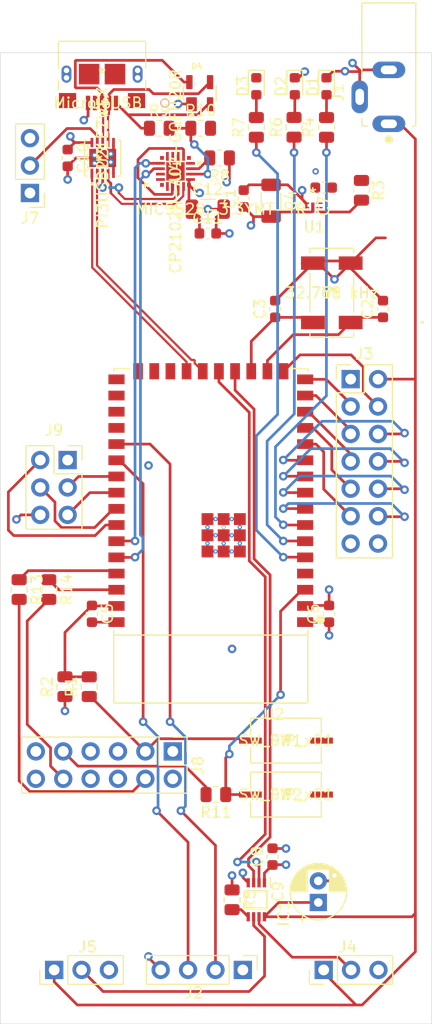
<source format=kicad_pcb>
(kicad_pcb (version 20171130) (host pcbnew "(5.1.10)-1")

  (general
    (thickness 1.6)
    (drawings 4)
    (tracks 485)
    (zones 0)
    (modules 46)
    (nets 73)
  )

  (page A4)
  (layers
    (0 F.Cu signal)
    (1 In1.Cu signal)
    (2 In2.Cu signal)
    (31 B.Cu signal)
    (32 B.Adhes user)
    (33 F.Adhes user)
    (34 B.Paste user)
    (35 F.Paste user)
    (36 B.SilkS user)
    (37 F.SilkS user hide)
    (38 B.Mask user)
    (39 F.Mask user)
    (40 Dwgs.User user hide)
    (41 Cmts.User user hide)
    (42 Eco1.User user)
    (43 Eco2.User user)
    (44 Edge.Cuts user)
    (45 Margin user)
    (46 B.CrtYd user)
    (47 F.CrtYd user)
    (48 B.Fab user)
    (49 F.Fab user hide)
  )

  (setup
    (last_trace_width 0.25)
    (trace_clearance 0.2)
    (zone_clearance 0.508)
    (zone_45_only no)
    (trace_min 0.127)
    (via_size 0.8)
    (via_drill 0.4)
    (via_min_size 0.4)
    (via_min_drill 0.2)
    (user_via 0.6 0.3)
    (uvia_size 0.3)
    (uvia_drill 0.1)
    (uvias_allowed no)
    (uvia_min_size 0.2)
    (uvia_min_drill 0.1)
    (edge_width 0.05)
    (segment_width 0.2)
    (pcb_text_width 0.3)
    (pcb_text_size 1.5 1.5)
    (mod_edge_width 0.12)
    (mod_text_size 1 1)
    (mod_text_width 0.15)
    (pad_size 0.4 0.4)
    (pad_drill 0.2)
    (pad_to_mask_clearance 0)
    (aux_axis_origin 0 0)
    (visible_elements 7FFFF7FF)
    (pcbplotparams
      (layerselection 0x010fc_ffffffff)
      (usegerberextensions false)
      (usegerberattributes true)
      (usegerberadvancedattributes true)
      (creategerberjobfile true)
      (excludeedgelayer true)
      (linewidth 0.100000)
      (plotframeref false)
      (viasonmask false)
      (mode 1)
      (useauxorigin false)
      (hpglpennumber 1)
      (hpglpenspeed 20)
      (hpglpendiameter 15.000000)
      (psnegative false)
      (psa4output false)
      (plotreference true)
      (plotvalue true)
      (plotinvisibletext false)
      (padsonsilk false)
      (subtractmaskfromsilk false)
      (outputformat 1)
      (mirror false)
      (drillshape 1)
      (scaleselection 1)
      (outputdirectory ""))
  )

  (net 0 "")
  (net 1 GND)
  (net 2 +3V3)
  (net 3 "Net-(C5-Pad1)")
  (net 4 +5V)
  (net 5 "Net-(D1-Pad2)")
  (net 6 "Net-(D2-Pad2)")
  (net 7 "Net-(D3-Pad2)")
  (net 8 "USB)D+")
  (net 9 "USB)D-")
  (net 10 DIN1)
  (net 11 DIN2)
  (net 12 "Net-(IC1-Pad5)")
  (net 13 Neopixel2)
  (net 14 Neopixel1)
  (net 15 IO38-SDA)
  (net 16 IO37-SCL)
  (net 17 IO10)
  (net 18 IO9)
  (net 19 IO11)
  (net 20 IO8)
  (net 21 IO12)
  (net 22 IO7)
  (net 23 IO13)
  (net 24 IO6)
  (net 25 IO14)
  (net 26 IO5)
  (net 27 "Net-(J6-Pad4)")
  (net 28 "Net-(J7-Pad2)")
  (net 29 MTMS)
  (net 30 MTDI)
  (net 31 MTDO)
  (net 32 MTCK)
  (net 33 CHIP_PU)
  (net 34 EN)
  (net 35 RLED)
  (net 36 GLED)
  (net 37 YLED)
  (net 38 "Net-(R8-Pad2)")
  (net 39 "Net-(R10-Pad1)")
  (net 40 BOOT)
  (net 41 IO45)
  (net 42 IO46)
  (net 43 "Net-(U1-Pad5)")
  (net 44 "Net-(U2-Pad25)")
  (net 45 "Net-(U2-Pad24)")
  (net 46 "ESP32)D+")
  (net 47 "ESP32)D-")
  (net 48 "Net-(U2-Pad27)")
  (net 49 "Net-(U2-Pad28)")
  (net 50 "Net-(U2-Pad29)")
  (net 51 "Net-(U2-Pad30)")
  (net 52 RX0)
  (net 53 TX0)
  (net 54 "Net-(U2-Pad4)")
  (net 55 "UART)D-")
  (net 56 "UART)D+")
  (net 57 "Net-(U4-Pad20)")
  (net 58 "Net-(U4-Pad19)")
  (net 59 "Net-(U4-Pad16)")
  (net 60 "Net-(U4-Pad15)")
  (net 61 "Net-(U4-Pad14)")
  (net 62 "Net-(U4-Pad13)")
  (net 63 "Net-(U4-Pad11)")
  (net 64 "Net-(U4-Pad10)")
  (net 65 "Net-(U4-Pad2)")
  (net 66 "Net-(U4-Pad1)")
  (net 67 "Net-(J8-Pad9)")
  (net 68 "Net-(J8-Pad4)")
  (net 69 "Net-(J8-Pad10)")
  (net 70 /XTAL_P)
  (net 71 /XTAL_N)
  (net 72 VBUS)

  (net_class Default "This is the default net class."
    (clearance 0.2)
    (trace_width 0.25)
    (via_dia 0.8)
    (via_drill 0.4)
    (uvia_dia 0.3)
    (uvia_drill 0.1)
    (add_net +3V3)
    (add_net +5V)
    (add_net /XTAL_N)
    (add_net /XTAL_P)
    (add_net BOOT)
    (add_net CHIP_PU)
    (add_net DIN1)
    (add_net DIN2)
    (add_net EN)
    (add_net "ESP32)D+")
    (add_net "ESP32)D-")
    (add_net GLED)
    (add_net GND)
    (add_net IO10)
    (add_net IO11)
    (add_net IO12)
    (add_net IO13)
    (add_net IO14)
    (add_net IO37-SCL)
    (add_net IO38-SDA)
    (add_net IO45)
    (add_net IO46)
    (add_net IO5)
    (add_net IO6)
    (add_net IO7)
    (add_net IO8)
    (add_net IO9)
    (add_net MTCK)
    (add_net MTDI)
    (add_net MTDO)
    (add_net MTMS)
    (add_net Neopixel1)
    (add_net Neopixel2)
    (add_net "Net-(C5-Pad1)")
    (add_net "Net-(D1-Pad2)")
    (add_net "Net-(D2-Pad2)")
    (add_net "Net-(D3-Pad2)")
    (add_net "Net-(IC1-Pad5)")
    (add_net "Net-(J6-Pad4)")
    (add_net "Net-(J7-Pad2)")
    (add_net "Net-(J8-Pad10)")
    (add_net "Net-(J8-Pad4)")
    (add_net "Net-(J8-Pad9)")
    (add_net "Net-(R10-Pad1)")
    (add_net "Net-(R8-Pad2)")
    (add_net "Net-(U1-Pad5)")
    (add_net "Net-(U2-Pad24)")
    (add_net "Net-(U2-Pad25)")
    (add_net "Net-(U2-Pad27)")
    (add_net "Net-(U2-Pad28)")
    (add_net "Net-(U2-Pad29)")
    (add_net "Net-(U2-Pad30)")
    (add_net "Net-(U2-Pad4)")
    (add_net "Net-(U4-Pad1)")
    (add_net "Net-(U4-Pad10)")
    (add_net "Net-(U4-Pad11)")
    (add_net "Net-(U4-Pad13)")
    (add_net "Net-(U4-Pad14)")
    (add_net "Net-(U4-Pad15)")
    (add_net "Net-(U4-Pad16)")
    (add_net "Net-(U4-Pad19)")
    (add_net "Net-(U4-Pad2)")
    (add_net "Net-(U4-Pad20)")
    (add_net RLED)
    (add_net RX0)
    (add_net TX0)
    (add_net "UART)D+")
    (add_net "UART)D-")
    (add_net "USB)D+")
    (add_net "USB)D-")
    (add_net VBUS)
    (add_net YLED)
  )

  (module Connector_PinSocket_2.54mm:PinSocket_2x03_P2.54mm_Vertical (layer F.Cu) (tedit 5A19A425) (tstamp 61DBEAD6)
    (at 36.25 57.75)
    (descr "Through hole straight socket strip, 2x03, 2.54mm pitch, double cols (from Kicad 4.0.7), script generated")
    (tags "Through hole socket strip THT 2x03 2.54mm double row")
    (path /61EF2664)
    (fp_text reference J9 (at -1.27 -2.77) (layer F.SilkS)
      (effects (font (size 1 1) (thickness 0.15)))
    )
    (fp_text value JTAG (at -1.27 7.85) (layer F.Fab)
      (effects (font (size 1 1) (thickness 0.15)))
    )
    (fp_line (start -3.81 -1.27) (end 0.27 -1.27) (layer F.Fab) (width 0.1))
    (fp_line (start 0.27 -1.27) (end 1.27 -0.27) (layer F.Fab) (width 0.1))
    (fp_line (start 1.27 -0.27) (end 1.27 6.35) (layer F.Fab) (width 0.1))
    (fp_line (start 1.27 6.35) (end -3.81 6.35) (layer F.Fab) (width 0.1))
    (fp_line (start -3.81 6.35) (end -3.81 -1.27) (layer F.Fab) (width 0.1))
    (fp_line (start -3.87 -1.33) (end -1.27 -1.33) (layer F.SilkS) (width 0.12))
    (fp_line (start -3.87 -1.33) (end -3.87 6.41) (layer F.SilkS) (width 0.12))
    (fp_line (start -3.87 6.41) (end 1.33 6.41) (layer F.SilkS) (width 0.12))
    (fp_line (start 1.33 1.27) (end 1.33 6.41) (layer F.SilkS) (width 0.12))
    (fp_line (start -1.27 1.27) (end 1.33 1.27) (layer F.SilkS) (width 0.12))
    (fp_line (start -1.27 -1.33) (end -1.27 1.27) (layer F.SilkS) (width 0.12))
    (fp_line (start 1.33 -1.33) (end 1.33 0) (layer F.SilkS) (width 0.12))
    (fp_line (start 0 -1.33) (end 1.33 -1.33) (layer F.SilkS) (width 0.12))
    (fp_line (start -4.34 -1.8) (end 1.76 -1.8) (layer F.CrtYd) (width 0.05))
    (fp_line (start 1.76 -1.8) (end 1.76 6.85) (layer F.CrtYd) (width 0.05))
    (fp_line (start 1.76 6.85) (end -4.34 6.85) (layer F.CrtYd) (width 0.05))
    (fp_line (start -4.34 6.85) (end -4.34 -1.8) (layer F.CrtYd) (width 0.05))
    (fp_text user %R (at -1.27 2.54 90) (layer F.Fab)
      (effects (font (size 1 1) (thickness 0.15)))
    )
    (pad 6 thru_hole oval (at -2.54 5.08) (size 1.7 1.7) (drill 1) (layers *.Cu *.Mask)
      (net 1 GND))
    (pad 5 thru_hole oval (at 0 5.08) (size 1.7 1.7) (drill 1) (layers *.Cu *.Mask)
      (net 31 MTDO))
    (pad 4 thru_hole oval (at -2.54 2.54) (size 1.7 1.7) (drill 1) (layers *.Cu *.Mask)
      (net 30 MTDI))
    (pad 3 thru_hole oval (at 0 2.54) (size 1.7 1.7) (drill 1) (layers *.Cu *.Mask)
      (net 32 MTCK))
    (pad 2 thru_hole oval (at -2.54 0) (size 1.7 1.7) (drill 1) (layers *.Cu *.Mask)
      (net 29 MTMS))
    (pad 1 thru_hole rect (at 0 0) (size 1.7 1.7) (drill 1) (layers *.Cu *.Mask)
      (net 2 +3V3))
    (model ${KISYS3DMOD}/Connector_PinSocket_2.54mm.3dshapes/PinSocket_2x03_P2.54mm_Vertical.wrl
      (at (xyz 0 0 0))
      (scale (xyz 1 1 1))
      (rotate (xyz 0 0 0))
    )
  )

  (module Connector_PinHeader_2.54mm:PinHeader_2x06_P2.54mm_Vertical (layer F.Cu) (tedit 59FED5CC) (tstamp 61DC3D6D)
    (at 46 84.75 270)
    (descr "Through hole straight pin header, 2x06, 2.54mm pitch, double rows")
    (tags "Through hole pin header THT 2x06 2.54mm double row")
    (path /61DDC3DA)
    (fp_text reference J8 (at 1.27 -2.33 90) (layer F.SilkS)
      (effects (font (size 1 1) (thickness 0.15)))
    )
    (fp_text value STRAPPING (at 1.27 15.03 90) (layer F.Fab)
      (effects (font (size 1 1) (thickness 0.15)))
    )
    (fp_line (start 0 -1.27) (end 3.81 -1.27) (layer F.Fab) (width 0.1))
    (fp_line (start 3.81 -1.27) (end 3.81 13.97) (layer F.Fab) (width 0.1))
    (fp_line (start 3.81 13.97) (end -1.27 13.97) (layer F.Fab) (width 0.1))
    (fp_line (start -1.27 13.97) (end -1.27 0) (layer F.Fab) (width 0.1))
    (fp_line (start -1.27 0) (end 0 -1.27) (layer F.Fab) (width 0.1))
    (fp_line (start -1.33 14.03) (end 3.87 14.03) (layer F.SilkS) (width 0.12))
    (fp_line (start -1.33 1.27) (end -1.33 14.03) (layer F.SilkS) (width 0.12))
    (fp_line (start 3.87 -1.33) (end 3.87 14.03) (layer F.SilkS) (width 0.12))
    (fp_line (start -1.33 1.27) (end 1.27 1.27) (layer F.SilkS) (width 0.12))
    (fp_line (start 1.27 1.27) (end 1.27 -1.33) (layer F.SilkS) (width 0.12))
    (fp_line (start 1.27 -1.33) (end 3.87 -1.33) (layer F.SilkS) (width 0.12))
    (fp_line (start -1.33 0) (end -1.33 -1.33) (layer F.SilkS) (width 0.12))
    (fp_line (start -1.33 -1.33) (end 0 -1.33) (layer F.SilkS) (width 0.12))
    (fp_line (start -1.8 -1.8) (end -1.8 14.5) (layer F.CrtYd) (width 0.05))
    (fp_line (start -1.8 14.5) (end 4.35 14.5) (layer F.CrtYd) (width 0.05))
    (fp_line (start 4.35 14.5) (end 4.35 -1.8) (layer F.CrtYd) (width 0.05))
    (fp_line (start 4.35 -1.8) (end -1.8 -1.8) (layer F.CrtYd) (width 0.05))
    (fp_text user %R (at 1.27 6.35) (layer F.Fab)
      (effects (font (size 1 1) (thickness 0.15)))
    )
    (pad 12 thru_hole oval (at 2.54 12.7 270) (size 1.7 1.7) (drill 1) (layers *.Cu *.Mask)
      (net 1 GND))
    (pad 11 thru_hole oval (at 0 12.7 270) (size 1.7 1.7) (drill 1) (layers *.Cu *.Mask)
      (net 1 GND))
    (pad 10 thru_hole oval (at 2.54 10.16 270) (size 1.7 1.7) (drill 1) (layers *.Cu *.Mask)
      (net 69 "Net-(J8-Pad10)"))
    (pad 9 thru_hole oval (at 0 10.16 270) (size 1.7 1.7) (drill 1) (layers *.Cu *.Mask)
      (net 67 "Net-(J8-Pad9)"))
    (pad 8 thru_hole oval (at 2.54 7.62 270) (size 1.7 1.7) (drill 1) (layers *.Cu *.Mask)
      (net 2 +3V3))
    (pad 7 thru_hole oval (at 0 7.62 270) (size 1.7 1.7) (drill 1) (layers *.Cu *.Mask)
      (net 2 +3V3))
    (pad 6 thru_hole oval (at 2.54 5.08 270) (size 1.7 1.7) (drill 1) (layers *.Cu *.Mask)
      (net 1 GND))
    (pad 5 thru_hole oval (at 0 5.08 270) (size 1.7 1.7) (drill 1) (layers *.Cu *.Mask)
      (net 1 GND))
    (pad 4 thru_hole oval (at 2.54 2.54 270) (size 1.7 1.7) (drill 1) (layers *.Cu *.Mask)
      (net 68 "Net-(J8-Pad4)"))
    (pad 3 thru_hole oval (at 0 2.54 270) (size 1.7 1.7) (drill 1) (layers *.Cu *.Mask)
      (net 33 CHIP_PU))
    (pad 2 thru_hole oval (at 2.54 0 270) (size 1.7 1.7) (drill 1) (layers *.Cu *.Mask)
      (net 2 +3V3))
    (pad 1 thru_hole rect (at 0 0 270) (size 1.7 1.7) (drill 1) (layers *.Cu *.Mask)
      (net 2 +3V3))
    (model ${KISYS3DMOD}/Connector_PinHeader_2.54mm.3dshapes/PinHeader_2x06_P2.54mm_Vertical.wrl
      (at (xyz 0 0 0))
      (scale (xyz 1 1 1))
      (rotate (xyz 0 0 0))
    )
  )

  (module HIVE-Crystal-Oscillator:ABS25-32.000KHZ-T (layer F.Cu) (tedit 0) (tstamp 61DBCDB4)
    (at 60.75 42.25 180)
    (path /61BD54AC)
    (fp_text reference Y1 (at 0 0) (layer F.SilkS)
      (effects (font (size 1 1) (thickness 0.15)))
    )
    (fp_text value "32.768 kHz" (at 0 0) (layer F.SilkS)
      (effects (font (size 1 1) (thickness 0.15)))
    )
    (fp_circle (center -0.645 -2.75) (end -0.5688 -2.75) (layer F.Fab) (width 0.1))
    (fp_circle (center -8.405599 -2.75) (end -8.303999 -2.75) (layer F.SilkS) (width 0.12))
    (fp_circle (center -5.7064 -2.75) (end -5.7064 -2.75) (layer F.CrtYd) (width 0.05))
    (fp_line (start -2.159 3.6263) (end -3.1088 3.6263) (layer F.CrtYd) (width 0.05))
    (fp_line (start -2.159 4.2545) (end -2.159 3.6263) (layer F.CrtYd) (width 0.05))
    (fp_line (start 2.159 4.2545) (end -2.159 4.2545) (layer F.CrtYd) (width 0.05))
    (fp_line (start 2.159 3.6263) (end 2.159 4.2545) (layer F.CrtYd) (width 0.05))
    (fp_line (start 3.1088 3.6263) (end 2.159 3.6263) (layer F.CrtYd) (width 0.05))
    (fp_line (start 3.1088 -3.6263) (end 3.1088 3.6263) (layer F.CrtYd) (width 0.05))
    (fp_line (start 2.159 -3.6263) (end 3.1088 -3.6263) (layer F.CrtYd) (width 0.05))
    (fp_line (start 2.159 -4.2545) (end 2.159 -3.6263) (layer F.CrtYd) (width 0.05))
    (fp_line (start -2.159 -4.2545) (end 2.159 -4.2545) (layer F.CrtYd) (width 0.05))
    (fp_line (start -2.159 -3.6263) (end -2.159 -4.2545) (layer F.CrtYd) (width 0.05))
    (fp_line (start -3.1088 -3.6263) (end -2.159 -3.6263) (layer F.CrtYd) (width 0.05))
    (fp_line (start -3.1088 3.6263) (end -3.1088 -3.6263) (layer F.CrtYd) (width 0.05))
    (fp_line (start 2.032 -3.70504) (end 2.032 -4.1275) (layer F.SilkS) (width 0.12))
    (fp_line (start 2.032 1.79496) (end 2.032 -1.79496) (layer F.SilkS) (width 0.12))
    (fp_line (start -2.032 3.70504) (end -2.032 4.1275) (layer F.SilkS) (width 0.12))
    (fp_line (start -2.032 -1.79496) (end -2.032 1.79496) (layer F.SilkS) (width 0.12))
    (fp_line (start -1.905 -4.0005) (end -1.905 4.0005) (layer F.Fab) (width 0.1))
    (fp_line (start 1.905 -4.0005) (end -1.905 -4.0005) (layer F.Fab) (width 0.1))
    (fp_line (start 1.905 4.0005) (end 1.905 -4.0005) (layer F.Fab) (width 0.1))
    (fp_line (start -1.905 4.0005) (end 1.905 4.0005) (layer F.Fab) (width 0.1))
    (fp_line (start -2.032 -4.1275) (end -2.032 -3.70504) (layer F.SilkS) (width 0.12))
    (fp_line (start 2.032 -4.1275) (end -2.032 -4.1275) (layer F.SilkS) (width 0.12))
    (fp_line (start 2.032 4.1275) (end 2.032 3.70504) (layer F.SilkS) (width 0.12))
    (fp_line (start -2.032 4.1275) (end 2.032 4.1275) (layer F.SilkS) (width 0.12))
    (fp_arc (start 0 -4.0005) (end -0.3048 -4.0005) (angle -180) (layer F.Fab) (width 0.1))
    (fp_arc (start 0 -4.0005) (end -0.3175 -4.0005) (angle -180) (layer F.CrtYd) (width 0.05))
    (fp_text user 0.087in/2.21mm (at -1.7499 5.7785) (layer Dwgs.User)
      (effects (font (size 1 1) (thickness 0.15)))
    )
    (fp_text user 0.138in/3.5mm (at 0 -6.4135) (layer Dwgs.User)
      (effects (font (size 1 1) (thickness 0.15)))
    )
    (fp_text user 0.049in/1.245mm (at 4.7979 -2.75) (layer Dwgs.User)
      (effects (font (size 1 1) (thickness 0.15)))
    )
    (fp_text user 0.217in/5.5mm (at -4.7979 0) (layer Dwgs.User)
      (effects (font (size 1 1) (thickness 0.15)))
    )
    (fp_text user * (at 0 0) (layer F.Fab)
      (effects (font (size 1 1) (thickness 0.15)))
    )
    (fp_text user * (at 0 0) (layer F.SilkS)
      (effects (font (size 1 1) (thickness 0.15)))
    )
    (fp_text user "Copyright 2021 Accelerated Designs. All rights reserved." (at 0 0) (layer Cmts.User)
      (effects (font (size 0.127 0.127) (thickness 0.002)))
    )
    (pad 4 smd rect (at 1.7499 -2.75 180) (size 2.2098 1.2446) (layers F.Cu F.Paste F.Mask)
      (net 71 /XTAL_N))
    (pad 3 smd rect (at 1.7499 2.75 180) (size 2.2098 1.2446) (layers F.Cu F.Paste F.Mask)
      (net 1 GND))
    (pad 2 smd rect (at -1.7499 2.75 180) (size 2.2098 1.2446) (layers F.Cu F.Paste F.Mask)
      (net 1 GND))
    (pad 1 smd rect (at -1.7499 -2.75 180) (size 2.2098 1.2446) (layers F.Cu F.Paste F.Mask)
      (net 70 /XTAL_P))
  )

  (module HIVE-USB-to-UART:CP2102N-A02-GQFN20R (layer F.Cu) (tedit 0) (tstamp 61DBCD88)
    (at 46.25 31 90)
    (path /61CDF424)
    (fp_text reference U4 (at 0 0 90) (layer F.SilkS)
      (effects (font (size 1 1) (thickness 0.15)))
    )
    (fp_text value CP2102N-A02-GQFN20R (at 0 0 90) (layer F.SilkS)
      (effects (font (size 1 1) (thickness 0.15)))
    )
    (fp_line (start -1.4986 -0.2286) (end -0.2286 -1.4986) (layer F.Fab) (width 0.1))
    (fp_line (start 0.5976 -1.4986) (end 0.9024 -1.4986) (layer F.Fab) (width 0.1))
    (fp_line (start 0.9024 -1.4986) (end 0.9024 -1.4986) (layer F.Fab) (width 0.1))
    (fp_line (start 0.9024 -1.4986) (end 0.5976 -1.4986) (layer F.Fab) (width 0.1))
    (fp_line (start 0.5976 -1.4986) (end 0.5976 -1.4986) (layer F.Fab) (width 0.1))
    (fp_line (start 0.0976 -1.4986) (end 0.4024 -1.4986) (layer F.Fab) (width 0.1))
    (fp_line (start 0.4024 -1.4986) (end 0.4024 -1.4986) (layer F.Fab) (width 0.1))
    (fp_line (start 0.4024 -1.4986) (end 0.0976 -1.4986) (layer F.Fab) (width 0.1))
    (fp_line (start 0.0976 -1.4986) (end 0.0976 -1.4986) (layer F.Fab) (width 0.1))
    (fp_line (start -0.4024 -1.4986) (end -0.0976 -1.4986) (layer F.Fab) (width 0.1))
    (fp_line (start -0.0976 -1.4986) (end -0.0976 -1.4986) (layer F.Fab) (width 0.1))
    (fp_line (start -0.0976 -1.4986) (end -0.4024 -1.4986) (layer F.Fab) (width 0.1))
    (fp_line (start -0.4024 -1.4986) (end -0.4024 -1.4986) (layer F.Fab) (width 0.1))
    (fp_line (start -0.9024 -1.4986) (end -0.5976 -1.4986) (layer F.Fab) (width 0.1))
    (fp_line (start -0.5976 -1.4986) (end -0.5976 -1.4986) (layer F.Fab) (width 0.1))
    (fp_line (start -0.5976 -1.4986) (end -0.9024 -1.4986) (layer F.Fab) (width 0.1))
    (fp_line (start -0.9024 -1.4986) (end -0.9024 -1.4986) (layer F.Fab) (width 0.1))
    (fp_line (start -1.4986 -0.5976) (end -1.4986 -0.9024) (layer F.Fab) (width 0.1))
    (fp_line (start -1.4986 -0.9024) (end -1.4986 -0.9024) (layer F.Fab) (width 0.1))
    (fp_line (start -1.4986 -0.9024) (end -1.4986 -0.5976) (layer F.Fab) (width 0.1))
    (fp_line (start -1.4986 -0.5976) (end -1.4986 -0.5976) (layer F.Fab) (width 0.1))
    (fp_line (start -1.4986 -0.0976) (end -1.4986 -0.4024) (layer F.Fab) (width 0.1))
    (fp_line (start -1.4986 -0.4024) (end -1.4986 -0.4024) (layer F.Fab) (width 0.1))
    (fp_line (start -1.4986 -0.4024) (end -1.4986 -0.0976) (layer F.Fab) (width 0.1))
    (fp_line (start -1.4986 -0.0976) (end -1.4986 -0.0976) (layer F.Fab) (width 0.1))
    (fp_line (start -1.4986 0.4024) (end -1.4986 0.0976) (layer F.Fab) (width 0.1))
    (fp_line (start -1.4986 0.0976) (end -1.4986 0.0976) (layer F.Fab) (width 0.1))
    (fp_line (start -1.4986 0.0976) (end -1.4986 0.4024) (layer F.Fab) (width 0.1))
    (fp_line (start -1.4986 0.4024) (end -1.4986 0.4024) (layer F.Fab) (width 0.1))
    (fp_line (start -1.4986 0.9024) (end -1.4986 0.5976) (layer F.Fab) (width 0.1))
    (fp_line (start -1.4986 0.5976) (end -1.4986 0.5976) (layer F.Fab) (width 0.1))
    (fp_line (start -1.4986 0.5976) (end -1.4986 0.9024) (layer F.Fab) (width 0.1))
    (fp_line (start -1.4986 0.9024) (end -1.4986 0.9024) (layer F.Fab) (width 0.1))
    (fp_line (start -0.5976 1.4986) (end -0.9024 1.4986) (layer F.Fab) (width 0.1))
    (fp_line (start -0.9024 1.4986) (end -0.9024 1.4986) (layer F.Fab) (width 0.1))
    (fp_line (start -0.9024 1.4986) (end -0.5976 1.4986) (layer F.Fab) (width 0.1))
    (fp_line (start -0.5976 1.4986) (end -0.5976 1.4986) (layer F.Fab) (width 0.1))
    (fp_line (start -0.0976 1.4986) (end -0.4024 1.4986) (layer F.Fab) (width 0.1))
    (fp_line (start -0.4024 1.4986) (end -0.4024 1.4986) (layer F.Fab) (width 0.1))
    (fp_line (start -0.4024 1.4986) (end -0.0976 1.4986) (layer F.Fab) (width 0.1))
    (fp_line (start -0.0976 1.4986) (end -0.0976 1.4986) (layer F.Fab) (width 0.1))
    (fp_line (start 0.4024 1.4986) (end 0.0976 1.4986) (layer F.Fab) (width 0.1))
    (fp_line (start 0.0976 1.4986) (end 0.0976 1.4986) (layer F.Fab) (width 0.1))
    (fp_line (start 0.0976 1.4986) (end 0.4024 1.4986) (layer F.Fab) (width 0.1))
    (fp_line (start 0.4024 1.4986) (end 0.4024 1.4986) (layer F.Fab) (width 0.1))
    (fp_line (start 0.9024 1.4986) (end 0.5976 1.4986) (layer F.Fab) (width 0.1))
    (fp_line (start 0.5976 1.4986) (end 0.5976 1.4986) (layer F.Fab) (width 0.1))
    (fp_line (start 0.5976 1.4986) (end 0.9024 1.4986) (layer F.Fab) (width 0.1))
    (fp_line (start 0.9024 1.4986) (end 0.9024 1.4986) (layer F.Fab) (width 0.1))
    (fp_line (start 1.4986 0.5976) (end 1.4986 0.9024) (layer F.Fab) (width 0.1))
    (fp_line (start 1.4986 0.9024) (end 1.4986 0.9024) (layer F.Fab) (width 0.1))
    (fp_line (start 1.4986 0.9024) (end 1.4986 0.5976) (layer F.Fab) (width 0.1))
    (fp_line (start 1.4986 0.5976) (end 1.4986 0.5976) (layer F.Fab) (width 0.1))
    (fp_line (start 1.4986 0.0976) (end 1.4986 0.4024) (layer F.Fab) (width 0.1))
    (fp_line (start 1.4986 0.4024) (end 1.4986 0.4024) (layer F.Fab) (width 0.1))
    (fp_line (start 1.4986 0.4024) (end 1.4986 0.0976) (layer F.Fab) (width 0.1))
    (fp_line (start 1.4986 0.0976) (end 1.4986 0.0976) (layer F.Fab) (width 0.1))
    (fp_line (start 1.4986 -0.4024) (end 1.4986 -0.0976) (layer F.Fab) (width 0.1))
    (fp_line (start 1.4986 -0.0976) (end 1.4986 -0.0976) (layer F.Fab) (width 0.1))
    (fp_line (start 1.4986 -0.0976) (end 1.4986 -0.4024) (layer F.Fab) (width 0.1))
    (fp_line (start 1.4986 -0.4024) (end 1.4986 -0.4024) (layer F.Fab) (width 0.1))
    (fp_line (start 1.4986 -0.9024) (end 1.4986 -0.5976) (layer F.Fab) (width 0.1))
    (fp_line (start 1.4986 -0.5976) (end 1.4986 -0.5976) (layer F.Fab) (width 0.1))
    (fp_line (start 1.4986 -0.5976) (end 1.4986 -0.9024) (layer F.Fab) (width 0.1))
    (fp_line (start 1.4986 -0.9024) (end 1.4986 -0.9024) (layer F.Fab) (width 0.1))
    (fp_line (start -1.4986 1.4986) (end 1.4986 1.4986) (layer F.Fab) (width 0.1))
    (fp_line (start 1.4986 1.4986) (end 1.4986 -1.4986) (layer F.Fab) (width 0.1))
    (fp_line (start 1.4986 -1.4986) (end -1.4986 -1.4986) (layer F.Fab) (width 0.1))
    (fp_line (start -1.4986 -1.4986) (end -1.4986 1.4986) (layer F.Fab) (width 0.1))
    (fp_poly (pts (xy 0.559501 2.0574) (xy 0.559501 2.3114) (xy 0.940501 2.3114) (xy 0.940501 2.0574)) (layer F.SilkS) (width 0.1))
    (fp_line (start -1.7526 1.7526) (end -1.7526 1.131) (layer F.CrtYd) (width 0.05))
    (fp_line (start -1.7526 1.131) (end -2.0574 1.131) (layer F.CrtYd) (width 0.05))
    (fp_line (start -2.0574 1.131) (end -2.0574 -1.131) (layer F.CrtYd) (width 0.05))
    (fp_line (start -2.0574 -1.131) (end -1.7526 -1.131) (layer F.CrtYd) (width 0.05))
    (fp_line (start -1.7526 -1.131) (end -1.7526 -1.7526) (layer F.CrtYd) (width 0.05))
    (fp_line (start -1.7526 -1.7526) (end -1.131 -1.7526) (layer F.CrtYd) (width 0.05))
    (fp_line (start -1.131 -1.7526) (end -1.131 -2.0574) (layer F.CrtYd) (width 0.05))
    (fp_line (start -1.131 -2.0574) (end 1.131 -2.0574) (layer F.CrtYd) (width 0.05))
    (fp_line (start 1.131 -2.0574) (end 1.131 -1.7526) (layer F.CrtYd) (width 0.05))
    (fp_line (start 1.131 -1.7526) (end 1.7526 -1.7526) (layer F.CrtYd) (width 0.05))
    (fp_line (start 1.7526 -1.7526) (end 1.7526 -1.131) (layer F.CrtYd) (width 0.05))
    (fp_line (start 1.7526 -1.131) (end 2.0574 -1.131) (layer F.CrtYd) (width 0.05))
    (fp_line (start 2.0574 -1.131) (end 2.0574 1.131) (layer F.CrtYd) (width 0.05))
    (fp_line (start 2.0574 1.131) (end 1.7526 1.131) (layer F.CrtYd) (width 0.05))
    (fp_line (start 1.7526 1.131) (end 1.7526 1.7526) (layer F.CrtYd) (width 0.05))
    (fp_line (start 1.7526 1.7526) (end 1.131 1.7526) (layer F.CrtYd) (width 0.05))
    (fp_line (start 1.131 1.7526) (end 1.131 2.0574) (layer F.CrtYd) (width 0.05))
    (fp_line (start 1.131 2.0574) (end -1.131 2.0574) (layer F.CrtYd) (width 0.05))
    (fp_line (start -1.131 2.0574) (end -1.131 1.7526) (layer F.CrtYd) (width 0.05))
    (fp_line (start -1.131 1.7526) (end -1.7526 1.7526) (layer F.CrtYd) (width 0.05))
    (fp_circle (center -1.25095 -2.6035) (end -1.25095 -2.6035) (layer F.CrtYd) (width 0.05))
    (fp_text user "Copyright 2021 Accelerated Designs. All rights reserved." (at 0 0 90) (layer Cmts.User)
      (effects (font (size 0.127 0.127) (thickness 0.002)))
    )
    (fp_text user * (at -1.25095 -2.4384 90) (layer F.SilkS)
      (effects (font (size 1 1) (thickness 0.15)))
    )
    (fp_text user * (at -1.25095 -0.9906 90) (layer F.Fab)
      (effects (font (size 1 1) (thickness 0.15)))
    )
    (fp_text user 0.02in/0.5mm (at -5.3594 0 90) (layer Dwgs.User)
      (effects (font (size 1 1) (thickness 0.15)))
    )
    (fp_text user 0.11in/2.794mm (at 0 7.112 90) (layer Dwgs.User)
      (effects (font (size 1 1) (thickness 0.15)))
    )
    (fp_text user 0.11in/2.794mm (at 9.398 0 90) (layer Dwgs.User)
      (effects (font (size 1 1) (thickness 0.15)))
    )
    (fp_text user 0.032in/0.813mm (at 1.397 -4.445 90) (layer Dwgs.User)
      (effects (font (size 1 1) (thickness 0.15)))
    )
    (fp_text user 0.01in/0.254mm (at -7.112 -0.75 90) (layer Dwgs.User)
      (effects (font (size 1 1) (thickness 0.15)))
    )
    (fp_text user * (at -1.25095 -2.4384 90) (layer F.SilkS)
      (effects (font (size 1 1) (thickness 0.15)))
    )
    (fp_text user * (at -1.25095 -0.9906 90) (layer F.Fab)
      (effects (font (size 1 1) (thickness 0.15)))
    )
    (pad 1 smd rect (at -1.25095 -1.25095 90) (size 0.3556 0.3556) (layers F.Cu F.Paste F.Mask)
      (net 66 "Net-(U4-Pad1)"))
    (pad 2 smd rect (at -1.397 -0.750001 180) (size 0.254 0.8128) (layers F.Cu F.Paste F.Mask)
      (net 65 "Net-(U4-Pad2)"))
    (pad 3 smd rect (at -1.397 -0.25 180) (size 0.254 0.8128) (layers F.Cu F.Paste F.Mask)
      (net 1 GND))
    (pad 4 smd rect (at -1.397 0.25 180) (size 0.254 0.8128) (layers F.Cu F.Paste F.Mask)
      (net 56 "UART)D+"))
    (pad 5 smd rect (at -1.397 0.750001 180) (size 0.254 0.8128) (layers F.Cu F.Paste F.Mask)
      (net 55 "UART)D-"))
    (pad 6 smd rect (at -1.25095 1.25095 90) (size 0.3556 0.3556) (layers F.Cu F.Paste F.Mask)
      (net 2 +3V3))
    (pad 7 smd rect (at -0.750001 1.397 90) (size 0.254 0.8128) (layers F.Cu F.Paste F.Mask)
      (net 2 +3V3))
    (pad 8 smd rect (at -0.25 1.397 90) (size 0.254 0.8128) (layers F.Cu F.Paste F.Mask)
      (net 39 "Net-(R10-Pad1)"))
    (pad 9 smd rect (at 0.25 1.397 90) (size 0.254 0.8128) (layers F.Cu F.Paste F.Mask)
      (net 38 "Net-(R8-Pad2)"))
    (pad 10 smd rect (at 0.750001 1.397 90) (size 0.254 0.8128) (layers F.Cu F.Paste F.Mask)
      (net 64 "Net-(U4-Pad10)"))
    (pad 11 smd rect (at 1.25095 1.25095 90) (size 0.3556 0.3556) (layers F.Cu F.Paste F.Mask)
      (net 63 "Net-(U4-Pad11)"))
    (pad 12 smd rect (at 1.397 0.750001 180) (size 0.254 0.8128) (layers F.Cu F.Paste F.Mask)
      (net 1 GND))
    (pad 13 smd rect (at 1.397 0.25 180) (size 0.254 0.8128) (layers F.Cu F.Paste F.Mask)
      (net 62 "Net-(U4-Pad13)"))
    (pad 14 smd rect (at 1.397 -0.25 180) (size 0.254 0.8128) (layers F.Cu F.Paste F.Mask)
      (net 61 "Net-(U4-Pad14)"))
    (pad 15 smd rect (at 1.397 -0.750001 180) (size 0.254 0.8128) (layers F.Cu F.Paste F.Mask)
      (net 60 "Net-(U4-Pad15)"))
    (pad 16 smd rect (at 1.25095 -1.25095 90) (size 0.3556 0.3556) (layers F.Cu F.Paste F.Mask)
      (net 59 "Net-(U4-Pad16)"))
    (pad 17 smd rect (at 0.750001 -1.397 90) (size 0.254 0.8128) (layers F.Cu F.Paste F.Mask)
      (net 52 RX0))
    (pad 18 smd rect (at 0.25 -1.397 90) (size 0.254 0.8128) (layers F.Cu F.Paste F.Mask)
      (net 53 TX0))
    (pad 19 smd rect (at -0.25 -1.397 90) (size 0.254 0.8128) (layers F.Cu F.Paste F.Mask)
      (net 58 "Net-(U4-Pad19)"))
    (pad 20 smd rect (at -0.750001 -1.397 90) (size 0.254 0.8128) (layers F.Cu F.Paste F.Mask)
      (net 57 "Net-(U4-Pad20)"))
    (pad 21 smd rect (at 0 0 90) (size 1.7018 1.7018) (layers F.Cu F.Paste F.Mask)
      (net 1 GND))
  )

  (module HIVE-USB-Switch:PI3USB221EZWEX (layer F.Cu) (tedit 0) (tstamp 61DBCD0A)
    (at 39.5 29.75 90)
    (path /61CDE67E)
    (fp_text reference U3 (at 0 0 90) (layer F.SilkS)
      (effects (font (size 1 1) (thickness 0.15)))
    )
    (fp_text value PI3USB221EZWEX (at 0 0 90) (layer F.SilkS)
      (effects (font (size 1 1) (thickness 0.15)))
    )
    (fp_circle (center -0.9906 -1) (end -0.9144 -1) (layer F.Fab) (width 0.1))
    (fp_circle (center -2.405 -1) (end -2.3034 -1) (layer F.SilkS) (width 0.12))
    (fp_circle (center -2.2058 -1) (end -2.2058 -1) (layer F.CrtYd) (width 0.05))
    (fp_line (start -1.8034 1.381) (end -2.1082 1.381) (layer F.CrtYd) (width 0.05))
    (fp_line (start -1.8034 1.8034) (end -1.8034 1.381) (layer F.CrtYd) (width 0.05))
    (fp_line (start 1.8034 1.8034) (end -1.8034 1.8034) (layer F.CrtYd) (width 0.05))
    (fp_line (start 1.8034 1.381) (end 1.8034 1.8034) (layer F.CrtYd) (width 0.05))
    (fp_line (start 2.1082 1.381) (end 1.8034 1.381) (layer F.CrtYd) (width 0.05))
    (fp_line (start 2.1082 -1.381) (end 2.1082 1.381) (layer F.CrtYd) (width 0.05))
    (fp_line (start 1.8034 -1.381) (end 2.1082 -1.381) (layer F.CrtYd) (width 0.05))
    (fp_line (start 1.8034 -1.8034) (end 1.8034 -1.381) (layer F.CrtYd) (width 0.05))
    (fp_line (start -1.8034 -1.8034) (end 1.8034 -1.8034) (layer F.CrtYd) (width 0.05))
    (fp_line (start -1.8034 -1.381) (end -1.8034 -1.8034) (layer F.CrtYd) (width 0.05))
    (fp_line (start -2.1082 -1.381) (end -1.8034 -1.381) (layer F.CrtYd) (width 0.05))
    (fp_line (start -2.1082 1.381) (end -2.1082 -1.381) (layer F.CrtYd) (width 0.05))
    (fp_line (start 1.6764 -1.459741) (end 1.6764 -1.6764) (layer F.SilkS) (width 0.12))
    (fp_line (start -1.6764 1.459741) (end -1.6764 1.6764) (layer F.SilkS) (width 0.12))
    (fp_line (start -1.5494 -1.5494) (end -1.5494 1.5494) (layer F.Fab) (width 0.1))
    (fp_line (start 1.5494 -1.5494) (end -1.5494 -1.5494) (layer F.Fab) (width 0.1))
    (fp_line (start 1.5494 1.5494) (end 1.5494 -1.5494) (layer F.Fab) (width 0.1))
    (fp_line (start -1.5494 1.5494) (end 1.5494 1.5494) (layer F.Fab) (width 0.1))
    (fp_line (start -1.6764 -1.6764) (end -1.6764 -1.459741) (layer F.SilkS) (width 0.12))
    (fp_line (start 1.6764 -1.6764) (end -1.6764 -1.6764) (layer F.SilkS) (width 0.12))
    (fp_line (start 1.6764 1.6764) (end 1.6764 1.459741) (layer F.SilkS) (width 0.12))
    (fp_line (start -1.6764 1.6764) (end 1.6764 1.6764) (layer F.SilkS) (width 0.12))
    (fp_arc (start 0 -1.5494) (end -0.3048 -1.5494) (angle -180) (layer F.Fab) (width 0.1))
    (fp_arc (start 0 -1.5494) (end -0.258233 -1.5494) (angle -180) (layer F.CrtYd) (width 0.05))
    (fp_text user 0.067in/1.702mm (at 0 4.5974 90) (layer Dwgs.User)
      (effects (font (size 1 1) (thickness 0.15)))
    )
    (fp_text user 0.098in/2.489mm (at 3.9624 0 90) (layer Dwgs.User)
      (effects (font (size 1 1) (thickness 0.15)))
    )
    (fp_text user 0.034in/0.864mm (at -1.4224 3.3274 90) (layer Dwgs.User)
      (effects (font (size 1 1) (thickness 0.15)))
    )
    (fp_text user 0.112in/2.845mm (at 0 -3.9624 90) (layer Dwgs.User)
      (effects (font (size 1 1) (thickness 0.15)))
    )
    (fp_text user 0.01in/0.254mm (at 4.4704 -1 90) (layer Dwgs.User)
      (effects (font (size 1 1) (thickness 0.15)))
    )
    (fp_text user 0.02in/0.5mm (at -4.4704 -0.75 90) (layer Dwgs.User)
      (effects (font (size 1 1) (thickness 0.15)))
    )
    (fp_text user * (at 0 0 90) (layer F.Fab)
      (effects (font (size 1 1) (thickness 0.15)))
    )
    (fp_text user * (at 0 0 90) (layer F.SilkS)
      (effects (font (size 1 1) (thickness 0.15)))
    )
    (fp_text user "Copyright 2021 Accelerated Designs. All rights reserved." (at 0 0 90) (layer Cmts.User)
      (effects (font (size 0.127 0.127) (thickness 0.002)))
    )
    (pad 11 smd rect (at 0 0 90) (size 1.7018 2.4892) (layers F.Cu F.Paste F.Mask)
      (net 1 GND))
    (pad 10 smd rect (at 1.4224 -1.000001 90) (size 0.8636 0.254) (layers F.Cu F.Paste F.Mask)
      (net 2 +3V3))
    (pad 9 smd rect (at 1.4224 -0.499999 90) (size 0.8636 0.254) (layers F.Cu F.Paste F.Mask)
      (net 28 "Net-(J7-Pad2)"))
    (pad 8 smd rect (at 1.4224 0 90) (size 0.8636 0.254) (layers F.Cu F.Paste F.Mask)
      (net 8 "USB)D+"))
    (pad 7 smd rect (at 1.4224 0.499999 90) (size 0.8636 0.254) (layers F.Cu F.Paste F.Mask)
      (net 9 "USB)D-"))
    (pad 6 smd rect (at 1.4224 1.000001 90) (size 0.8636 0.254) (layers F.Cu F.Paste F.Mask)
      (net 1 GND))
    (pad 5 smd rect (at -1.4224 1.000001 90) (size 0.8636 0.254) (layers F.Cu F.Paste F.Mask)
      (net 1 GND))
    (pad 4 smd rect (at -1.4224 0.499999 90) (size 0.8636 0.254) (layers F.Cu F.Paste F.Mask)
      (net 55 "UART)D-"))
    (pad 3 smd rect (at -1.4224 0 90) (size 0.8636 0.254) (layers F.Cu F.Paste F.Mask)
      (net 56 "UART)D+"))
    (pad 2 smd rect (at -1.4224 -0.499999 90) (size 0.8636 0.254) (layers F.Cu F.Paste F.Mask)
      (net 47 "ESP32)D-"))
    (pad 1 smd rect (at -1.4224 -1.000001 90) (size 0.8636 0.254) (layers F.Cu F.Paste F.Mask)
      (net 46 "ESP32)D+"))
  )

  (module ESP32-S2-WROOM:XCVR_ESP32-S2-WROOM (layer F.Cu) (tedit 61DE360C) (tstamp 61DBCCD7)
    (at 49.53 64.77 180)
    (descr "ESP32-S2-WROOM and ESP32-S2-WROOM-I(Drawn by Dave Williams | G8PUO | DitroniX)")
    (path /61BDC930)
    (fp_text reference U2 (at -5.825 -16.535) (layer F.SilkS)
      (effects (font (size 1 1) (thickness 0.15)))
    )
    (fp_text value ESP32-S2-WROOM (at 3.1011 17.0631) (layer F.Fab)
      (effects (font (size 1.002992 1.002992) (thickness 0.15)))
    )
    (fp_line (start -9 -15.5) (end 9 -15.5) (layer F.Fab) (width 0.127))
    (fp_line (start 9 -15.5) (end 9 -9.2) (layer F.Fab) (width 0.127))
    (fp_line (start 9 -9.2) (end 9 15.5) (layer F.Fab) (width 0.127))
    (fp_line (start 9 15.5) (end -9 15.5) (layer F.Fab) (width 0.127))
    (fp_line (start -9 15.5) (end -9 -15.5) (layer F.Fab) (width 0.127))
    (fp_line (start -8.96 -9.2) (end 9 -9.2) (layer F.Fab) (width 0.127))
    (fp_line (start -9.75 16.28) (end -9.75 -15.75) (layer F.CrtYd) (width 0.05))
    (fp_line (start -9.75 -15.75) (end 9.75 -15.75) (layer F.CrtYd) (width 0.05))
    (fp_line (start 9.75 -15.75) (end 9.75 16.28) (layer F.CrtYd) (width 0.05))
    (fp_line (start -9.75 16.28) (end 9.75 16.28) (layer F.CrtYd) (width 0.05))
    (fp_circle (center -10.177 -7.788) (end -10.077 -7.788) (layer F.Fab) (width 0.3))
    (fp_line (start -9 -15.5) (end 9 -15.5) (layer F.SilkS) (width 0.127))
    (fp_line (start 9 -15.5) (end 9 -9.2) (layer F.SilkS) (width 0.127))
    (fp_line (start -9 -8.77) (end -9 -15.5) (layer F.SilkS) (width 0.127))
    (fp_line (start -8.96 -9.2) (end 9 -9.2) (layer F.SilkS) (width 0.127))
    (fp_circle (center -10.177 -7.788) (end -10.077 -7.788) (layer F.SilkS) (width 0.3))
    (fp_line (start 9 -9.2) (end 9 -8.77) (layer F.SilkS) (width 0.127))
    (fp_line (start -9 15.27) (end -9 15.5) (layer F.SilkS) (width 0.127))
    (fp_line (start -9 15.5) (end -7.52 15.5) (layer F.SilkS) (width 0.127))
    (fp_line (start 9 15.27) (end 9 15.5) (layer F.SilkS) (width 0.127))
    (fp_line (start 9 15.5) (end 7.52 15.5) (layer F.SilkS) (width 0.127))
    (fp_poly (pts (xy -9 -15.5) (xy 9 -15.5) (xy 9 -9.2) (xy -9 -9.2)) (layer Dwgs.User) (width 0.01))
    (fp_poly (pts (xy -9 -15.5) (xy 9 -15.5) (xy 9 -9.2) (xy -9 -9.2)) (layer Dwgs.User) (width 0.01))
    (fp_poly (pts (xy -9 -15.5) (xy 9 -15.5) (xy 9 -9.2) (xy -9 -9.2)) (layer Dwgs.User) (width 0.01))
    (fp_text user ANTENNA (at -4.45472 -12.1707) (layer F.Fab)
      (effects (font (size 1 1) (thickness 0.15)))
    )
    (pad 43.21 thru_hole circle (at -0.44 1.55 180) (size 0.4 0.4) (drill 0.2) (layers *.Cu *.Mask)
      (net 1 GND))
    (pad 43.20 thru_hole circle (at -1.94 1.55 180) (size 0.4 0.4) (drill 0.2) (layers *.Cu *.Mask)
      (net 1 GND))
    (pad 43.19 thru_hole circle (at -0.44 0.05 180) (size 0.4 0.4) (drill 0.2) (layers *.Cu *.Mask)
      (net 1 GND))
    (pad 43.18 thru_hole circle (at -1.94 0.05 180) (size 0.4 0.4) (drill 0.2) (layers *.Cu *.Mask)
      (net 1 GND))
    (pad 43.17 thru_hole circle (at -0.44 -1.45 180) (size 0.4 0.4) (drill 0.2) (layers *.Cu *.Mask)
      (net 1 GND))
    (pad 43.16 thru_hole circle (at -1.94 -1.45 180) (size 0.4 0.4) (drill 0.2) (layers *.Cu *.Mask)
      (net 1 GND))
    (pad 43.15 thru_hole circle (at 0.31 0.8 180) (size 0.4 0.4) (drill 0.2) (layers *.Cu *.Mask)
      (net 1 GND))
    (pad 43.14 thru_hole circle (at -1.19 0.8 180) (size 0.4 0.4) (drill 0.2) (layers *.Cu *.Mask B.SilkS)
      (net 1 GND))
    (pad 43.13 thru_hole circle (at -2.69 0.8 180) (size 0.4 0.4) (drill 0.2) (layers *.Cu *.Mask)
      (net 1 GND))
    (pad 43.12 thru_hole circle (at 0.31 -0.7 180) (size 0.4 0.4) (drill 0.2) (layers *.Cu *.Mask)
      (net 1 GND))
    (pad 43.11 thru_hole circle (at -2.69 -0.7 180) (size 0.4 0.4) (drill 0.2) (layers *.Cu *.Mask)
      (net 1 GND))
    (pad 43.10 thru_hole circle (at -1.19 -0.7 180) (size 0.4 0.4) (drill 0.2) (layers *.Cu *.Mask)
      (net 1 GND))
    (pad 43 smd rect (at 0.31 -1.45 180) (size 1.1 1.1) (layers F.Cu F.Paste F.Mask)
      (net 1 GND))
    (pad 43 smd rect (at -1.19 -1.45 180) (size 1.1 1.1) (layers F.Cu F.Paste F.Mask)
      (net 1 GND))
    (pad 43 smd rect (at -2.69 -1.45 180) (size 1.1 1.1) (layers F.Cu F.Paste F.Mask)
      (net 1 GND))
    (pad 43 smd rect (at 0.31 1.55 180) (size 1.1 1.1) (layers F.Cu F.Paste F.Mask)
      (net 1 GND))
    (pad 43 smd rect (at -1.19 1.55 180) (size 1.1 1.1) (layers F.Cu F.Paste F.Mask)
      (net 1 GND))
    (pad 43 smd rect (at -2.69 1.55 180) (size 1.1 1.1) (layers F.Cu F.Paste F.Mask)
      (net 1 GND))
    (pad 43 smd rect (at 0.31 0.05 180) (size 1.1 1.1) (layers F.Cu F.Paste F.Mask)
      (net 1 GND))
    (pad 43 smd rect (at -2.69 0.05 180) (size 1.1 1.1) (layers F.Cu F.Paste F.Mask)
      (net 1 GND))
    (pad 26 smd rect (at 6.75 15.25 180) (size 0.9 1.5) (layers F.Cu F.Paste F.Mask)
      (net 1 GND))
    (pad 25 smd rect (at 5.25 15.25 180) (size 0.9 1.5) (layers F.Cu F.Paste F.Mask)
      (net 44 "Net-(U2-Pad25)"))
    (pad 24 smd rect (at 3.75 15.25 180) (size 0.9 1.5) (layers F.Cu F.Paste F.Mask)
      (net 45 "Net-(U2-Pad24)"))
    (pad 23 smd rect (at 2.25 15.25 180) (size 0.9 1.5) (layers F.Cu F.Paste F.Mask)
      (net 46 "ESP32)D+"))
    (pad 22 smd rect (at 0.75 15.25 180) (size 0.9 1.5) (layers F.Cu F.Paste F.Mask)
      (net 47 "ESP32)D-"))
    (pad 21 smd rect (at -0.75 15.25 180) (size 0.9 1.5) (layers F.Cu F.Paste F.Mask)
      (net 14 Neopixel1))
    (pad 20 smd rect (at -2.25 15.25 180) (size 0.9 1.5) (layers F.Cu F.Paste F.Mask)
      (net 13 Neopixel2))
    (pad 19 smd rect (at -3.75 15.25 180) (size 0.9 1.5) (layers F.Cu F.Paste F.Mask)
      (net 71 /XTAL_N))
    (pad 18 smd rect (at -5.25 15.25 180) (size 0.9 1.5) (layers F.Cu F.Paste F.Mask)
      (net 70 /XTAL_P))
    (pad 17 smd rect (at -6.75 15.25 180) (size 0.9 1.5) (layers F.Cu F.Paste F.Mask)
      (net 25 IO14))
    (pad 27 smd rect (at 8.75 14.5 180) (size 1.5 0.9) (layers F.Cu F.Paste F.Mask)
      (net 48 "Net-(U2-Pad27)"))
    (pad 28 smd rect (at 8.75 13 180) (size 1.5 0.9) (layers F.Cu F.Paste F.Mask)
      (net 49 "Net-(U2-Pad28)"))
    (pad 29 smd rect (at 8.75 11.5 180) (size 1.5 0.9) (layers F.Cu F.Paste F.Mask)
      (net 50 "Net-(U2-Pad29)"))
    (pad 30 smd rect (at 8.75 10 180) (size 1.5 0.9) (layers F.Cu F.Paste F.Mask)
      (net 51 "Net-(U2-Pad30)"))
    (pad 31 smd rect (at 8.75 8.5 180) (size 1.5 0.9) (layers F.Cu F.Paste F.Mask)
      (net 16 IO37-SCL))
    (pad 32 smd rect (at 8.75 7 180) (size 1.5 0.9) (layers F.Cu F.Paste F.Mask)
      (net 15 IO38-SDA))
    (pad 33 smd rect (at 8.75 5.5 180) (size 1.5 0.9) (layers F.Cu F.Paste F.Mask)
      (net 32 MTCK))
    (pad 34 smd rect (at 8.75 4 180) (size 1.5 0.9) (layers F.Cu F.Paste F.Mask)
      (net 31 MTDO))
    (pad 35 smd rect (at 8.75 2.5 180) (size 1.5 0.9) (layers F.Cu F.Paste F.Mask)
      (net 30 MTDI))
    (pad 36 smd rect (at 8.75 1 180) (size 1.5 0.9) (layers F.Cu F.Paste F.Mask)
      (net 29 MTMS))
    (pad 37 smd rect (at 8.75 -0.5 180) (size 1.5 0.9) (layers F.Cu F.Paste F.Mask)
      (net 52 RX0))
    (pad 38 smd rect (at 8.75 -2 180) (size 1.5 0.9) (layers F.Cu F.Paste F.Mask)
      (net 53 TX0))
    (pad 39 smd rect (at 8.75 -3.5 180) (size 1.5 0.9) (layers F.Cu F.Paste F.Mask)
      (net 41 IO45))
    (pad 40 smd rect (at 8.75 -5 180) (size 1.5 0.9) (layers F.Cu F.Paste F.Mask)
      (net 42 IO46))
    (pad 41 smd rect (at 8.75 -6.5 180) (size 1.5 0.9) (layers F.Cu F.Paste F.Mask)
      (net 3 "Net-(C5-Pad1)"))
    (pad 42 smd rect (at 8.75 -8 180) (size 1.5 0.9) (layers F.Cu F.Paste F.Mask)
      (net 1 GND))
    (pad 16 smd rect (at -8.75 14.5 180) (size 1.5 0.9) (layers F.Cu F.Paste F.Mask)
      (net 23 IO13))
    (pad 15 smd rect (at -8.75 13 180) (size 1.5 0.9) (layers F.Cu F.Paste F.Mask)
      (net 21 IO12))
    (pad 14 smd rect (at -8.75 11.5 180) (size 1.5 0.9) (layers F.Cu F.Paste F.Mask)
      (net 19 IO11))
    (pad 13 smd rect (at -8.75 10 180) (size 1.5 0.9) (layers F.Cu F.Paste F.Mask)
      (net 17 IO10))
    (pad 12 smd rect (at -8.75 8.5 180) (size 1.5 0.9) (layers F.Cu F.Paste F.Mask)
      (net 18 IO9))
    (pad 11 smd rect (at -8.75 7 180) (size 1.5 0.9) (layers F.Cu F.Paste F.Mask)
      (net 20 IO8))
    (pad 10 smd rect (at -8.75 5.5 180) (size 1.5 0.9) (layers F.Cu F.Paste F.Mask)
      (net 22 IO7))
    (pad 9 smd rect (at -8.75 4 180) (size 1.5 0.9) (layers F.Cu F.Paste F.Mask)
      (net 24 IO6))
    (pad 8 smd rect (at -8.75 2.5 180) (size 1.5 0.9) (layers F.Cu F.Paste F.Mask)
      (net 26 IO5))
    (pad 7 smd rect (at -8.75 1 180) (size 1.5 0.9) (layers F.Cu F.Paste F.Mask)
      (net 35 RLED))
    (pad 6 smd rect (at -8.75 -0.5 180) (size 1.5 0.9) (layers F.Cu F.Paste F.Mask)
      (net 36 GLED))
    (pad 5 smd rect (at -8.75 -2 180) (size 1.5 0.9) (layers F.Cu F.Paste F.Mask)
      (net 37 YLED))
    (pad 4 smd rect (at -8.75 -3.5 180) (size 1.5 0.9) (layers F.Cu F.Paste F.Mask)
      (net 54 "Net-(U2-Pad4)"))
    (pad 3 smd rect (at -8.75 -5 180) (size 1.5 0.9) (layers F.Cu F.Paste F.Mask)
      (net 40 BOOT))
    (pad 2 smd rect (at -8.75 -6.5 180) (size 1.5 0.9) (layers F.Cu F.Paste F.Mask)
      (net 2 +3V3))
    (pad 1 smd rect (at -8.75 -8 180) (size 1.5 0.9) (layers F.Cu F.Paste F.Mask)
      (net 1 GND))
    (pad 43 smd rect (at -1.19 0.05 180) (size 1.1 1.1) (layers F.Cu F.Paste F.Mask)
      (net 1 GND))
  )

  (module HIVE-linear-regulator:MIC5528-3.3YMT-TR (layer F.Cu) (tedit 0) (tstamp 61DBCC7B)
    (at 58.9915 34.3535)
    (path /61CDD1F9)
    (fp_text reference U1 (at 0.127 1.778) (layer F.SilkS)
      (effects (font (size 1 1) (thickness 0.15)))
    )
    (fp_text value MIC5528-3.3YMT-TR (at -8.4915 0.1465) (layer F.SilkS)
      (effects (font (size 1 1) (thickness 0.15)))
    )
    (fp_circle (center -0.3429 -0.4064) (end -0.3429 -0.4064) (layer F.Fab) (width 0.1))
    (fp_circle (center -1.2065 -0.4064) (end -1.2065 -0.4064) (layer F.CrtYd) (width 0.05))
    (fp_line (start -0.8509 0.7239) (end -1.1557 0.7239) (layer F.CrtYd) (width 0.05))
    (fp_line (start -0.8509 0.8509) (end -0.8509 0.7239) (layer F.CrtYd) (width 0.05))
    (fp_line (start 0.8509 0.8509) (end -0.8509 0.8509) (layer F.CrtYd) (width 0.05))
    (fp_line (start 0.8509 0.7239) (end 0.8509 0.8509) (layer F.CrtYd) (width 0.05))
    (fp_line (start 1.1557 0.7239) (end 0.8509 0.7239) (layer F.CrtYd) (width 0.05))
    (fp_line (start 1.1557 -0.7239) (end 1.1557 0.7239) (layer F.CrtYd) (width 0.05))
    (fp_line (start 0.8509 -0.7239) (end 1.1557 -0.7239) (layer F.CrtYd) (width 0.05))
    (fp_line (start 0.8509 -0.8509) (end 0.8509 -0.7239) (layer F.CrtYd) (width 0.05))
    (fp_line (start -0.8509 -0.8509) (end 0.8509 -0.8509) (layer F.CrtYd) (width 0.05))
    (fp_line (start -0.8509 -0.7239) (end -0.8509 -0.8509) (layer F.CrtYd) (width 0.05))
    (fp_line (start -1.1557 -0.7239) (end -0.8509 -0.7239) (layer F.CrtYd) (width 0.05))
    (fp_line (start -1.1557 0.7239) (end -1.1557 -0.7239) (layer F.CrtYd) (width 0.05))
    (fp_line (start -0.5969 -0.5969) (end -0.5969 0.5969) (layer F.Fab) (width 0.1))
    (fp_line (start 0.5969 -0.5969) (end -0.5969 -0.5969) (layer F.Fab) (width 0.1))
    (fp_line (start 0.5969 0.5969) (end 0.5969 -0.5969) (layer F.Fab) (width 0.1))
    (fp_line (start -0.5969 0.5969) (end 0.5969 0.5969) (layer F.Fab) (width 0.1))
    (fp_arc (start 0 -0.5969) (end -0.3048 -0.5969) (angle -180) (layer F.Fab) (width 0.1))
    (fp_arc (start 0 -0.5969) (end -0.099483 -0.5969) (angle -180) (layer F.CrtYd) (width 0.05))
    (fp_text user 0.012in/0.3mm (at 0 3.6449) (layer Dwgs.User)
      (effects (font (size 1 1) (thickness 0.15)))
    )
    (fp_text user 0.037in/0.94mm (at 3.0099 0) (layer Dwgs.User)
      (effects (font (size 1 1) (thickness 0.15)))
    )
    (fp_text user 0.022in/0.559mm (at -0.6223 2.3749) (layer Dwgs.User)
      (effects (font (size 1 1) (thickness 0.15)))
    )
    (fp_text user 0.049in/1.245mm (at 0 -3.0099) (layer Dwgs.User)
      (effects (font (size 1 1) (thickness 0.15)))
    )
    (fp_text user 0.005in/0.127mm (at 3.6703 -0.4064) (layer Dwgs.User)
      (effects (font (size 1 1) (thickness 0.15)))
    )
    (fp_text user 0.016in/0.406mm (at -3.6703 -0.2032) (layer Dwgs.User)
      (effects (font (size 1 1) (thickness 0.15)))
    )
    (fp_text user * (at 0 0) (layer F.Fab)
      (effects (font (size 1 1) (thickness 0.15)))
    )
    (fp_text user * (at 0 -1.27) (layer F.SilkS)
      (effects (font (size 1 1) (thickness 0.15)))
    )
    (fp_text user "Copyright 2021 Accelerated Designs. All rights reserved." (at -3.6195 1.5875) (layer Cmts.User)
      (effects (font (size 0.127 0.127) (thickness 0.002)))
    )
    (pad 7 smd rect (at 0 0) (size 0.3 0.94) (layers F.Cu F.Paste F.Mask)
      (net 1 GND))
    (pad 6 smd rect (at 0.6223 -0.4064) (size 0.5588 0.127) (layers F.Cu F.Paste F.Mask)
      (net 4 +5V))
    (pad 5 smd rect (at 0.6223 0) (size 0.5588 0.127) (layers F.Cu F.Paste F.Mask)
      (net 43 "Net-(U1-Pad5)"))
    (pad 4 smd rect (at 0.6223 0.4064) (size 0.5588 0.127) (layers F.Cu F.Paste F.Mask)
      (net 34 EN))
    (pad 3 smd rect (at -0.6223 0.4064) (size 0.5588 0.127) (layers F.Cu F.Paste F.Mask)
      (net 1 GND))
    (pad 2 smd rect (at -0.6223 0) (size 0.5588 0.127) (layers F.Cu F.Paste F.Mask)
      (net 2 +3V3))
    (pad 1 smd rect (at -0.6223 -0.4064) (size 0.5588 0.127) (layers F.Cu F.Paste F.Mask)
      (net 2 +3V3))
  )

  (module "HIVE-Button:PTS636 SM25F SMTR LFS" (layer F.Cu) (tedit 0) (tstamp 61DBCC53)
    (at 56.5 88.75)
    (path /61E56417)
    (fp_text reference SW2 (at 0 0) (layer F.SilkS)
      (effects (font (size 1 1) (thickness 0.15)))
    )
    (fp_text value SW_DIP_x01 (at 0 0) (layer F.SilkS)
      (effects (font (size 1 1) (thickness 0.15)))
    )
    (fp_circle (center -2.246599 0) (end -2.246599 0) (layer F.Fab) (width 0.1))
    (fp_circle (center -4.4564 0) (end -4.4564 0) (layer F.CrtYd) (width 0.05))
    (fp_line (start -3.4036 0.5334) (end -4.6088 0.5334) (layer F.CrtYd) (width 0.05))
    (fp_line (start -3.4036 2.2098) (end -3.4036 0.5334) (layer F.CrtYd) (width 0.05))
    (fp_line (start 3.4036 2.2098) (end -3.4036 2.2098) (layer F.CrtYd) (width 0.05))
    (fp_line (start 3.4036 0.5334) (end 3.4036 2.2098) (layer F.CrtYd) (width 0.05))
    (fp_line (start 4.6088 0.5334) (end 3.4036 0.5334) (layer F.CrtYd) (width 0.05))
    (fp_line (start 4.6088 -0.5334) (end 4.6088 0.5334) (layer F.CrtYd) (width 0.05))
    (fp_line (start 3.4036 -0.5334) (end 4.6088 -0.5334) (layer F.CrtYd) (width 0.05))
    (fp_line (start 3.4036 -2.2098) (end 3.4036 -0.5334) (layer F.CrtYd) (width 0.05))
    (fp_line (start -3.4036 -2.2098) (end 3.4036 -2.2098) (layer F.CrtYd) (width 0.05))
    (fp_line (start -3.4036 -0.5334) (end -3.4036 -2.2098) (layer F.CrtYd) (width 0.05))
    (fp_line (start -4.6088 -0.5334) (end -3.4036 -0.5334) (layer F.CrtYd) (width 0.05))
    (fp_line (start -4.6088 0.5334) (end -4.6088 -0.5334) (layer F.CrtYd) (width 0.05))
    (fp_line (start 3.2766 -0.61214) (end 3.2766 -2.0828) (layer F.SilkS) (width 0.12))
    (fp_line (start -3.2766 0.61214) (end -3.2766 2.0828) (layer F.SilkS) (width 0.12))
    (fp_line (start -3.1496 -1.9558) (end -3.1496 1.9558) (layer F.Fab) (width 0.1))
    (fp_line (start 3.1496 -1.9558) (end -3.1496 -1.9558) (layer F.Fab) (width 0.1))
    (fp_line (start 3.1496 1.9558) (end 3.1496 -1.9558) (layer F.Fab) (width 0.1))
    (fp_line (start -3.1496 1.9558) (end 3.1496 1.9558) (layer F.Fab) (width 0.1))
    (fp_line (start -3.2766 -2.0828) (end -3.2766 -0.61214) (layer F.SilkS) (width 0.12))
    (fp_line (start 3.2766 -2.0828) (end -3.2766 -2.0828) (layer F.SilkS) (width 0.12))
    (fp_line (start 3.2766 2.0828) (end 3.2766 0.61214) (layer F.SilkS) (width 0.12))
    (fp_line (start -3.2766 2.0828) (end 3.2766 2.0828) (layer F.SilkS) (width 0.12))
    (fp_arc (start 0 -1.9558) (end -0.3048 -1.9558) (angle -180) (layer F.Fab) (width 0.1))
    (fp_arc (start 0 -1.9558) (end -0.524933 -1.9558) (angle -180) (layer F.CrtYd) (width 0.05))
    (fp_text user 0.083in/2.108mm (at -3.3007 3.7338) (layer Dwgs.User)
      (effects (font (size 1 1) (thickness 0.15)))
    )
    (fp_text user 0.26in/6.601mm (at 0 -4.3688) (layer Dwgs.User)
      (effects (font (size 1 1) (thickness 0.15)))
    )
    (fp_text user 0.022in/0.559mm (at 6.3487 0) (layer Dwgs.User)
      (effects (font (size 1 1) (thickness 0.15)))
    )
    (fp_text user 0in/0mm (at -6.3487 0) (layer Dwgs.User)
      (effects (font (size 1 1) (thickness 0.15)))
    )
    (fp_text user * (at 0 0) (layer F.Fab)
      (effects (font (size 1 1) (thickness 0.15)))
    )
    (fp_text user * (at 0 0) (layer F.SilkS)
      (effects (font (size 1 1) (thickness 0.15)))
    )
    (fp_text user "Copyright 2021 Accelerated Designs. All rights reserved." (at 0 0) (layer Cmts.User)
      (effects (font (size 0.127 0.127) (thickness 0.002)))
    )
    (pad 2 smd rect (at 3.3007 0) (size 2.1082 0.5588) (layers F.Cu F.Paste F.Mask)
      (net 1 GND))
    (pad 1 smd rect (at -3.3007 0) (size 2.1082 0.5588) (layers F.Cu F.Paste F.Mask)
      (net 40 BOOT))
  )

  (module "HIVE-Button:PTS636 SM25F SMTR LFS" (layer F.Cu) (tedit 0) (tstamp 61DBCC2C)
    (at 56.5 83.75)
    (path /61E349C3)
    (fp_text reference SW1 (at 0 0) (layer F.SilkS)
      (effects (font (size 1 1) (thickness 0.15)))
    )
    (fp_text value SW_DIP_x01 (at 0 0) (layer F.SilkS)
      (effects (font (size 1 1) (thickness 0.15)))
    )
    (fp_circle (center -2.246599 0) (end -2.246599 0) (layer F.Fab) (width 0.1))
    (fp_circle (center -4.4564 0) (end -4.4564 0) (layer F.CrtYd) (width 0.05))
    (fp_line (start -3.4036 0.5334) (end -4.6088 0.5334) (layer F.CrtYd) (width 0.05))
    (fp_line (start -3.4036 2.2098) (end -3.4036 0.5334) (layer F.CrtYd) (width 0.05))
    (fp_line (start 3.4036 2.2098) (end -3.4036 2.2098) (layer F.CrtYd) (width 0.05))
    (fp_line (start 3.4036 0.5334) (end 3.4036 2.2098) (layer F.CrtYd) (width 0.05))
    (fp_line (start 4.6088 0.5334) (end 3.4036 0.5334) (layer F.CrtYd) (width 0.05))
    (fp_line (start 4.6088 -0.5334) (end 4.6088 0.5334) (layer F.CrtYd) (width 0.05))
    (fp_line (start 3.4036 -0.5334) (end 4.6088 -0.5334) (layer F.CrtYd) (width 0.05))
    (fp_line (start 3.4036 -2.2098) (end 3.4036 -0.5334) (layer F.CrtYd) (width 0.05))
    (fp_line (start -3.4036 -2.2098) (end 3.4036 -2.2098) (layer F.CrtYd) (width 0.05))
    (fp_line (start -3.4036 -0.5334) (end -3.4036 -2.2098) (layer F.CrtYd) (width 0.05))
    (fp_line (start -4.6088 -0.5334) (end -3.4036 -0.5334) (layer F.CrtYd) (width 0.05))
    (fp_line (start -4.6088 0.5334) (end -4.6088 -0.5334) (layer F.CrtYd) (width 0.05))
    (fp_line (start 3.2766 -0.61214) (end 3.2766 -2.0828) (layer F.SilkS) (width 0.12))
    (fp_line (start -3.2766 0.61214) (end -3.2766 2.0828) (layer F.SilkS) (width 0.12))
    (fp_line (start -3.1496 -1.9558) (end -3.1496 1.9558) (layer F.Fab) (width 0.1))
    (fp_line (start 3.1496 -1.9558) (end -3.1496 -1.9558) (layer F.Fab) (width 0.1))
    (fp_line (start 3.1496 1.9558) (end 3.1496 -1.9558) (layer F.Fab) (width 0.1))
    (fp_line (start -3.1496 1.9558) (end 3.1496 1.9558) (layer F.Fab) (width 0.1))
    (fp_line (start -3.2766 -2.0828) (end -3.2766 -0.61214) (layer F.SilkS) (width 0.12))
    (fp_line (start 3.2766 -2.0828) (end -3.2766 -2.0828) (layer F.SilkS) (width 0.12))
    (fp_line (start 3.2766 2.0828) (end 3.2766 0.61214) (layer F.SilkS) (width 0.12))
    (fp_line (start -3.2766 2.0828) (end 3.2766 2.0828) (layer F.SilkS) (width 0.12))
    (fp_arc (start 0 -1.9558) (end -0.3048 -1.9558) (angle -180) (layer F.Fab) (width 0.1))
    (fp_arc (start 0 -1.9558) (end -0.524933 -1.9558) (angle -180) (layer F.CrtYd) (width 0.05))
    (fp_text user 0.083in/2.108mm (at -3.3007 3.7338) (layer Dwgs.User)
      (effects (font (size 1 1) (thickness 0.15)))
    )
    (fp_text user 0.26in/6.601mm (at 0 -4.3688) (layer Dwgs.User)
      (effects (font (size 1 1) (thickness 0.15)))
    )
    (fp_text user 0.022in/0.559mm (at 6.3487 0) (layer Dwgs.User)
      (effects (font (size 1 1) (thickness 0.15)))
    )
    (fp_text user 0in/0mm (at -6.3487 0) (layer Dwgs.User)
      (effects (font (size 1 1) (thickness 0.15)))
    )
    (fp_text user * (at 0 0) (layer F.Fab)
      (effects (font (size 1 1) (thickness 0.15)))
    )
    (fp_text user * (at 0 0) (layer F.SilkS)
      (effects (font (size 1 1) (thickness 0.15)))
    )
    (fp_text user "Copyright 2021 Accelerated Designs. All rights reserved." (at 0 0) (layer Cmts.User)
      (effects (font (size 0.127 0.127) (thickness 0.002)))
    )
    (pad 2 smd rect (at 3.3007 0) (size 2.1082 0.5588) (layers F.Cu F.Paste F.Mask)
      (net 1 GND))
    (pad 1 smd rect (at -3.3007 0) (size 2.1082 0.5588) (layers F.Cu F.Paste F.Mask)
      (net 33 CHIP_PU))
  )

  (module Resistor_SMD:R_0805_2012Metric (layer F.Cu) (tedit 5F68FEEE) (tstamp 61DBCC05)
    (at 34.5 69.75 270)
    (descr "Resistor SMD 0805 (2012 Metric), square (rectangular) end terminal, IPC_7351 nominal, (Body size source: IPC-SM-782 page 72, https://www.pcb-3d.com/wordpress/wp-content/uploads/ipc-sm-782a_amendment_1_and_2.pdf), generated with kicad-footprint-generator")
    (tags resistor)
    (path /61E624F6)
    (attr smd)
    (fp_text reference R14 (at 0 -1.65 90) (layer F.SilkS)
      (effects (font (size 1 1) (thickness 0.15)))
    )
    (fp_text value 470 (at 0 1.65 90) (layer F.Fab)
      (effects (font (size 1 1) (thickness 0.15)))
    )
    (fp_line (start 1.68 0.95) (end -1.68 0.95) (layer F.CrtYd) (width 0.05))
    (fp_line (start 1.68 -0.95) (end 1.68 0.95) (layer F.CrtYd) (width 0.05))
    (fp_line (start -1.68 -0.95) (end 1.68 -0.95) (layer F.CrtYd) (width 0.05))
    (fp_line (start -1.68 0.95) (end -1.68 -0.95) (layer F.CrtYd) (width 0.05))
    (fp_line (start -0.227064 0.735) (end 0.227064 0.735) (layer F.SilkS) (width 0.12))
    (fp_line (start -0.227064 -0.735) (end 0.227064 -0.735) (layer F.SilkS) (width 0.12))
    (fp_line (start 1 0.625) (end -1 0.625) (layer F.Fab) (width 0.1))
    (fp_line (start 1 -0.625) (end 1 0.625) (layer F.Fab) (width 0.1))
    (fp_line (start -1 -0.625) (end 1 -0.625) (layer F.Fab) (width 0.1))
    (fp_line (start -1 0.625) (end -1 -0.625) (layer F.Fab) (width 0.1))
    (fp_text user %R (at 0 0 90) (layer F.Fab)
      (effects (font (size 0.5 0.5) (thickness 0.08)))
    )
    (pad 2 smd roundrect (at 0.9125 0 270) (size 1.025 1.4) (layers F.Cu F.Paste F.Mask) (roundrect_rratio 0.243902)
      (net 69 "Net-(J8-Pad10)"))
    (pad 1 smd roundrect (at -0.9125 0 270) (size 1.025 1.4) (layers F.Cu F.Paste F.Mask) (roundrect_rratio 0.243902)
      (net 42 IO46))
    (model ${KISYS3DMOD}/Resistor_SMD.3dshapes/R_0805_2012Metric.wrl
      (at (xyz 0 0 0))
      (scale (xyz 1 1 1))
      (rotate (xyz 0 0 0))
    )
  )

  (module Resistor_SMD:R_0805_2012Metric (layer F.Cu) (tedit 5F68FEEE) (tstamp 61DBCBF4)
    (at 31.75 69.75 270)
    (descr "Resistor SMD 0805 (2012 Metric), square (rectangular) end terminal, IPC_7351 nominal, (Body size source: IPC-SM-782 page 72, https://www.pcb-3d.com/wordpress/wp-content/uploads/ipc-sm-782a_amendment_1_and_2.pdf), generated with kicad-footprint-generator")
    (tags resistor)
    (path /61E0CB71)
    (attr smd)
    (fp_text reference R13 (at 0 -1.65 90) (layer F.SilkS)
      (effects (font (size 1 1) (thickness 0.15)))
    )
    (fp_text value 470 (at 0 1.65 90) (layer F.Fab)
      (effects (font (size 1 1) (thickness 0.15)))
    )
    (fp_line (start 1.68 0.95) (end -1.68 0.95) (layer F.CrtYd) (width 0.05))
    (fp_line (start 1.68 -0.95) (end 1.68 0.95) (layer F.CrtYd) (width 0.05))
    (fp_line (start -1.68 -0.95) (end 1.68 -0.95) (layer F.CrtYd) (width 0.05))
    (fp_line (start -1.68 0.95) (end -1.68 -0.95) (layer F.CrtYd) (width 0.05))
    (fp_line (start -0.227064 0.735) (end 0.227064 0.735) (layer F.SilkS) (width 0.12))
    (fp_line (start -0.227064 -0.735) (end 0.227064 -0.735) (layer F.SilkS) (width 0.12))
    (fp_line (start 1 0.625) (end -1 0.625) (layer F.Fab) (width 0.1))
    (fp_line (start 1 -0.625) (end 1 0.625) (layer F.Fab) (width 0.1))
    (fp_line (start -1 -0.625) (end 1 -0.625) (layer F.Fab) (width 0.1))
    (fp_line (start -1 0.625) (end -1 -0.625) (layer F.Fab) (width 0.1))
    (fp_text user %R (at 0 0 90) (layer F.Fab)
      (effects (font (size 0.5 0.5) (thickness 0.08)))
    )
    (pad 2 smd roundrect (at 0.9125 0 270) (size 1.025 1.4) (layers F.Cu F.Paste F.Mask) (roundrect_rratio 0.243902)
      (net 68 "Net-(J8-Pad4)"))
    (pad 1 smd roundrect (at -0.9125 0 270) (size 1.025 1.4) (layers F.Cu F.Paste F.Mask) (roundrect_rratio 0.243902)
      (net 41 IO45))
    (model ${KISYS3DMOD}/Resistor_SMD.3dshapes/R_0805_2012Metric.wrl
      (at (xyz 0 0 0))
      (scale (xyz 1 1 1))
      (rotate (xyz 0 0 0))
    )
  )

  (module Resistor_SMD:R_0805_2012Metric (layer F.Cu) (tedit 5F68FEEE) (tstamp 61DBCBD2)
    (at 50 88.75 180)
    (descr "Resistor SMD 0805 (2012 Metric), square (rectangular) end terminal, IPC_7351 nominal, (Body size source: IPC-SM-782 page 72, https://www.pcb-3d.com/wordpress/wp-content/uploads/ipc-sm-782a_amendment_1_and_2.pdf), generated with kicad-footprint-generator")
    (tags resistor)
    (path /62145E31)
    (attr smd)
    (fp_text reference R11 (at 0 -1.65) (layer F.SilkS)
      (effects (font (size 1 1) (thickness 0.15)))
    )
    (fp_text value 470 (at 0 1.65) (layer F.Fab)
      (effects (font (size 1 1) (thickness 0.15)))
    )
    (fp_line (start 1.68 0.95) (end -1.68 0.95) (layer F.CrtYd) (width 0.05))
    (fp_line (start 1.68 -0.95) (end 1.68 0.95) (layer F.CrtYd) (width 0.05))
    (fp_line (start -1.68 -0.95) (end 1.68 -0.95) (layer F.CrtYd) (width 0.05))
    (fp_line (start -1.68 0.95) (end -1.68 -0.95) (layer F.CrtYd) (width 0.05))
    (fp_line (start -0.227064 0.735) (end 0.227064 0.735) (layer F.SilkS) (width 0.12))
    (fp_line (start -0.227064 -0.735) (end 0.227064 -0.735) (layer F.SilkS) (width 0.12))
    (fp_line (start 1 0.625) (end -1 0.625) (layer F.Fab) (width 0.1))
    (fp_line (start 1 -0.625) (end 1 0.625) (layer F.Fab) (width 0.1))
    (fp_line (start -1 -0.625) (end 1 -0.625) (layer F.Fab) (width 0.1))
    (fp_line (start -1 0.625) (end -1 -0.625) (layer F.Fab) (width 0.1))
    (fp_text user %R (at 0 0) (layer F.Fab)
      (effects (font (size 0.5 0.5) (thickness 0.08)))
    )
    (pad 2 smd roundrect (at 0.9125 0 180) (size 1.025 1.4) (layers F.Cu F.Paste F.Mask) (roundrect_rratio 0.243902)
      (net 67 "Net-(J8-Pad9)"))
    (pad 1 smd roundrect (at -0.9125 0 180) (size 1.025 1.4) (layers F.Cu F.Paste F.Mask) (roundrect_rratio 0.243902)
      (net 40 BOOT))
    (model ${KISYS3DMOD}/Resistor_SMD.3dshapes/R_0805_2012Metric.wrl
      (at (xyz 0 0 0))
      (scale (xyz 1 1 1))
      (rotate (xyz 0 0 0))
    )
  )

  (module Resistor_SMD:R_0805_2012Metric (layer F.Cu) (tedit 5F68FEEE) (tstamp 61DBCBC1)
    (at 48.5875 27)
    (descr "Resistor SMD 0805 (2012 Metric), square (rectangular) end terminal, IPC_7351 nominal, (Body size source: IPC-SM-782 page 72, https://www.pcb-3d.com/wordpress/wp-content/uploads/ipc-sm-782a_amendment_1_and_2.pdf), generated with kicad-footprint-generator")
    (tags resistor)
    (path /620BC721)
    (attr smd)
    (fp_text reference R10 (at 0 -1.65) (layer F.SilkS)
      (effects (font (size 1 1) (thickness 0.15)))
    )
    (fp_text value 47.5k (at 0 1.65) (layer F.Fab)
      (effects (font (size 1 1) (thickness 0.15)))
    )
    (fp_line (start 1.68 0.95) (end -1.68 0.95) (layer F.CrtYd) (width 0.05))
    (fp_line (start 1.68 -0.95) (end 1.68 0.95) (layer F.CrtYd) (width 0.05))
    (fp_line (start -1.68 -0.95) (end 1.68 -0.95) (layer F.CrtYd) (width 0.05))
    (fp_line (start -1.68 0.95) (end -1.68 -0.95) (layer F.CrtYd) (width 0.05))
    (fp_line (start -0.227064 0.735) (end 0.227064 0.735) (layer F.SilkS) (width 0.12))
    (fp_line (start -0.227064 -0.735) (end 0.227064 -0.735) (layer F.SilkS) (width 0.12))
    (fp_line (start 1 0.625) (end -1 0.625) (layer F.Fab) (width 0.1))
    (fp_line (start 1 -0.625) (end 1 0.625) (layer F.Fab) (width 0.1))
    (fp_line (start -1 -0.625) (end 1 -0.625) (layer F.Fab) (width 0.1))
    (fp_line (start -1 0.625) (end -1 -0.625) (layer F.Fab) (width 0.1))
    (fp_text user %R (at 0 0) (layer F.Fab)
      (effects (font (size 0.5 0.5) (thickness 0.08)))
    )
    (pad 2 smd roundrect (at 0.9125 0) (size 1.025 1.4) (layers F.Cu F.Paste F.Mask) (roundrect_rratio 0.243902)
      (net 1 GND))
    (pad 1 smd roundrect (at -0.9125 0) (size 1.025 1.4) (layers F.Cu F.Paste F.Mask) (roundrect_rratio 0.243902)
      (net 39 "Net-(R10-Pad1)"))
    (model ${KISYS3DMOD}/Resistor_SMD.3dshapes/R_0805_2012Metric.wrl
      (at (xyz 0 0 0))
      (scale (xyz 1 1 1))
      (rotate (xyz 0 0 0))
    )
  )

  (module Resistor_SMD:R_0805_2012Metric (layer F.Cu) (tedit 5F68FEEE) (tstamp 61DBCBB0)
    (at 44.75 27)
    (descr "Resistor SMD 0805 (2012 Metric), square (rectangular) end terminal, IPC_7351 nominal, (Body size source: IPC-SM-782 page 72, https://www.pcb-3d.com/wordpress/wp-content/uploads/ipc-sm-782a_amendment_1_and_2.pdf), generated with kicad-footprint-generator")
    (tags resistor)
    (path /620BA983)
    (attr smd)
    (fp_text reference R9 (at 0 -1.65) (layer F.SilkS)
      (effects (font (size 1 1) (thickness 0.15)))
    )
    (fp_text value 22.1k (at 0 1.65) (layer F.Fab)
      (effects (font (size 1 1) (thickness 0.15)))
    )
    (fp_line (start 1.68 0.95) (end -1.68 0.95) (layer F.CrtYd) (width 0.05))
    (fp_line (start 1.68 -0.95) (end 1.68 0.95) (layer F.CrtYd) (width 0.05))
    (fp_line (start -1.68 -0.95) (end 1.68 -0.95) (layer F.CrtYd) (width 0.05))
    (fp_line (start -1.68 0.95) (end -1.68 -0.95) (layer F.CrtYd) (width 0.05))
    (fp_line (start -0.227064 0.735) (end 0.227064 0.735) (layer F.SilkS) (width 0.12))
    (fp_line (start -0.227064 -0.735) (end 0.227064 -0.735) (layer F.SilkS) (width 0.12))
    (fp_line (start 1 0.625) (end -1 0.625) (layer F.Fab) (width 0.1))
    (fp_line (start 1 -0.625) (end 1 0.625) (layer F.Fab) (width 0.1))
    (fp_line (start -1 -0.625) (end 1 -0.625) (layer F.Fab) (width 0.1))
    (fp_line (start -1 0.625) (end -1 -0.625) (layer F.Fab) (width 0.1))
    (fp_text user %R (at 0 0) (layer F.Fab)
      (effects (font (size 0.5 0.5) (thickness 0.08)))
    )
    (pad 2 smd roundrect (at 0.9125 0) (size 1.025 1.4) (layers F.Cu F.Paste F.Mask) (roundrect_rratio 0.243902)
      (net 39 "Net-(R10-Pad1)"))
    (pad 1 smd roundrect (at -0.9125 0) (size 1.025 1.4) (layers F.Cu F.Paste F.Mask) (roundrect_rratio 0.243902)
      (net 72 VBUS))
    (model ${KISYS3DMOD}/Resistor_SMD.3dshapes/R_0805_2012Metric.wrl
      (at (xyz 0 0 0))
      (scale (xyz 1 1 1))
      (rotate (xyz 0 0 0))
    )
  )

  (module Resistor_SMD:R_0805_2012Metric (layer F.Cu) (tedit 5F68FEEE) (tstamp 61DBCB9F)
    (at 50.3375 29.75 180)
    (descr "Resistor SMD 0805 (2012 Metric), square (rectangular) end terminal, IPC_7351 nominal, (Body size source: IPC-SM-782 page 72, https://www.pcb-3d.com/wordpress/wp-content/uploads/ipc-sm-782a_amendment_1_and_2.pdf), generated with kicad-footprint-generator")
    (tags resistor)
    (path /62085F7D)
    (attr smd)
    (fp_text reference R8 (at 0 -1.65) (layer F.SilkS)
      (effects (font (size 1 1) (thickness 0.15)))
    )
    (fp_text value 10k (at 0 1.65) (layer F.Fab)
      (effects (font (size 1 1) (thickness 0.15)))
    )
    (fp_line (start 1.68 0.95) (end -1.68 0.95) (layer F.CrtYd) (width 0.05))
    (fp_line (start 1.68 -0.95) (end 1.68 0.95) (layer F.CrtYd) (width 0.05))
    (fp_line (start -1.68 -0.95) (end 1.68 -0.95) (layer F.CrtYd) (width 0.05))
    (fp_line (start -1.68 0.95) (end -1.68 -0.95) (layer F.CrtYd) (width 0.05))
    (fp_line (start -0.227064 0.735) (end 0.227064 0.735) (layer F.SilkS) (width 0.12))
    (fp_line (start -0.227064 -0.735) (end 0.227064 -0.735) (layer F.SilkS) (width 0.12))
    (fp_line (start 1 0.625) (end -1 0.625) (layer F.Fab) (width 0.1))
    (fp_line (start 1 -0.625) (end 1 0.625) (layer F.Fab) (width 0.1))
    (fp_line (start -1 -0.625) (end 1 -0.625) (layer F.Fab) (width 0.1))
    (fp_line (start -1 0.625) (end -1 -0.625) (layer F.Fab) (width 0.1))
    (fp_text user %R (at 0 0) (layer F.Fab)
      (effects (font (size 0.5 0.5) (thickness 0.08)))
    )
    (pad 2 smd roundrect (at 0.9125 0 180) (size 1.025 1.4) (layers F.Cu F.Paste F.Mask) (roundrect_rratio 0.243902)
      (net 38 "Net-(R8-Pad2)"))
    (pad 1 smd roundrect (at -0.9125 0 180) (size 1.025 1.4) (layers F.Cu F.Paste F.Mask) (roundrect_rratio 0.243902)
      (net 2 +3V3))
    (model ${KISYS3DMOD}/Resistor_SMD.3dshapes/R_0805_2012Metric.wrl
      (at (xyz 0 0 0))
      (scale (xyz 1 1 1))
      (rotate (xyz 0 0 0))
    )
  )

  (module Resistor_SMD:R_0805_2012Metric (layer F.Cu) (tedit 5F68FEEE) (tstamp 61DBCB8E)
    (at 53.75 26.92 90)
    (descr "Resistor SMD 0805 (2012 Metric), square (rectangular) end terminal, IPC_7351 nominal, (Body size source: IPC-SM-782 page 72, https://www.pcb-3d.com/wordpress/wp-content/uploads/ipc-sm-782a_amendment_1_and_2.pdf), generated with kicad-footprint-generator")
    (tags resistor)
    (path /61D67374)
    (attr smd)
    (fp_text reference R7 (at 0 -1.65 90) (layer F.SilkS)
      (effects (font (size 1 1) (thickness 0.15)))
    )
    (fp_text value "65 ohm" (at 0 1.65 90) (layer F.Fab)
      (effects (font (size 1 1) (thickness 0.15)))
    )
    (fp_line (start 1.68 0.95) (end -1.68 0.95) (layer F.CrtYd) (width 0.05))
    (fp_line (start 1.68 -0.95) (end 1.68 0.95) (layer F.CrtYd) (width 0.05))
    (fp_line (start -1.68 -0.95) (end 1.68 -0.95) (layer F.CrtYd) (width 0.05))
    (fp_line (start -1.68 0.95) (end -1.68 -0.95) (layer F.CrtYd) (width 0.05))
    (fp_line (start -0.227064 0.735) (end 0.227064 0.735) (layer F.SilkS) (width 0.12))
    (fp_line (start -0.227064 -0.735) (end 0.227064 -0.735) (layer F.SilkS) (width 0.12))
    (fp_line (start 1 0.625) (end -1 0.625) (layer F.Fab) (width 0.1))
    (fp_line (start 1 -0.625) (end 1 0.625) (layer F.Fab) (width 0.1))
    (fp_line (start -1 -0.625) (end 1 -0.625) (layer F.Fab) (width 0.1))
    (fp_line (start -1 0.625) (end -1 -0.625) (layer F.Fab) (width 0.1))
    (fp_text user %R (at 0 0 90) (layer F.Fab)
      (effects (font (size 0.5 0.5) (thickness 0.08)))
    )
    (pad 2 smd roundrect (at 0.9125 0 90) (size 1.025 1.4) (layers F.Cu F.Paste F.Mask) (roundrect_rratio 0.243902)
      (net 7 "Net-(D3-Pad2)"))
    (pad 1 smd roundrect (at -0.9125 0 90) (size 1.025 1.4) (layers F.Cu F.Paste F.Mask) (roundrect_rratio 0.243902)
      (net 37 YLED))
    (model ${KISYS3DMOD}/Resistor_SMD.3dshapes/R_0805_2012Metric.wrl
      (at (xyz 0 0 0))
      (scale (xyz 1 1 1))
      (rotate (xyz 0 0 0))
    )
  )

  (module Resistor_SMD:R_0805_2012Metric (layer F.Cu) (tedit 5F68FEEE) (tstamp 61DBCB7D)
    (at 57.25 26.9125 90)
    (descr "Resistor SMD 0805 (2012 Metric), square (rectangular) end terminal, IPC_7351 nominal, (Body size source: IPC-SM-782 page 72, https://www.pcb-3d.com/wordpress/wp-content/uploads/ipc-sm-782a_amendment_1_and_2.pdf), generated with kicad-footprint-generator")
    (tags resistor)
    (path /61D65D36)
    (attr smd)
    (fp_text reference R6 (at 0 -1.65 90) (layer F.SilkS)
      (effects (font (size 1 1) (thickness 0.15)))
    )
    (fp_text value 65 (at 0 1.65 90) (layer F.Fab)
      (effects (font (size 1 1) (thickness 0.15)))
    )
    (fp_line (start 1.68 0.95) (end -1.68 0.95) (layer F.CrtYd) (width 0.05))
    (fp_line (start 1.68 -0.95) (end 1.68 0.95) (layer F.CrtYd) (width 0.05))
    (fp_line (start -1.68 -0.95) (end 1.68 -0.95) (layer F.CrtYd) (width 0.05))
    (fp_line (start -1.68 0.95) (end -1.68 -0.95) (layer F.CrtYd) (width 0.05))
    (fp_line (start -0.227064 0.735) (end 0.227064 0.735) (layer F.SilkS) (width 0.12))
    (fp_line (start -0.227064 -0.735) (end 0.227064 -0.735) (layer F.SilkS) (width 0.12))
    (fp_line (start 1 0.625) (end -1 0.625) (layer F.Fab) (width 0.1))
    (fp_line (start 1 -0.625) (end 1 0.625) (layer F.Fab) (width 0.1))
    (fp_line (start -1 -0.625) (end 1 -0.625) (layer F.Fab) (width 0.1))
    (fp_line (start -1 0.625) (end -1 -0.625) (layer F.Fab) (width 0.1))
    (fp_text user %R (at 0 0 90) (layer F.Fab)
      (effects (font (size 0.5 0.5) (thickness 0.08)))
    )
    (pad 2 smd roundrect (at 0.9125 0 90) (size 1.025 1.4) (layers F.Cu F.Paste F.Mask) (roundrect_rratio 0.243902)
      (net 6 "Net-(D2-Pad2)"))
    (pad 1 smd roundrect (at -0.9125 0 90) (size 1.025 1.4) (layers F.Cu F.Paste F.Mask) (roundrect_rratio 0.243902)
      (net 36 GLED))
    (model ${KISYS3DMOD}/Resistor_SMD.3dshapes/R_0805_2012Metric.wrl
      (at (xyz 0 0 0))
      (scale (xyz 1 1 1))
      (rotate (xyz 0 0 0))
    )
  )

  (module Resistor_SMD:R_0805_2012Metric (layer F.Cu) (tedit 5F68FEEE) (tstamp 61DBCB6C)
    (at 51.5 98.5 270)
    (descr "Resistor SMD 0805 (2012 Metric), square (rectangular) end terminal, IPC_7351 nominal, (Body size source: IPC-SM-782 page 72, https://www.pcb-3d.com/wordpress/wp-content/uploads/ipc-sm-782a_amendment_1_and_2.pdf), generated with kicad-footprint-generator")
    (tags resistor)
    (path /61EDDDAD)
    (attr smd)
    (fp_text reference R5 (at 0 -1.65 90) (layer F.SilkS)
      (effects (font (size 1 1) (thickness 0.15)))
    )
    (fp_text value 10k (at 0 1.65 90) (layer F.Fab)
      (effects (font (size 1 1) (thickness 0.15)))
    )
    (fp_line (start 1.68 0.95) (end -1.68 0.95) (layer F.CrtYd) (width 0.05))
    (fp_line (start 1.68 -0.95) (end 1.68 0.95) (layer F.CrtYd) (width 0.05))
    (fp_line (start -1.68 -0.95) (end 1.68 -0.95) (layer F.CrtYd) (width 0.05))
    (fp_line (start -1.68 0.95) (end -1.68 -0.95) (layer F.CrtYd) (width 0.05))
    (fp_line (start -0.227064 0.735) (end 0.227064 0.735) (layer F.SilkS) (width 0.12))
    (fp_line (start -0.227064 -0.735) (end 0.227064 -0.735) (layer F.SilkS) (width 0.12))
    (fp_line (start 1 0.625) (end -1 0.625) (layer F.Fab) (width 0.1))
    (fp_line (start 1 -0.625) (end 1 0.625) (layer F.Fab) (width 0.1))
    (fp_line (start -1 -0.625) (end 1 -0.625) (layer F.Fab) (width 0.1))
    (fp_line (start -1 0.625) (end -1 -0.625) (layer F.Fab) (width 0.1))
    (fp_text user %R (at 0 0 90) (layer F.Fab)
      (effects (font (size 0.5 0.5) (thickness 0.08)))
    )
    (pad 2 smd roundrect (at 0.9125 0 270) (size 1.025 1.4) (layers F.Cu F.Paste F.Mask) (roundrect_rratio 0.243902)
      (net 12 "Net-(IC1-Pad5)"))
    (pad 1 smd roundrect (at -0.9125 0 270) (size 1.025 1.4) (layers F.Cu F.Paste F.Mask) (roundrect_rratio 0.243902)
      (net 2 +3V3))
    (model ${KISYS3DMOD}/Resistor_SMD.3dshapes/R_0805_2012Metric.wrl
      (at (xyz 0 0 0))
      (scale (xyz 1 1 1))
      (rotate (xyz 0 0 0))
    )
  )

  (module Resistor_SMD:R_0805_2012Metric (layer F.Cu) (tedit 5F68FEEE) (tstamp 61DBCB5B)
    (at 60.26 26.92 90)
    (descr "Resistor SMD 0805 (2012 Metric), square (rectangular) end terminal, IPC_7351 nominal, (Body size source: IPC-SM-782 page 72, https://www.pcb-3d.com/wordpress/wp-content/uploads/ipc-sm-782a_amendment_1_and_2.pdf), generated with kicad-footprint-generator")
    (tags resistor)
    (path /61D64A88)
    (attr smd)
    (fp_text reference R4 (at 0 -1.65 90) (layer F.SilkS)
      (effects (font (size 1 1) (thickness 0.15)))
    )
    (fp_text value 70 (at 0 1.65 90) (layer F.Fab)
      (effects (font (size 1 1) (thickness 0.15)))
    )
    (fp_line (start 1.68 0.95) (end -1.68 0.95) (layer F.CrtYd) (width 0.05))
    (fp_line (start 1.68 -0.95) (end 1.68 0.95) (layer F.CrtYd) (width 0.05))
    (fp_line (start -1.68 -0.95) (end 1.68 -0.95) (layer F.CrtYd) (width 0.05))
    (fp_line (start -1.68 0.95) (end -1.68 -0.95) (layer F.CrtYd) (width 0.05))
    (fp_line (start -0.227064 0.735) (end 0.227064 0.735) (layer F.SilkS) (width 0.12))
    (fp_line (start -0.227064 -0.735) (end 0.227064 -0.735) (layer F.SilkS) (width 0.12))
    (fp_line (start 1 0.625) (end -1 0.625) (layer F.Fab) (width 0.1))
    (fp_line (start 1 -0.625) (end 1 0.625) (layer F.Fab) (width 0.1))
    (fp_line (start -1 -0.625) (end 1 -0.625) (layer F.Fab) (width 0.1))
    (fp_line (start -1 0.625) (end -1 -0.625) (layer F.Fab) (width 0.1))
    (fp_text user %R (at 0 0 90) (layer F.Fab)
      (effects (font (size 0.5 0.5) (thickness 0.08)))
    )
    (pad 2 smd roundrect (at 0.9125 0 90) (size 1.025 1.4) (layers F.Cu F.Paste F.Mask) (roundrect_rratio 0.243902)
      (net 5 "Net-(D1-Pad2)"))
    (pad 1 smd roundrect (at -0.9125 0 90) (size 1.025 1.4) (layers F.Cu F.Paste F.Mask) (roundrect_rratio 0.243902)
      (net 35 RLED))
    (model ${KISYS3DMOD}/Resistor_SMD.3dshapes/R_0805_2012Metric.wrl
      (at (xyz 0 0 0))
      (scale (xyz 1 1 1))
      (rotate (xyz 0 0 0))
    )
  )

  (module Resistor_SMD:R_0805_2012Metric (layer F.Cu) (tedit 5F68FEEE) (tstamp 61DE4C5A)
    (at 63.5 32.75 270)
    (descr "Resistor SMD 0805 (2012 Metric), square (rectangular) end terminal, IPC_7351 nominal, (Body size source: IPC-SM-782 page 72, https://www.pcb-3d.com/wordpress/wp-content/uploads/ipc-sm-782a_amendment_1_and_2.pdf), generated with kicad-footprint-generator")
    (tags resistor)
    (path /61C1825A)
    (attr smd)
    (fp_text reference R3 (at 0 -1.5875 90) (layer F.SilkS)
      (effects (font (size 1 1) (thickness 0.15)))
    )
    (fp_text value 10k (at 0 1.65 90) (layer F.Fab)
      (effects (font (size 1 1) (thickness 0.15)))
    )
    (fp_line (start 1.68 0.95) (end -1.68 0.95) (layer F.CrtYd) (width 0.05))
    (fp_line (start 1.68 -0.95) (end 1.68 0.95) (layer F.CrtYd) (width 0.05))
    (fp_line (start -1.68 -0.95) (end 1.68 -0.95) (layer F.CrtYd) (width 0.05))
    (fp_line (start -1.68 0.95) (end -1.68 -0.95) (layer F.CrtYd) (width 0.05))
    (fp_line (start -0.227064 0.735) (end 0.227064 0.735) (layer F.SilkS) (width 0.12))
    (fp_line (start -0.227064 -0.735) (end 0.227064 -0.735) (layer F.SilkS) (width 0.12))
    (fp_line (start 1 0.625) (end -1 0.625) (layer F.Fab) (width 0.1))
    (fp_line (start 1 -0.625) (end 1 0.625) (layer F.Fab) (width 0.1))
    (fp_line (start -1 -0.625) (end 1 -0.625) (layer F.Fab) (width 0.1))
    (fp_line (start -1 0.625) (end -1 -0.625) (layer F.Fab) (width 0.1))
    (fp_text user %R (at 0 0 90) (layer F.Fab)
      (effects (font (size 0.5 0.5) (thickness 0.08)))
    )
    (pad 2 smd roundrect (at 0.9125 0 270) (size 1.025 1.4) (layers F.Cu F.Paste F.Mask) (roundrect_rratio 0.243902)
      (net 34 EN))
    (pad 1 smd roundrect (at -0.9125 0 270) (size 1.025 1.4) (layers F.Cu F.Paste F.Mask) (roundrect_rratio 0.243902)
      (net 4 +5V))
    (model ${KISYS3DMOD}/Resistor_SMD.3dshapes/R_0805_2012Metric.wrl
      (at (xyz 0 0 0))
      (scale (xyz 1 1 1))
      (rotate (xyz 0 0 0))
    )
  )

  (module Resistor_SMD:R_0805_2012Metric (layer F.Cu) (tedit 5F68FEEE) (tstamp 61DBCB39)
    (at 36 78.75 90)
    (descr "Resistor SMD 0805 (2012 Metric), square (rectangular) end terminal, IPC_7351 nominal, (Body size source: IPC-SM-782 page 72, https://www.pcb-3d.com/wordpress/wp-content/uploads/ipc-sm-782a_amendment_1_and_2.pdf), generated with kicad-footprint-generator")
    (tags resistor)
    (path /61D9F772)
    (attr smd)
    (fp_text reference R2 (at 0 -1.65 90) (layer F.SilkS)
      (effects (font (size 1 1) (thickness 0.15)))
    )
    (fp_text value 10k (at 0 1.65 90) (layer F.Fab)
      (effects (font (size 1 1) (thickness 0.15)))
    )
    (fp_line (start 1.68 0.95) (end -1.68 0.95) (layer F.CrtYd) (width 0.05))
    (fp_line (start 1.68 -0.95) (end 1.68 0.95) (layer F.CrtYd) (width 0.05))
    (fp_line (start -1.68 -0.95) (end 1.68 -0.95) (layer F.CrtYd) (width 0.05))
    (fp_line (start -1.68 0.95) (end -1.68 -0.95) (layer F.CrtYd) (width 0.05))
    (fp_line (start -0.227064 0.735) (end 0.227064 0.735) (layer F.SilkS) (width 0.12))
    (fp_line (start -0.227064 -0.735) (end 0.227064 -0.735) (layer F.SilkS) (width 0.12))
    (fp_line (start 1 0.625) (end -1 0.625) (layer F.Fab) (width 0.1))
    (fp_line (start 1 -0.625) (end 1 0.625) (layer F.Fab) (width 0.1))
    (fp_line (start -1 -0.625) (end 1 -0.625) (layer F.Fab) (width 0.1))
    (fp_line (start -1 0.625) (end -1 -0.625) (layer F.Fab) (width 0.1))
    (fp_text user %R (at 0 0 90) (layer F.Fab)
      (effects (font (size 0.5 0.5) (thickness 0.08)))
    )
    (pad 2 smd roundrect (at 0.9125 0 90) (size 1.025 1.4) (layers F.Cu F.Paste F.Mask) (roundrect_rratio 0.243902)
      (net 3 "Net-(C5-Pad1)"))
    (pad 1 smd roundrect (at -0.9125 0 90) (size 1.025 1.4) (layers F.Cu F.Paste F.Mask) (roundrect_rratio 0.243902)
      (net 2 +3V3))
    (model ${KISYS3DMOD}/Resistor_SMD.3dshapes/R_0805_2012Metric.wrl
      (at (xyz 0 0 0))
      (scale (xyz 1 1 1))
      (rotate (xyz 0 0 0))
    )
  )

  (module Resistor_SMD:R_0805_2012Metric (layer F.Cu) (tedit 5F68FEEE) (tstamp 61DBCB28)
    (at 38.25 78.75 90)
    (descr "Resistor SMD 0805 (2012 Metric), square (rectangular) end terminal, IPC_7351 nominal, (Body size source: IPC-SM-782 page 72, https://www.pcb-3d.com/wordpress/wp-content/uploads/ipc-sm-782a_amendment_1_and_2.pdf), generated with kicad-footprint-generator")
    (tags resistor)
    (path /61D9B421)
    (attr smd)
    (fp_text reference R1 (at 0 -1.65 90) (layer F.SilkS)
      (effects (font (size 1 1) (thickness 0.15)))
    )
    (fp_text value 470 (at 0 1.65 90) (layer F.Fab)
      (effects (font (size 1 1) (thickness 0.15)))
    )
    (fp_line (start 1.68 0.95) (end -1.68 0.95) (layer F.CrtYd) (width 0.05))
    (fp_line (start 1.68 -0.95) (end 1.68 0.95) (layer F.CrtYd) (width 0.05))
    (fp_line (start -1.68 -0.95) (end 1.68 -0.95) (layer F.CrtYd) (width 0.05))
    (fp_line (start -1.68 0.95) (end -1.68 -0.95) (layer F.CrtYd) (width 0.05))
    (fp_line (start -0.227064 0.735) (end 0.227064 0.735) (layer F.SilkS) (width 0.12))
    (fp_line (start -0.227064 -0.735) (end 0.227064 -0.735) (layer F.SilkS) (width 0.12))
    (fp_line (start 1 0.625) (end -1 0.625) (layer F.Fab) (width 0.1))
    (fp_line (start 1 -0.625) (end 1 0.625) (layer F.Fab) (width 0.1))
    (fp_line (start -1 -0.625) (end 1 -0.625) (layer F.Fab) (width 0.1))
    (fp_line (start -1 0.625) (end -1 -0.625) (layer F.Fab) (width 0.1))
    (fp_text user %R (at 0 0 90) (layer F.Fab)
      (effects (font (size 0.5 0.5) (thickness 0.08)))
    )
    (pad 2 smd roundrect (at 0.9125 0 90) (size 1.025 1.4) (layers F.Cu F.Paste F.Mask) (roundrect_rratio 0.243902)
      (net 3 "Net-(C5-Pad1)"))
    (pad 1 smd roundrect (at -0.9125 0 90) (size 1.025 1.4) (layers F.Cu F.Paste F.Mask) (roundrect_rratio 0.243902)
      (net 33 CHIP_PU))
    (model ${KISYS3DMOD}/Resistor_SMD.3dshapes/R_0805_2012Metric.wrl
      (at (xyz 0 0 0))
      (scale (xyz 1 1 1))
      (rotate (xyz 0 0 0))
    )
  )

  (module Connector_PinHeader_2.54mm:PinHeader_1x03_P2.54mm_Vertical (layer F.Cu) (tedit 59FED5CC) (tstamp 61DBCAD7)
    (at 32.75 33 180)
    (descr "Through hole straight pin header, 1x03, 2.54mm pitch, single row")
    (tags "Through hole pin header THT 1x03 2.54mm single row")
    (path /61D24684)
    (fp_text reference J7 (at 0 -2.33) (layer F.SilkS)
      (effects (font (size 1 1) (thickness 0.15)))
    )
    (fp_text value "Select Jumper" (at 0 7.41) (layer F.Fab)
      (effects (font (size 1 1) (thickness 0.15)))
    )
    (fp_line (start 1.8 -1.8) (end -1.8 -1.8) (layer F.CrtYd) (width 0.05))
    (fp_line (start 1.8 6.85) (end 1.8 -1.8) (layer F.CrtYd) (width 0.05))
    (fp_line (start -1.8 6.85) (end 1.8 6.85) (layer F.CrtYd) (width 0.05))
    (fp_line (start -1.8 -1.8) (end -1.8 6.85) (layer F.CrtYd) (width 0.05))
    (fp_line (start -1.33 -1.33) (end 0 -1.33) (layer F.SilkS) (width 0.12))
    (fp_line (start -1.33 0) (end -1.33 -1.33) (layer F.SilkS) (width 0.12))
    (fp_line (start -1.33 1.27) (end 1.33 1.27) (layer F.SilkS) (width 0.12))
    (fp_line (start 1.33 1.27) (end 1.33 6.41) (layer F.SilkS) (width 0.12))
    (fp_line (start -1.33 1.27) (end -1.33 6.41) (layer F.SilkS) (width 0.12))
    (fp_line (start -1.33 6.41) (end 1.33 6.41) (layer F.SilkS) (width 0.12))
    (fp_line (start -1.27 -0.635) (end -0.635 -1.27) (layer F.Fab) (width 0.1))
    (fp_line (start -1.27 6.35) (end -1.27 -0.635) (layer F.Fab) (width 0.1))
    (fp_line (start 1.27 6.35) (end -1.27 6.35) (layer F.Fab) (width 0.1))
    (fp_line (start 1.27 -1.27) (end 1.27 6.35) (layer F.Fab) (width 0.1))
    (fp_line (start -0.635 -1.27) (end 1.27 -1.27) (layer F.Fab) (width 0.1))
    (fp_text user %R (at 0 2.54 90) (layer F.Fab)
      (effects (font (size 1 1) (thickness 0.15)))
    )
    (pad 3 thru_hole oval (at 0 5.08 180) (size 1.7 1.7) (drill 1) (layers *.Cu *.Mask)
      (net 2 +3V3))
    (pad 2 thru_hole oval (at 0 2.54 180) (size 1.7 1.7) (drill 1) (layers *.Cu *.Mask)
      (net 28 "Net-(J7-Pad2)"))
    (pad 1 thru_hole rect (at 0 0 180) (size 1.7 1.7) (drill 1) (layers *.Cu *.Mask)
      (net 1 GND))
    (model ${KISYS3DMOD}/Connector_PinHeader_2.54mm.3dshapes/PinHeader_1x03_P2.54mm_Vertical.wrl
      (at (xyz 0 0 0))
      (scale (xyz 1 1 1))
      (rotate (xyz 0 0 0))
    )
  )

  (module HIVE-micro-usb:10118193-0001LF (layer F.Cu) (tedit 0) (tstamp 61DBCAC0)
    (at 39.44 22 180)
    (path /61CDD879)
    (fp_text reference J6 (at 0 -2.658699) (layer F.SilkS)
      (effects (font (size 1 1) (thickness 0.15)))
    )
    (fp_text value "Micro-USB " (at 0 -2.658699) (layer F.SilkS)
      (effects (font (size 1 1) (thickness 0.15)))
    )
    (fp_circle (center -5.8293 -2.658699) (end -5.4483 -2.658699) (layer B.SilkS) (width 0.12))
    (fp_circle (center -5.8293 -2.658699) (end -5.4483 -2.658699) (layer F.SilkS) (width 0.12))
    (fp_circle (center -1.3 -4.563699) (end -0.919 -4.563699) (layer F.Fab) (width 0.1))
    (fp_line (start 4.254101 -3.585799) (end -4.254101 -3.585799) (layer F.CrtYd) (width 0.05))
    (fp_line (start 4.254101 3.1877) (end 4.254101 -3.585799) (layer F.CrtYd) (width 0.05))
    (fp_line (start -4.254101 3.1877) (end 4.254101 3.1877) (layer F.CrtYd) (width 0.05))
    (fp_line (start -4.254101 -3.585799) (end -4.254101 3.1877) (layer F.CrtYd) (width 0.05))
    (fp_line (start 4.0513 -0.538417) (end 4.0513 -1.406421) (layer F.SilkS) (width 0.12))
    (fp_line (start -4.0513 0.57102) (end -4.0513 3.0607) (layer F.SilkS) (width 0.12))
    (fp_line (start -1.83594 -3.060699) (end -2.067161 -3.060699) (layer F.SilkS) (width 0.12))
    (fp_line (start -3.9243 -2.933699) (end -3.9243 2.9337) (layer F.Fab) (width 0.1))
    (fp_line (start 3.9243 -2.933699) (end -3.9243 -2.933699) (layer F.Fab) (width 0.1))
    (fp_line (start 3.9243 2.9337) (end 3.9243 -2.933699) (layer F.Fab) (width 0.1))
    (fp_line (start -3.9243 2.9337) (end 3.9243 2.9337) (layer F.Fab) (width 0.1))
    (fp_line (start -4.0513 -1.406421) (end -4.0513 -0.538417) (layer F.SilkS) (width 0.12))
    (fp_line (start 2.067161 -3.060699) (end 1.83594 -3.060699) (layer F.SilkS) (width 0.12))
    (fp_line (start 4.0513 3.0607) (end 4.0513 0.57102) (layer F.SilkS) (width 0.12))
    (fp_line (start -4.0513 3.0607) (end 4.0513 3.0607) (layer F.SilkS) (width 0.12))
    (fp_text user * (at 0 0) (layer F.Fab)
      (effects (font (size 1 1) (thickness 0.15)))
    )
    (fp_text user * (at 0 0) (layer F.SilkS)
      (effects (font (size 1 1) (thickness 0.15)))
    )
    (fp_text user "Copyright 2021 Accelerated Designs. All rights reserved." (at 0 0) (layer Cmts.User)
      (effects (font (size 0.127 0.127) (thickness 0.002)))
    )
    (pad S_2 thru_hole oval (at 3.299998 0.016302 270) (size 1.6002 0.9144) (drill 0.0254) (layers *.Cu *.Mask))
    (pad S_2_H2 np_thru_hole circle (at 3.299998 0.359202 180) (size 0.508 0.508) (drill 0.508) (layers *.Cu *.Mask))
    (pad S_2_H1 np_thru_hole circle (at 3.299998 -0.326598 180) (size 0.508 0.508) (drill 0.508) (layers *.Cu *.Mask))
    (pad S_1 thru_hole oval (at -3.299998 0.016302 270) (size 1.6002 0.9144) (drill 0.0254) (layers *.Cu *.Mask))
    (pad S_1_H2 np_thru_hole circle (at -3.299998 0.359202 180) (size 0.508 0.508) (drill 0.508) (layers *.Cu *.Mask))
    (pad S_1_H1 np_thru_hole circle (at -3.299998 -0.326598 180) (size 0.508 0.508) (drill 0.508) (layers *.Cu *.Mask))
    (pad 9 smd rect (at 1.2 0.016302 180) (size 1.905 1.905) (layers F.Cu F.Paste F.Mask))
    (pad 8 smd rect (at -1.2 0.016302 180) (size 1.905 1.905) (layers F.Cu F.Paste F.Mask))
    (pad 7 smd rect (at 3.200001 -2.433699 180) (size 1.6002 1.397) (layers F.Cu F.Paste F.Mask))
    (pad 6 smd rect (at -3.200001 -2.433699 180) (size 1.6002 1.397) (layers F.Cu F.Paste F.Mask))
    (pad 5 smd rect (at 1.3 -2.658699 180) (size 0.4064 1.3462) (layers F.Cu F.Paste F.Mask)
      (net 1 GND))
    (pad 4 smd rect (at 0.649999 -2.658699 180) (size 0.4064 1.3462) (layers F.Cu F.Paste F.Mask)
      (net 27 "Net-(J6-Pad4)"))
    (pad 3 smd rect (at 0 -2.658699 180) (size 0.4064 1.3462) (layers F.Cu F.Paste F.Mask)
      (net 8 "USB)D+"))
    (pad 2 smd rect (at -0.649999 -2.658699 180) (size 0.4064 1.3462) (layers F.Cu F.Paste F.Mask)
      (net 9 "USB)D-"))
    (pad 1 smd rect (at -1.3 -2.658699 180) (size 0.4064 1.3462) (layers F.Cu F.Paste F.Mask)
      (net 72 VBUS))
  )

  (module Connector_PinHeader_2.54mm:PinHeader_1x03_P2.54mm_Vertical (layer F.Cu) (tedit 59FED5CC) (tstamp 61DBCA98)
    (at 35 105 90)
    (descr "Through hole straight pin header, 1x03, 2.54mm pitch, single row")
    (tags "Through hole pin header THT 1x03 2.54mm single row")
    (path /61DC6280)
    (fp_text reference J5 (at 2.13 3.1 180) (layer F.SilkS)
      (effects (font (size 1 1) (thickness 0.15)))
    )
    (fp_text value "Neopixel 2" (at -2.95 1.83 180) (layer F.Fab)
      (effects (font (size 1 1) (thickness 0.15)))
    )
    (fp_line (start 1.8 -1.8) (end -1.8 -1.8) (layer F.CrtYd) (width 0.05))
    (fp_line (start 1.8 6.85) (end 1.8 -1.8) (layer F.CrtYd) (width 0.05))
    (fp_line (start -1.8 6.85) (end 1.8 6.85) (layer F.CrtYd) (width 0.05))
    (fp_line (start -1.8 -1.8) (end -1.8 6.85) (layer F.CrtYd) (width 0.05))
    (fp_line (start -1.33 -1.33) (end 0 -1.33) (layer F.SilkS) (width 0.12))
    (fp_line (start -1.33 0) (end -1.33 -1.33) (layer F.SilkS) (width 0.12))
    (fp_line (start -1.33 1.27) (end 1.33 1.27) (layer F.SilkS) (width 0.12))
    (fp_line (start 1.33 1.27) (end 1.33 6.41) (layer F.SilkS) (width 0.12))
    (fp_line (start -1.33 1.27) (end -1.33 6.41) (layer F.SilkS) (width 0.12))
    (fp_line (start -1.33 6.41) (end 1.33 6.41) (layer F.SilkS) (width 0.12))
    (fp_line (start -1.27 -0.635) (end -0.635 -1.27) (layer F.Fab) (width 0.1))
    (fp_line (start -1.27 6.35) (end -1.27 -0.635) (layer F.Fab) (width 0.1))
    (fp_line (start 1.27 6.35) (end -1.27 6.35) (layer F.Fab) (width 0.1))
    (fp_line (start 1.27 -1.27) (end 1.27 6.35) (layer F.Fab) (width 0.1))
    (fp_line (start -0.635 -1.27) (end 1.27 -1.27) (layer F.Fab) (width 0.1))
    (fp_text user %R (at 0 2.54) (layer F.Fab)
      (effects (font (size 1 1) (thickness 0.15)))
    )
    (pad 3 thru_hole oval (at 0 5.08 90) (size 1.7 1.7) (drill 1) (layers *.Cu *.Mask)
      (net 1 GND))
    (pad 2 thru_hole oval (at 0 2.54 90) (size 1.7 1.7) (drill 1) (layers *.Cu *.Mask)
      (net 11 DIN2))
    (pad 1 thru_hole rect (at 0 0 90) (size 1.7 1.7) (drill 1) (layers *.Cu *.Mask)
      (net 4 +5V))
    (model ${KISYS3DMOD}/Connector_PinHeader_2.54mm.3dshapes/PinHeader_1x03_P2.54mm_Vertical.wrl
      (at (xyz 0 0 0))
      (scale (xyz 1 1 1))
      (rotate (xyz 0 0 0))
    )
  )

  (module Connector_PinHeader_2.54mm:PinHeader_1x03_P2.54mm_Vertical (layer F.Cu) (tedit 59FED5CC) (tstamp 61DBCA81)
    (at 60 105 90)
    (descr "Through hole straight pin header, 1x03, 2.54mm pitch, single row")
    (tags "Through hole pin header THT 1x03 2.54mm single row")
    (path /61DBD06C)
    (fp_text reference J4 (at 2.13 2.23 180) (layer F.SilkS)
      (effects (font (size 1 1) (thickness 0.15)))
    )
    (fp_text value "Neopixel 1" (at -2.95 2.23 180) (layer F.Fab)
      (effects (font (size 1 1) (thickness 0.15)))
    )
    (fp_line (start 1.8 -1.8) (end -1.8 -1.8) (layer F.CrtYd) (width 0.05))
    (fp_line (start 1.8 6.85) (end 1.8 -1.8) (layer F.CrtYd) (width 0.05))
    (fp_line (start -1.8 6.85) (end 1.8 6.85) (layer F.CrtYd) (width 0.05))
    (fp_line (start -1.8 -1.8) (end -1.8 6.85) (layer F.CrtYd) (width 0.05))
    (fp_line (start -1.33 -1.33) (end 0 -1.33) (layer F.SilkS) (width 0.12))
    (fp_line (start -1.33 0) (end -1.33 -1.33) (layer F.SilkS) (width 0.12))
    (fp_line (start -1.33 1.27) (end 1.33 1.27) (layer F.SilkS) (width 0.12))
    (fp_line (start 1.33 1.27) (end 1.33 6.41) (layer F.SilkS) (width 0.12))
    (fp_line (start -1.33 1.27) (end -1.33 6.41) (layer F.SilkS) (width 0.12))
    (fp_line (start -1.33 6.41) (end 1.33 6.41) (layer F.SilkS) (width 0.12))
    (fp_line (start -1.27 -0.635) (end -0.635 -1.27) (layer F.Fab) (width 0.1))
    (fp_line (start -1.27 6.35) (end -1.27 -0.635) (layer F.Fab) (width 0.1))
    (fp_line (start 1.27 6.35) (end -1.27 6.35) (layer F.Fab) (width 0.1))
    (fp_line (start 1.27 -1.27) (end 1.27 6.35) (layer F.Fab) (width 0.1))
    (fp_line (start -0.635 -1.27) (end 1.27 -1.27) (layer F.Fab) (width 0.1))
    (fp_text user %R (at 0 2.54) (layer F.Fab)
      (effects (font (size 1 1) (thickness 0.15)))
    )
    (pad 3 thru_hole oval (at 0 5.08 90) (size 1.7 1.7) (drill 1) (layers *.Cu *.Mask)
      (net 1 GND))
    (pad 2 thru_hole oval (at 0 2.54 90) (size 1.7 1.7) (drill 1) (layers *.Cu *.Mask)
      (net 10 DIN1))
    (pad 1 thru_hole rect (at 0 0 90) (size 1.7 1.7) (drill 1) (layers *.Cu *.Mask)
      (net 4 +5V))
    (model ${KISYS3DMOD}/Connector_PinHeader_2.54mm.3dshapes/PinHeader_1x03_P2.54mm_Vertical.wrl
      (at (xyz 0 0 0))
      (scale (xyz 1 1 1))
      (rotate (xyz 0 0 0))
    )
  )

  (module Connector_PinHeader_2.54mm:PinHeader_2x07_P2.54mm_Vertical (layer F.Cu) (tedit 59FED5CC) (tstamp 61DBCA6A)
    (at 62.5 50.25)
    (descr "Through hole straight pin header, 2x07, 2.54mm pitch, double rows")
    (tags "Through hole pin header THT 2x07 2.54mm double row")
    (path /61E3F87F)
    (fp_text reference J3 (at 1.27 -2.33) (layer F.SilkS)
      (effects (font (size 1 1) (thickness 0.15)))
    )
    (fp_text value GPIO (at 1.27 17.57) (layer F.Fab)
      (effects (font (size 1 1) (thickness 0.15)))
    )
    (fp_line (start 0 -1.27) (end 3.81 -1.27) (layer F.Fab) (width 0.1))
    (fp_line (start 3.81 -1.27) (end 3.81 16.51) (layer F.Fab) (width 0.1))
    (fp_line (start 3.81 16.51) (end -1.27 16.51) (layer F.Fab) (width 0.1))
    (fp_line (start -1.27 16.51) (end -1.27 0) (layer F.Fab) (width 0.1))
    (fp_line (start -1.27 0) (end 0 -1.27) (layer F.Fab) (width 0.1))
    (fp_line (start -1.33 16.57) (end 3.87 16.57) (layer F.SilkS) (width 0.12))
    (fp_line (start -1.33 1.27) (end -1.33 16.57) (layer F.SilkS) (width 0.12))
    (fp_line (start 3.87 -1.33) (end 3.87 16.57) (layer F.SilkS) (width 0.12))
    (fp_line (start -1.33 1.27) (end 1.27 1.27) (layer F.SilkS) (width 0.12))
    (fp_line (start 1.27 1.27) (end 1.27 -1.33) (layer F.SilkS) (width 0.12))
    (fp_line (start 1.27 -1.33) (end 3.87 -1.33) (layer F.SilkS) (width 0.12))
    (fp_line (start -1.33 0) (end -1.33 -1.33) (layer F.SilkS) (width 0.12))
    (fp_line (start -1.33 -1.33) (end 0 -1.33) (layer F.SilkS) (width 0.12))
    (fp_line (start -1.8 -1.8) (end -1.8 17.05) (layer F.CrtYd) (width 0.05))
    (fp_line (start -1.8 17.05) (end 4.35 17.05) (layer F.CrtYd) (width 0.05))
    (fp_line (start 4.35 17.05) (end 4.35 -1.8) (layer F.CrtYd) (width 0.05))
    (fp_line (start 4.35 -1.8) (end -1.8 -1.8) (layer F.CrtYd) (width 0.05))
    (fp_text user %R (at 1.27 7.62 90) (layer F.Fab)
      (effects (font (size 1 1) (thickness 0.15)))
    )
    (pad 1 thru_hole rect (at 0 0) (size 1.7 1.7) (drill 1) (layers *.Cu *.Mask)
      (net 2 +3V3))
    (pad 2 thru_hole oval (at 2.54 0) (size 1.7 1.7) (drill 1) (layers *.Cu *.Mask)
      (net 4 +5V))
    (pad 3 thru_hole oval (at 0 2.54) (size 1.7 1.7) (drill 1) (layers *.Cu *.Mask)
      (net 23 IO13))
    (pad 4 thru_hole oval (at 2.54 2.54) (size 1.7 1.7) (drill 1) (layers *.Cu *.Mask)
      (net 25 IO14))
    (pad 5 thru_hole oval (at 0 5.08) (size 1.7 1.7) (drill 1) (layers *.Cu *.Mask)
      (net 21 IO12))
    (pad 6 thru_hole oval (at 2.54 5.08) (size 1.7 1.7) (drill 1) (layers *.Cu *.Mask)
      (net 20 IO8))
    (pad 7 thru_hole oval (at 0 7.62) (size 1.7 1.7) (drill 1) (layers *.Cu *.Mask)
      (net 19 IO11))
    (pad 8 thru_hole oval (at 2.54 7.62) (size 1.7 1.7) (drill 1) (layers *.Cu *.Mask)
      (net 22 IO7))
    (pad 9 thru_hole oval (at 0 10.16) (size 1.7 1.7) (drill 1) (layers *.Cu *.Mask)
      (net 17 IO10))
    (pad 10 thru_hole oval (at 2.54 10.16) (size 1.7 1.7) (drill 1) (layers *.Cu *.Mask)
      (net 24 IO6))
    (pad 11 thru_hole oval (at 0 12.7) (size 1.7 1.7) (drill 1) (layers *.Cu *.Mask)
      (net 18 IO9))
    (pad 12 thru_hole oval (at 2.54 12.7) (size 1.7 1.7) (drill 1) (layers *.Cu *.Mask)
      (net 26 IO5))
    (pad 13 thru_hole oval (at 0 15.24) (size 1.7 1.7) (drill 1) (layers *.Cu *.Mask)
      (net 1 GND))
    (pad 14 thru_hole oval (at 2.54 15.24) (size 1.7 1.7) (drill 1) (layers *.Cu *.Mask)
      (net 1 GND))
    (model ${KISYS3DMOD}/Connector_PinHeader_2.54mm.3dshapes/PinHeader_2x07_P2.54mm_Vertical.wrl
      (at (xyz 0 0 0))
      (scale (xyz 1 1 1))
      (rotate (xyz 0 0 0))
    )
  )

  (module Connector_PinHeader_2.54mm:PinHeader_1x04_P2.54mm_Vertical (layer F.Cu) (tedit 59FED5CC) (tstamp 61DBCA46)
    (at 52.5 105 270)
    (descr "Through hole straight pin header, 1x04, 2.54mm pitch, single row")
    (tags "Through hole pin header THT 1x04 2.54mm single row")
    (path /61DF0CFC)
    (fp_text reference J2 (at 2.13 4.53 180) (layer F.SilkS)
      (effects (font (size 1 1) (thickness 0.15)))
    )
    (fp_text value I2C (at -2.95 3.81 180) (layer F.Fab)
      (effects (font (size 1 1) (thickness 0.15)))
    )
    (fp_line (start 1.8 -1.8) (end -1.8 -1.8) (layer F.CrtYd) (width 0.05))
    (fp_line (start 1.8 9.4) (end 1.8 -1.8) (layer F.CrtYd) (width 0.05))
    (fp_line (start -1.8 9.4) (end 1.8 9.4) (layer F.CrtYd) (width 0.05))
    (fp_line (start -1.8 -1.8) (end -1.8 9.4) (layer F.CrtYd) (width 0.05))
    (fp_line (start -1.33 -1.33) (end 0 -1.33) (layer F.SilkS) (width 0.12))
    (fp_line (start -1.33 0) (end -1.33 -1.33) (layer F.SilkS) (width 0.12))
    (fp_line (start -1.33 1.27) (end 1.33 1.27) (layer F.SilkS) (width 0.12))
    (fp_line (start 1.33 1.27) (end 1.33 8.95) (layer F.SilkS) (width 0.12))
    (fp_line (start -1.33 1.27) (end -1.33 8.95) (layer F.SilkS) (width 0.12))
    (fp_line (start -1.33 8.95) (end 1.33 8.95) (layer F.SilkS) (width 0.12))
    (fp_line (start -1.27 -0.635) (end -0.635 -1.27) (layer F.Fab) (width 0.1))
    (fp_line (start -1.27 8.89) (end -1.27 -0.635) (layer F.Fab) (width 0.1))
    (fp_line (start 1.27 8.89) (end -1.27 8.89) (layer F.Fab) (width 0.1))
    (fp_line (start 1.27 -1.27) (end 1.27 8.89) (layer F.Fab) (width 0.1))
    (fp_line (start -0.635 -1.27) (end 1.27 -1.27) (layer F.Fab) (width 0.1))
    (fp_text user %R (at 0 3.81) (layer F.Fab)
      (effects (font (size 1 1) (thickness 0.15)))
    )
    (pad 4 thru_hole oval (at 0 7.62 270) (size 1.7 1.7) (drill 1) (layers *.Cu *.Mask)
      (net 2 +3V3))
    (pad 3 thru_hole oval (at 0 5.08 270) (size 1.7 1.7) (drill 1) (layers *.Cu *.Mask)
      (net 15 IO38-SDA))
    (pad 2 thru_hole oval (at 0 2.54 270) (size 1.7 1.7) (drill 1) (layers *.Cu *.Mask)
      (net 16 IO37-SCL))
    (pad 1 thru_hole rect (at 0 0 270) (size 1.7 1.7) (drill 1) (layers *.Cu *.Mask)
      (net 1 GND))
    (model ${KISYS3DMOD}/Connector_PinHeader_2.54mm.3dshapes/PinHeader_1x04_P2.54mm_Vertical.wrl
      (at (xyz 0 0 0))
      (scale (xyz 1 1 1))
      (rotate (xyz 0 0 0))
    )
  )

  (module HIVE-Barrel-Jack:CUI_PJ-031C (layer F.Cu) (tedit 61CB83AD) (tstamp 61DBCA2E)
    (at 66.04 26.59 90)
    (path /61CDBD01)
    (fp_text reference J1 (at 2.904894 -4.674215 90) (layer F.SilkS)
      (effects (font (size 1.001929 1.001929) (thickness 0.15)))
    )
    (fp_text value PJ-031C (at 6.674265 3.673795 90) (layer F.Fab)
      (effects (font (size 1.000417 1.000417) (thickness 0.15)))
    )
    (fp_line (start 4.3 -3.7) (end 4.3 -2.75) (layer F.CrtYd) (width 0.05))
    (fp_line (start 0.7 -3.7) (end 4.3 -3.7) (layer F.CrtYd) (width 0.05))
    (fp_line (start 0.7 -2.75) (end 0.7 -3.7) (layer F.CrtYd) (width 0.05))
    (fp_line (start -0.45 -2.75) (end 0.7 -2.75) (layer F.CrtYd) (width 0.05))
    (fp_line (start -0.45 -1.55) (end -0.45 -2.75) (layer F.CrtYd) (width 0.05))
    (fp_line (start -1 -1.55) (end -0.45 -1.55) (layer F.CrtYd) (width 0.05))
    (fp_line (start -1 1.55) (end -1 -1.55) (layer F.CrtYd) (width 0.05))
    (fp_line (start -0.45 1.55) (end -1 1.55) (layer F.CrtYd) (width 0.05))
    (fp_line (start -0.2 2.5) (end -0.2 2.15) (layer F.SilkS) (width 0.127))
    (fp_line (start -0.2 -2.5) (end -0.2 -1.95) (layer F.SilkS) (width 0.127))
    (fp_line (start 0.45 -2.5) (end -0.2 -2.5) (layer F.SilkS) (width 0.127))
    (fp_line (start 4.65 -2.5) (end 11.2 -2.5) (layer F.SilkS) (width 0.127))
    (fp_circle (center -1.45 0) (end -1.26 0) (layer F.SilkS) (width 0.38))
    (fp_line (start 11.2 2.5) (end -0.2 2.5) (layer F.SilkS) (width 0.127))
    (fp_line (start 11.2 -2.5) (end 11.2 2.5) (layer F.SilkS) (width 0.127))
    (fp_circle (center -1.45 0) (end -1.26 0) (layer F.SilkS) (width 0.38))
    (fp_line (start 11.45 -2.75) (end 4.3 -2.75) (layer F.CrtYd) (width 0.05))
    (fp_line (start 11.45 2.75) (end 11.45 -2.75) (layer F.CrtYd) (width 0.05))
    (fp_line (start -0.45 2.75) (end 11.45 2.75) (layer F.CrtYd) (width 0.05))
    (fp_line (start -0.45 1.55) (end -0.45 2.75) (layer F.CrtYd) (width 0.05))
    (fp_line (start -0.2 -2.5) (end 11.2 -2.5) (layer F.Fab) (width 0.127))
    (fp_line (start -0.2 2.5) (end -0.2 -2.5) (layer F.Fab) (width 0.127))
    (fp_line (start 11.2 2.5) (end -0.2 2.5) (layer F.Fab) (width 0.127))
    (fp_line (start 11.2 -2.5) (end 11.2 2.5) (layer F.Fab) (width 0.127))
    (pad 3 thru_hole oval (at 2.5 -2.7 90) (size 3.048 1.524) (drill oval 1.5 0.8) (layers *.Cu *.Mask)
      (net 1 GND))
    (pad 2 thru_hole oval (at 5 0 90) (size 1.524 3.048) (drill oval 0.8 1.5) (layers *.Cu *.Mask)
      (net 1 GND))
    (pad 1 thru_hole oval (at 0 0 90) (size 1.524 3.048) (drill oval 0.8 1.5) (layers *.Cu *.Mask)
      (net 4 +5V))
  )

  (module HIVE-Level-Shifter:SOP50P310X100-8N (layer F.Cu) (tedit 61D0EEDA) (tstamp 61DBCA0F)
    (at 53.75 98.5 270)
    (descr <b>SOT765-1</b><br>)
    (path /61E47FB3)
    (fp_text reference IC1 (at 1.27 -2.54 90) (layer F.SilkS)
      (effects (font (size 1 1) (thickness 0.15)))
    )
    (fp_text value 74LVC2T45DC,125 (at 0 0 90) (layer F.Fab)
      (effects (font (size 1 1) (thickness 0.15)))
    )
    (fp_line (start -2 -1.25) (end -1.15 -1.25) (layer F.SilkS) (width 0.2))
    (fp_line (start -0.8 1) (end -0.8 -1) (layer F.SilkS) (width 0.2))
    (fp_line (start 0.8 1) (end -0.8 1) (layer F.SilkS) (width 0.2))
    (fp_line (start 0.8 -1) (end 0.8 1) (layer F.SilkS) (width 0.2))
    (fp_line (start -0.8 -1) (end 0.8 -1) (layer F.SilkS) (width 0.2))
    (fp_line (start -1.15 -0.5) (end -0.65 -1) (layer F.Fab) (width 0.1))
    (fp_line (start -1.15 1) (end -1.15 -1) (layer F.Fab) (width 0.1))
    (fp_line (start 1.15 1) (end -1.15 1) (layer F.Fab) (width 0.1))
    (fp_line (start 1.15 -1) (end 1.15 1) (layer F.Fab) (width 0.1))
    (fp_line (start -1.15 -1) (end 1.15 -1) (layer F.Fab) (width 0.1))
    (fp_line (start -2.25 1.3) (end -2.25 -1.3) (layer F.Fab) (width 0.05))
    (fp_line (start 2.25 1.3) (end -2.25 1.3) (layer F.Fab) (width 0.05))
    (fp_line (start 2.25 -1.3) (end 2.25 1.3) (layer F.Fab) (width 0.05))
    (fp_line (start -2.25 -1.3) (end 2.25 -1.3) (layer F.Fab) (width 0.05))
    (pad 8 smd rect (at 1.575 -0.75 270) (size 0.85 0.3) (layers F.Cu F.Paste F.Mask)
      (net 4 +5V))
    (pad 7 smd rect (at 1.575 -0.25 270) (size 0.85 0.3) (layers F.Cu F.Paste F.Mask)
      (net 10 DIN1))
    (pad 6 smd rect (at 1.575 0.25 270) (size 0.85 0.3) (layers F.Cu F.Paste F.Mask)
      (net 11 DIN2))
    (pad 5 smd rect (at 1.575 0.75 270) (size 0.85 0.3) (layers F.Cu F.Paste F.Mask)
      (net 12 "Net-(IC1-Pad5)"))
    (pad 4 smd rect (at -1.575 0.75 270) (size 0.85 0.3) (layers F.Cu F.Paste F.Mask)
      (net 1 GND))
    (pad 3 smd rect (at -1.575 0.25 270) (size 0.85 0.3) (layers F.Cu F.Paste F.Mask)
      (net 13 Neopixel2))
    (pad 2 smd rect (at -1.575 -0.25 270) (size 0.85 0.3) (layers F.Cu F.Paste F.Mask)
      (net 14 Neopixel1))
    (pad 1 smd rect (at -1.575 -0.75 270) (size 0.85 0.3) (layers F.Cu F.Paste F.Mask)
      (net 2 +3V3))
  )

  (module HIVE-TVS-Diodes:SOT143 (layer F.Cu) (tedit 61D0F868) (tstamp 61DBC9F5)
    (at 48.5 23.75)
    (path /62136605)
    (fp_text reference D4 (at -0.280513 -2.488546) (layer F.SilkS)
      (effects (font (size 0.512749 0.512749) (thickness 0.15)))
    )
    (fp_text value SP0503BAHTG (at 0.045006 2.723474) (layer F.Fab)
      (effects (font (size 0.511899 0.511899) (thickness 0.15)))
    )
    (fp_line (start 1.77 -1.93) (end -1.77 -1.93) (layer F.CrtYd) (width 0.05))
    (fp_line (start 1.77 1.93) (end 1.77 -1.93) (layer F.CrtYd) (width 0.05))
    (fp_line (start -1.77 1.93) (end 1.77 1.93) (layer F.CrtYd) (width 0.05))
    (fp_line (start -1.77 -1.93) (end -1.77 1.93) (layer F.CrtYd) (width 0.05))
    (fp_circle (center -0.827 2.1) (end -0.727 2.1) (layer F.SilkS) (width 0.2))
    (fp_line (start 1.52 0.7) (end 1.42 0.7) (layer F.SilkS) (width 0.127))
    (fp_line (start 1.52 -0.7) (end 1.42 -0.7) (layer F.SilkS) (width 0.127))
    (fp_line (start -1.52 0.7) (end -1.42 0.7) (layer F.SilkS) (width 0.127))
    (fp_line (start -1.52 -0.7) (end -1.42 -0.7) (layer F.SilkS) (width 0.127))
    (fp_line (start 1.52 -0.7) (end 1.52 0.7) (layer F.SilkS) (width 0.127))
    (fp_line (start -1.52 -0.7) (end -1.52 0.7) (layer F.SilkS) (width 0.127))
    (fp_line (start 1.52 -0.7) (end -1.52 -0.7) (layer F.Fab) (width 0.127))
    (fp_line (start 1.52 0.7) (end 1.52 -0.7) (layer F.Fab) (width 0.127))
    (fp_line (start -1.52 0.7) (end 1.52 0.7) (layer F.Fab) (width 0.127))
    (fp_line (start -1.52 -0.7) (end -1.52 0.7) (layer F.Fab) (width 0.127))
    (pad 4 smd roundrect (at -0.96 -1.025) (size 0.59 1.3) (layers F.Cu F.Paste F.Mask) (roundrect_rratio 0.1)
      (net 8 "USB)D+"))
    (pad 3 smd roundrect (at 0.96 -1.025) (size 0.59 1.3) (layers F.Cu F.Paste F.Mask) (roundrect_rratio 0.1)
      (net 9 "USB)D-"))
    (pad 2 smd roundrect (at 0.96 1.025) (size 0.59 1.3) (layers F.Cu F.Paste F.Mask) (roundrect_rratio 0.1)
      (net 72 VBUS))
    (pad 1 smd roundrect (at -0.76 1.025) (size 0.99 1.3) (layers F.Cu F.Paste F.Mask) (roundrect_rratio 0.1)
      (net 1 GND))
  )

  (module LED_SMD:LED_0603_1608Metric (layer F.Cu) (tedit 5F68FEF1) (tstamp 61DBC9DE)
    (at 53.75 23.11 270)
    (descr "LED SMD 0603 (1608 Metric), square (rectangular) end terminal, IPC_7351 nominal, (Body size source: http://www.tortai-tech.com/upload/download/2011102023233369053.pdf), generated with kicad-footprint-generator")
    (tags LED)
    (path /61D3EF30)
    (attr smd)
    (fp_text reference D3 (at 0 1.27 90) (layer F.SilkS)
      (effects (font (size 1 1) (thickness 0.15)))
    )
    (fp_text value LED (at 0 1.43 90) (layer F.Fab)
      (effects (font (size 1 1) (thickness 0.15)))
    )
    (fp_line (start 1.48 0.73) (end -1.48 0.73) (layer F.CrtYd) (width 0.05))
    (fp_line (start 1.48 -0.73) (end 1.48 0.73) (layer F.CrtYd) (width 0.05))
    (fp_line (start -1.48 -0.73) (end 1.48 -0.73) (layer F.CrtYd) (width 0.05))
    (fp_line (start -1.48 0.73) (end -1.48 -0.73) (layer F.CrtYd) (width 0.05))
    (fp_line (start -1.485 0.735) (end 0.8 0.735) (layer F.SilkS) (width 0.12))
    (fp_line (start -1.485 -0.735) (end -1.485 0.735) (layer F.SilkS) (width 0.12))
    (fp_line (start 0.8 -0.735) (end -1.485 -0.735) (layer F.SilkS) (width 0.12))
    (fp_line (start 0.8 0.4) (end 0.8 -0.4) (layer F.Fab) (width 0.1))
    (fp_line (start -0.8 0.4) (end 0.8 0.4) (layer F.Fab) (width 0.1))
    (fp_line (start -0.8 -0.1) (end -0.8 0.4) (layer F.Fab) (width 0.1))
    (fp_line (start -0.5 -0.4) (end -0.8 -0.1) (layer F.Fab) (width 0.1))
    (fp_line (start 0.8 -0.4) (end -0.5 -0.4) (layer F.Fab) (width 0.1))
    (fp_text user %R (at 0 0 90) (layer F.Fab)
      (effects (font (size 0.4 0.4) (thickness 0.06)))
    )
    (pad 2 smd roundrect (at 0.7875 0 270) (size 0.875 0.95) (layers F.Cu F.Paste F.Mask) (roundrect_rratio 0.25)
      (net 7 "Net-(D3-Pad2)"))
    (pad 1 smd roundrect (at -0.7875 0 270) (size 0.875 0.95) (layers F.Cu F.Paste F.Mask) (roundrect_rratio 0.25)
      (net 1 GND))
    (model ${KISYS3DMOD}/LED_SMD.3dshapes/LED_0603_1608Metric.wrl
      (at (xyz 0 0 0))
      (scale (xyz 1 1 1))
      (rotate (xyz 0 0 0))
    )
  )

  (module LED_SMD:LED_0603_1608Metric (layer F.Cu) (tedit 5F68FEF1) (tstamp 61DBC9CB)
    (at 57.32 23.11 270)
    (descr "LED SMD 0603 (1608 Metric), square (rectangular) end terminal, IPC_7351 nominal, (Body size source: http://www.tortai-tech.com/upload/download/2011102023233369053.pdf), generated with kicad-footprint-generator")
    (tags LED)
    (path /61D40938)
    (attr smd)
    (fp_text reference D2 (at 0 1.27 90) (layer F.SilkS)
      (effects (font (size 1 1) (thickness 0.15)))
    )
    (fp_text value LED (at 0 1.43 90) (layer F.Fab)
      (effects (font (size 1 1) (thickness 0.15)))
    )
    (fp_line (start 1.48 0.73) (end -1.48 0.73) (layer F.CrtYd) (width 0.05))
    (fp_line (start 1.48 -0.73) (end 1.48 0.73) (layer F.CrtYd) (width 0.05))
    (fp_line (start -1.48 -0.73) (end 1.48 -0.73) (layer F.CrtYd) (width 0.05))
    (fp_line (start -1.48 0.73) (end -1.48 -0.73) (layer F.CrtYd) (width 0.05))
    (fp_line (start -1.485 0.735) (end 0.8 0.735) (layer F.SilkS) (width 0.12))
    (fp_line (start -1.485 -0.735) (end -1.485 0.735) (layer F.SilkS) (width 0.12))
    (fp_line (start 0.8 -0.735) (end -1.485 -0.735) (layer F.SilkS) (width 0.12))
    (fp_line (start 0.8 0.4) (end 0.8 -0.4) (layer F.Fab) (width 0.1))
    (fp_line (start -0.8 0.4) (end 0.8 0.4) (layer F.Fab) (width 0.1))
    (fp_line (start -0.8 -0.1) (end -0.8 0.4) (layer F.Fab) (width 0.1))
    (fp_line (start -0.5 -0.4) (end -0.8 -0.1) (layer F.Fab) (width 0.1))
    (fp_line (start 0.8 -0.4) (end -0.5 -0.4) (layer F.Fab) (width 0.1))
    (fp_text user %R (at 0 0 90) (layer F.Fab)
      (effects (font (size 0.4 0.4) (thickness 0.06)))
    )
    (pad 2 smd roundrect (at 0.7875 0 270) (size 0.875 0.95) (layers F.Cu F.Paste F.Mask) (roundrect_rratio 0.25)
      (net 6 "Net-(D2-Pad2)"))
    (pad 1 smd roundrect (at -0.7875 0 270) (size 0.875 0.95) (layers F.Cu F.Paste F.Mask) (roundrect_rratio 0.25)
      (net 1 GND))
    (model ${KISYS3DMOD}/LED_SMD.3dshapes/LED_0603_1608Metric.wrl
      (at (xyz 0 0 0))
      (scale (xyz 1 1 1))
      (rotate (xyz 0 0 0))
    )
  )

  (module LED_SMD:LED_0603_1608Metric (layer F.Cu) (tedit 5F68FEF1) (tstamp 61DBC9B8)
    (at 60.26 23.11 270)
    (descr "LED SMD 0603 (1608 Metric), square (rectangular) end terminal, IPC_7351 nominal, (Body size source: http://www.tortai-tech.com/upload/download/2011102023233369053.pdf), generated with kicad-footprint-generator")
    (tags LED)
    (path /61D41F11)
    (attr smd)
    (fp_text reference D1 (at 0 1.27 90) (layer F.SilkS)
      (effects (font (size 1 1) (thickness 0.15)))
    )
    (fp_text value LED (at 0 1.43 90) (layer F.Fab)
      (effects (font (size 1 1) (thickness 0.15)))
    )
    (fp_line (start 1.48 0.73) (end -1.48 0.73) (layer F.CrtYd) (width 0.05))
    (fp_line (start 1.48 -0.73) (end 1.48 0.73) (layer F.CrtYd) (width 0.05))
    (fp_line (start -1.48 -0.73) (end 1.48 -0.73) (layer F.CrtYd) (width 0.05))
    (fp_line (start -1.48 0.73) (end -1.48 -0.73) (layer F.CrtYd) (width 0.05))
    (fp_line (start -1.485 0.735) (end 0.8 0.735) (layer F.SilkS) (width 0.12))
    (fp_line (start -1.485 -0.735) (end -1.485 0.735) (layer F.SilkS) (width 0.12))
    (fp_line (start 0.8 -0.735) (end -1.485 -0.735) (layer F.SilkS) (width 0.12))
    (fp_line (start 0.8 0.4) (end 0.8 -0.4) (layer F.Fab) (width 0.1))
    (fp_line (start -0.8 0.4) (end 0.8 0.4) (layer F.Fab) (width 0.1))
    (fp_line (start -0.8 -0.1) (end -0.8 0.4) (layer F.Fab) (width 0.1))
    (fp_line (start -0.5 -0.4) (end -0.8 -0.1) (layer F.Fab) (width 0.1))
    (fp_line (start 0.8 -0.4) (end -0.5 -0.4) (layer F.Fab) (width 0.1))
    (fp_text user %R (at 0 0 90) (layer F.Fab)
      (effects (font (size 0.4 0.4) (thickness 0.06)))
    )
    (pad 2 smd roundrect (at 0.7875 0 270) (size 0.875 0.95) (layers F.Cu F.Paste F.Mask) (roundrect_rratio 0.25)
      (net 5 "Net-(D1-Pad2)"))
    (pad 1 smd roundrect (at -0.7875 0 270) (size 0.875 0.95) (layers F.Cu F.Paste F.Mask) (roundrect_rratio 0.25)
      (net 1 GND))
    (model ${KISYS3DMOD}/LED_SMD.3dshapes/LED_0603_1608Metric.wrl
      (at (xyz 0 0 0))
      (scale (xyz 1 1 1))
      (rotate (xyz 0 0 0))
    )
  )

  (module Capacitor_SMD:C_1206_3216Metric (layer F.Cu) (tedit 5F68FEEE) (tstamp 61DBC9A5)
    (at 49.25 34.5)
    (descr "Capacitor SMD 1206 (3216 Metric), square (rectangular) end terminal, IPC_7351 nominal, (Body size source: IPC-SM-782 page 76, https://www.pcb-3d.com/wordpress/wp-content/uploads/ipc-sm-782a_amendment_1_and_2.pdf), generated with kicad-footprint-generator")
    (tags capacitor)
    (path /6201085D)
    (attr smd)
    (fp_text reference C12 (at 0 -1.85) (layer F.SilkS)
      (effects (font (size 1 1) (thickness 0.15)))
    )
    (fp_text value "4.7 uF" (at 0 1.85) (layer F.Fab)
      (effects (font (size 1 1) (thickness 0.15)))
    )
    (fp_line (start 2.3 1.15) (end -2.3 1.15) (layer F.CrtYd) (width 0.05))
    (fp_line (start 2.3 -1.15) (end 2.3 1.15) (layer F.CrtYd) (width 0.05))
    (fp_line (start -2.3 -1.15) (end 2.3 -1.15) (layer F.CrtYd) (width 0.05))
    (fp_line (start -2.3 1.15) (end -2.3 -1.15) (layer F.CrtYd) (width 0.05))
    (fp_line (start -0.711252 0.91) (end 0.711252 0.91) (layer F.SilkS) (width 0.12))
    (fp_line (start -0.711252 -0.91) (end 0.711252 -0.91) (layer F.SilkS) (width 0.12))
    (fp_line (start 1.6 0.8) (end -1.6 0.8) (layer F.Fab) (width 0.1))
    (fp_line (start 1.6 -0.8) (end 1.6 0.8) (layer F.Fab) (width 0.1))
    (fp_line (start -1.6 -0.8) (end 1.6 -0.8) (layer F.Fab) (width 0.1))
    (fp_line (start -1.6 0.8) (end -1.6 -0.8) (layer F.Fab) (width 0.1))
    (fp_text user %R (at 0 0) (layer F.Fab)
      (effects (font (size 0.8 0.8) (thickness 0.12)))
    )
    (pad 2 smd roundrect (at 1.475 0) (size 1.15 1.8) (layers F.Cu F.Paste F.Mask) (roundrect_rratio 0.217391)
      (net 1 GND))
    (pad 1 smd roundrect (at -1.475 0) (size 1.15 1.8) (layers F.Cu F.Paste F.Mask) (roundrect_rratio 0.217391)
      (net 2 +3V3))
    (model ${KISYS3DMOD}/Capacitor_SMD.3dshapes/C_1206_3216Metric.wrl
      (at (xyz 0 0 0))
      (scale (xyz 1 1 1))
      (rotate (xyz 0 0 0))
    )
  )

  (module Capacitor_SMD:C_0603_1608Metric (layer F.Cu) (tedit 5F68FEEE) (tstamp 61DBC994)
    (at 49.25 36.75)
    (descr "Capacitor SMD 0603 (1608 Metric), square (rectangular) end terminal, IPC_7351 nominal, (Body size source: IPC-SM-782 page 76, https://www.pcb-3d.com/wordpress/wp-content/uploads/ipc-sm-782a_amendment_1_and_2.pdf), generated with kicad-footprint-generator")
    (tags capacitor)
    (path /62010857)
    (attr smd)
    (fp_text reference C11 (at 0 -1.43) (layer F.SilkS)
      (effects (font (size 1 1) (thickness 0.15)))
    )
    (fp_text value "0.1 uF" (at 0 1.43) (layer F.Fab)
      (effects (font (size 1 1) (thickness 0.15)))
    )
    (fp_line (start 1.48 0.73) (end -1.48 0.73) (layer F.CrtYd) (width 0.05))
    (fp_line (start 1.48 -0.73) (end 1.48 0.73) (layer F.CrtYd) (width 0.05))
    (fp_line (start -1.48 -0.73) (end 1.48 -0.73) (layer F.CrtYd) (width 0.05))
    (fp_line (start -1.48 0.73) (end -1.48 -0.73) (layer F.CrtYd) (width 0.05))
    (fp_line (start -0.14058 0.51) (end 0.14058 0.51) (layer F.SilkS) (width 0.12))
    (fp_line (start -0.14058 -0.51) (end 0.14058 -0.51) (layer F.SilkS) (width 0.12))
    (fp_line (start 0.8 0.4) (end -0.8 0.4) (layer F.Fab) (width 0.1))
    (fp_line (start 0.8 -0.4) (end 0.8 0.4) (layer F.Fab) (width 0.1))
    (fp_line (start -0.8 -0.4) (end 0.8 -0.4) (layer F.Fab) (width 0.1))
    (fp_line (start -0.8 0.4) (end -0.8 -0.4) (layer F.Fab) (width 0.1))
    (fp_text user %R (at 0 0) (layer F.Fab)
      (effects (font (size 0.4 0.4) (thickness 0.06)))
    )
    (pad 2 smd roundrect (at 0.775 0) (size 0.9 0.95) (layers F.Cu F.Paste F.Mask) (roundrect_rratio 0.25)
      (net 1 GND))
    (pad 1 smd roundrect (at -0.775 0) (size 0.9 0.95) (layers F.Cu F.Paste F.Mask) (roundrect_rratio 0.25)
      (net 2 +3V3))
    (model ${KISYS3DMOD}/Capacitor_SMD.3dshapes/C_0603_1608Metric.wrl
      (at (xyz 0 0 0))
      (scale (xyz 1 1 1))
      (rotate (xyz 0 0 0))
    )
  )

  (module Capacitor_SMD:C_0603_1608Metric (layer F.Cu) (tedit 5F68FEEE) (tstamp 61DBC983)
    (at 36.25 29.75 270)
    (descr "Capacitor SMD 0603 (1608 Metric), square (rectangular) end terminal, IPC_7351 nominal, (Body size source: IPC-SM-782 page 76, https://www.pcb-3d.com/wordpress/wp-content/uploads/ipc-sm-782a_amendment_1_and_2.pdf), generated with kicad-footprint-generator")
    (tags capacitor)
    (path /61FE6102)
    (attr smd)
    (fp_text reference C10 (at 0 -1.43 90) (layer F.SilkS)
      (effects (font (size 1 1) (thickness 0.15)))
    )
    (fp_text value "0.1 uF" (at 0 1.43 90) (layer F.Fab)
      (effects (font (size 1 1) (thickness 0.15)))
    )
    (fp_line (start 1.48 0.73) (end -1.48 0.73) (layer F.CrtYd) (width 0.05))
    (fp_line (start 1.48 -0.73) (end 1.48 0.73) (layer F.CrtYd) (width 0.05))
    (fp_line (start -1.48 -0.73) (end 1.48 -0.73) (layer F.CrtYd) (width 0.05))
    (fp_line (start -1.48 0.73) (end -1.48 -0.73) (layer F.CrtYd) (width 0.05))
    (fp_line (start -0.14058 0.51) (end 0.14058 0.51) (layer F.SilkS) (width 0.12))
    (fp_line (start -0.14058 -0.51) (end 0.14058 -0.51) (layer F.SilkS) (width 0.12))
    (fp_line (start 0.8 0.4) (end -0.8 0.4) (layer F.Fab) (width 0.1))
    (fp_line (start 0.8 -0.4) (end 0.8 0.4) (layer F.Fab) (width 0.1))
    (fp_line (start -0.8 -0.4) (end 0.8 -0.4) (layer F.Fab) (width 0.1))
    (fp_line (start -0.8 0.4) (end -0.8 -0.4) (layer F.Fab) (width 0.1))
    (fp_text user %R (at 0 0 90) (layer F.Fab)
      (effects (font (size 0.4 0.4) (thickness 0.06)))
    )
    (pad 2 smd roundrect (at 0.775 0 270) (size 0.9 0.95) (layers F.Cu F.Paste F.Mask) (roundrect_rratio 0.25)
      (net 1 GND))
    (pad 1 smd roundrect (at -0.775 0 270) (size 0.9 0.95) (layers F.Cu F.Paste F.Mask) (roundrect_rratio 0.25)
      (net 2 +3V3))
    (model ${KISYS3DMOD}/Capacitor_SMD.3dshapes/C_0603_1608Metric.wrl
      (at (xyz 0 0 0))
      (scale (xyz 1 1 1))
      (rotate (xyz 0 0 0))
    )
  )

  (module Capacitor_THT:CP_Radial_D5.0mm_P2.00mm (layer F.Cu) (tedit 5AE50EF0) (tstamp 61DBC972)
    (at 59.5 98.75 90)
    (descr "CP, Radial series, Radial, pin pitch=2.00mm, , diameter=5mm, Electrolytic Capacitor")
    (tags "CP Radial series Radial pin pitch 2.00mm  diameter 5mm Electrolytic Capacitor")
    (path /61F5835B)
    (fp_text reference C9 (at 1 -3.75 90) (layer F.SilkS)
      (effects (font (size 1 1) (thickness 0.15)))
    )
    (fp_text value "100 uF" (at 1 3.75 90) (layer F.Fab)
      (effects (font (size 1 1) (thickness 0.15)))
    )
    (fp_line (start -1.554775 -1.725) (end -1.554775 -1.225) (layer F.SilkS) (width 0.12))
    (fp_line (start -1.804775 -1.475) (end -1.304775 -1.475) (layer F.SilkS) (width 0.12))
    (fp_line (start 3.601 -0.284) (end 3.601 0.284) (layer F.SilkS) (width 0.12))
    (fp_line (start 3.561 -0.518) (end 3.561 0.518) (layer F.SilkS) (width 0.12))
    (fp_line (start 3.521 -0.677) (end 3.521 0.677) (layer F.SilkS) (width 0.12))
    (fp_line (start 3.481 -0.805) (end 3.481 0.805) (layer F.SilkS) (width 0.12))
    (fp_line (start 3.441 -0.915) (end 3.441 0.915) (layer F.SilkS) (width 0.12))
    (fp_line (start 3.401 -1.011) (end 3.401 1.011) (layer F.SilkS) (width 0.12))
    (fp_line (start 3.361 -1.098) (end 3.361 1.098) (layer F.SilkS) (width 0.12))
    (fp_line (start 3.321 -1.178) (end 3.321 1.178) (layer F.SilkS) (width 0.12))
    (fp_line (start 3.281 -1.251) (end 3.281 1.251) (layer F.SilkS) (width 0.12))
    (fp_line (start 3.241 -1.319) (end 3.241 1.319) (layer F.SilkS) (width 0.12))
    (fp_line (start 3.201 -1.383) (end 3.201 1.383) (layer F.SilkS) (width 0.12))
    (fp_line (start 3.161 -1.443) (end 3.161 1.443) (layer F.SilkS) (width 0.12))
    (fp_line (start 3.121 -1.5) (end 3.121 1.5) (layer F.SilkS) (width 0.12))
    (fp_line (start 3.081 -1.554) (end 3.081 1.554) (layer F.SilkS) (width 0.12))
    (fp_line (start 3.041 -1.605) (end 3.041 1.605) (layer F.SilkS) (width 0.12))
    (fp_line (start 3.001 1.04) (end 3.001 1.653) (layer F.SilkS) (width 0.12))
    (fp_line (start 3.001 -1.653) (end 3.001 -1.04) (layer F.SilkS) (width 0.12))
    (fp_line (start 2.961 1.04) (end 2.961 1.699) (layer F.SilkS) (width 0.12))
    (fp_line (start 2.961 -1.699) (end 2.961 -1.04) (layer F.SilkS) (width 0.12))
    (fp_line (start 2.921 1.04) (end 2.921 1.743) (layer F.SilkS) (width 0.12))
    (fp_line (start 2.921 -1.743) (end 2.921 -1.04) (layer F.SilkS) (width 0.12))
    (fp_line (start 2.881 1.04) (end 2.881 1.785) (layer F.SilkS) (width 0.12))
    (fp_line (start 2.881 -1.785) (end 2.881 -1.04) (layer F.SilkS) (width 0.12))
    (fp_line (start 2.841 1.04) (end 2.841 1.826) (layer F.SilkS) (width 0.12))
    (fp_line (start 2.841 -1.826) (end 2.841 -1.04) (layer F.SilkS) (width 0.12))
    (fp_line (start 2.801 1.04) (end 2.801 1.864) (layer F.SilkS) (width 0.12))
    (fp_line (start 2.801 -1.864) (end 2.801 -1.04) (layer F.SilkS) (width 0.12))
    (fp_line (start 2.761 1.04) (end 2.761 1.901) (layer F.SilkS) (width 0.12))
    (fp_line (start 2.761 -1.901) (end 2.761 -1.04) (layer F.SilkS) (width 0.12))
    (fp_line (start 2.721 1.04) (end 2.721 1.937) (layer F.SilkS) (width 0.12))
    (fp_line (start 2.721 -1.937) (end 2.721 -1.04) (layer F.SilkS) (width 0.12))
    (fp_line (start 2.681 1.04) (end 2.681 1.971) (layer F.SilkS) (width 0.12))
    (fp_line (start 2.681 -1.971) (end 2.681 -1.04) (layer F.SilkS) (width 0.12))
    (fp_line (start 2.641 1.04) (end 2.641 2.004) (layer F.SilkS) (width 0.12))
    (fp_line (start 2.641 -2.004) (end 2.641 -1.04) (layer F.SilkS) (width 0.12))
    (fp_line (start 2.601 1.04) (end 2.601 2.035) (layer F.SilkS) (width 0.12))
    (fp_line (start 2.601 -2.035) (end 2.601 -1.04) (layer F.SilkS) (width 0.12))
    (fp_line (start 2.561 1.04) (end 2.561 2.065) (layer F.SilkS) (width 0.12))
    (fp_line (start 2.561 -2.065) (end 2.561 -1.04) (layer F.SilkS) (width 0.12))
    (fp_line (start 2.521 1.04) (end 2.521 2.095) (layer F.SilkS) (width 0.12))
    (fp_line (start 2.521 -2.095) (end 2.521 -1.04) (layer F.SilkS) (width 0.12))
    (fp_line (start 2.481 1.04) (end 2.481 2.122) (layer F.SilkS) (width 0.12))
    (fp_line (start 2.481 -2.122) (end 2.481 -1.04) (layer F.SilkS) (width 0.12))
    (fp_line (start 2.441 1.04) (end 2.441 2.149) (layer F.SilkS) (width 0.12))
    (fp_line (start 2.441 -2.149) (end 2.441 -1.04) (layer F.SilkS) (width 0.12))
    (fp_line (start 2.401 1.04) (end 2.401 2.175) (layer F.SilkS) (width 0.12))
    (fp_line (start 2.401 -2.175) (end 2.401 -1.04) (layer F.SilkS) (width 0.12))
    (fp_line (start 2.361 1.04) (end 2.361 2.2) (layer F.SilkS) (width 0.12))
    (fp_line (start 2.361 -2.2) (end 2.361 -1.04) (layer F.SilkS) (width 0.12))
    (fp_line (start 2.321 1.04) (end 2.321 2.224) (layer F.SilkS) (width 0.12))
    (fp_line (start 2.321 -2.224) (end 2.321 -1.04) (layer F.SilkS) (width 0.12))
    (fp_line (start 2.281 1.04) (end 2.281 2.247) (layer F.SilkS) (width 0.12))
    (fp_line (start 2.281 -2.247) (end 2.281 -1.04) (layer F.SilkS) (width 0.12))
    (fp_line (start 2.241 1.04) (end 2.241 2.268) (layer F.SilkS) (width 0.12))
    (fp_line (start 2.241 -2.268) (end 2.241 -1.04) (layer F.SilkS) (width 0.12))
    (fp_line (start 2.201 1.04) (end 2.201 2.29) (layer F.SilkS) (width 0.12))
    (fp_line (start 2.201 -2.29) (end 2.201 -1.04) (layer F.SilkS) (width 0.12))
    (fp_line (start 2.161 1.04) (end 2.161 2.31) (layer F.SilkS) (width 0.12))
    (fp_line (start 2.161 -2.31) (end 2.161 -1.04) (layer F.SilkS) (width 0.12))
    (fp_line (start 2.121 1.04) (end 2.121 2.329) (layer F.SilkS) (width 0.12))
    (fp_line (start 2.121 -2.329) (end 2.121 -1.04) (layer F.SilkS) (width 0.12))
    (fp_line (start 2.081 1.04) (end 2.081 2.348) (layer F.SilkS) (width 0.12))
    (fp_line (start 2.081 -2.348) (end 2.081 -1.04) (layer F.SilkS) (width 0.12))
    (fp_line (start 2.041 1.04) (end 2.041 2.365) (layer F.SilkS) (width 0.12))
    (fp_line (start 2.041 -2.365) (end 2.041 -1.04) (layer F.SilkS) (width 0.12))
    (fp_line (start 2.001 1.04) (end 2.001 2.382) (layer F.SilkS) (width 0.12))
    (fp_line (start 2.001 -2.382) (end 2.001 -1.04) (layer F.SilkS) (width 0.12))
    (fp_line (start 1.961 1.04) (end 1.961 2.398) (layer F.SilkS) (width 0.12))
    (fp_line (start 1.961 -2.398) (end 1.961 -1.04) (layer F.SilkS) (width 0.12))
    (fp_line (start 1.921 1.04) (end 1.921 2.414) (layer F.SilkS) (width 0.12))
    (fp_line (start 1.921 -2.414) (end 1.921 -1.04) (layer F.SilkS) (width 0.12))
    (fp_line (start 1.881 1.04) (end 1.881 2.428) (layer F.SilkS) (width 0.12))
    (fp_line (start 1.881 -2.428) (end 1.881 -1.04) (layer F.SilkS) (width 0.12))
    (fp_line (start 1.841 1.04) (end 1.841 2.442) (layer F.SilkS) (width 0.12))
    (fp_line (start 1.841 -2.442) (end 1.841 -1.04) (layer F.SilkS) (width 0.12))
    (fp_line (start 1.801 1.04) (end 1.801 2.455) (layer F.SilkS) (width 0.12))
    (fp_line (start 1.801 -2.455) (end 1.801 -1.04) (layer F.SilkS) (width 0.12))
    (fp_line (start 1.761 1.04) (end 1.761 2.468) (layer F.SilkS) (width 0.12))
    (fp_line (start 1.761 -2.468) (end 1.761 -1.04) (layer F.SilkS) (width 0.12))
    (fp_line (start 1.721 1.04) (end 1.721 2.48) (layer F.SilkS) (width 0.12))
    (fp_line (start 1.721 -2.48) (end 1.721 -1.04) (layer F.SilkS) (width 0.12))
    (fp_line (start 1.68 1.04) (end 1.68 2.491) (layer F.SilkS) (width 0.12))
    (fp_line (start 1.68 -2.491) (end 1.68 -1.04) (layer F.SilkS) (width 0.12))
    (fp_line (start 1.64 1.04) (end 1.64 2.501) (layer F.SilkS) (width 0.12))
    (fp_line (start 1.64 -2.501) (end 1.64 -1.04) (layer F.SilkS) (width 0.12))
    (fp_line (start 1.6 1.04) (end 1.6 2.511) (layer F.SilkS) (width 0.12))
    (fp_line (start 1.6 -2.511) (end 1.6 -1.04) (layer F.SilkS) (width 0.12))
    (fp_line (start 1.56 1.04) (end 1.56 2.52) (layer F.SilkS) (width 0.12))
    (fp_line (start 1.56 -2.52) (end 1.56 -1.04) (layer F.SilkS) (width 0.12))
    (fp_line (start 1.52 1.04) (end 1.52 2.528) (layer F.SilkS) (width 0.12))
    (fp_line (start 1.52 -2.528) (end 1.52 -1.04) (layer F.SilkS) (width 0.12))
    (fp_line (start 1.48 1.04) (end 1.48 2.536) (layer F.SilkS) (width 0.12))
    (fp_line (start 1.48 -2.536) (end 1.48 -1.04) (layer F.SilkS) (width 0.12))
    (fp_line (start 1.44 1.04) (end 1.44 2.543) (layer F.SilkS) (width 0.12))
    (fp_line (start 1.44 -2.543) (end 1.44 -1.04) (layer F.SilkS) (width 0.12))
    (fp_line (start 1.4 1.04) (end 1.4 2.55) (layer F.SilkS) (width 0.12))
    (fp_line (start 1.4 -2.55) (end 1.4 -1.04) (layer F.SilkS) (width 0.12))
    (fp_line (start 1.36 1.04) (end 1.36 2.556) (layer F.SilkS) (width 0.12))
    (fp_line (start 1.36 -2.556) (end 1.36 -1.04) (layer F.SilkS) (width 0.12))
    (fp_line (start 1.32 1.04) (end 1.32 2.561) (layer F.SilkS) (width 0.12))
    (fp_line (start 1.32 -2.561) (end 1.32 -1.04) (layer F.SilkS) (width 0.12))
    (fp_line (start 1.28 1.04) (end 1.28 2.565) (layer F.SilkS) (width 0.12))
    (fp_line (start 1.28 -2.565) (end 1.28 -1.04) (layer F.SilkS) (width 0.12))
    (fp_line (start 1.24 1.04) (end 1.24 2.569) (layer F.SilkS) (width 0.12))
    (fp_line (start 1.24 -2.569) (end 1.24 -1.04) (layer F.SilkS) (width 0.12))
    (fp_line (start 1.2 1.04) (end 1.2 2.573) (layer F.SilkS) (width 0.12))
    (fp_line (start 1.2 -2.573) (end 1.2 -1.04) (layer F.SilkS) (width 0.12))
    (fp_line (start 1.16 1.04) (end 1.16 2.576) (layer F.SilkS) (width 0.12))
    (fp_line (start 1.16 -2.576) (end 1.16 -1.04) (layer F.SilkS) (width 0.12))
    (fp_line (start 1.12 1.04) (end 1.12 2.578) (layer F.SilkS) (width 0.12))
    (fp_line (start 1.12 -2.578) (end 1.12 -1.04) (layer F.SilkS) (width 0.12))
    (fp_line (start 1.08 1.04) (end 1.08 2.579) (layer F.SilkS) (width 0.12))
    (fp_line (start 1.08 -2.579) (end 1.08 -1.04) (layer F.SilkS) (width 0.12))
    (fp_line (start 1.04 -2.58) (end 1.04 -1.04) (layer F.SilkS) (width 0.12))
    (fp_line (start 1.04 1.04) (end 1.04 2.58) (layer F.SilkS) (width 0.12))
    (fp_line (start 1 -2.58) (end 1 -1.04) (layer F.SilkS) (width 0.12))
    (fp_line (start 1 1.04) (end 1 2.58) (layer F.SilkS) (width 0.12))
    (fp_line (start -0.883605 -1.3375) (end -0.883605 -0.8375) (layer F.Fab) (width 0.1))
    (fp_line (start -1.133605 -1.0875) (end -0.633605 -1.0875) (layer F.Fab) (width 0.1))
    (fp_circle (center 1 0) (end 3.75 0) (layer F.CrtYd) (width 0.05))
    (fp_circle (center 1 0) (end 3.62 0) (layer F.SilkS) (width 0.12))
    (fp_circle (center 1 0) (end 3.5 0) (layer F.Fab) (width 0.1))
    (fp_text user %R (at 1 0 90) (layer F.Fab)
      (effects (font (size 1 1) (thickness 0.15)))
    )
    (pad 2 thru_hole circle (at 2 0 90) (size 1.6 1.6) (drill 0.8) (layers *.Cu *.Mask)
      (net 1 GND))
    (pad 1 thru_hole rect (at 0 0 90) (size 1.6 1.6) (drill 0.8) (layers *.Cu *.Mask)
      (net 4 +5V))
    (model ${KISYS3DMOD}/Capacitor_THT.3dshapes/CP_Radial_D5.0mm_P2.00mm.wrl
      (at (xyz 0 0 0))
      (scale (xyz 1 1 1))
      (rotate (xyz 0 0 0))
    )
  )

  (module Capacitor_SMD:C_0603_1608Metric (layer F.Cu) (tedit 5F68FEEE) (tstamp 61DBC8EF)
    (at 55.25 94.5 90)
    (descr "Capacitor SMD 0603 (1608 Metric), square (rectangular) end terminal, IPC_7351 nominal, (Body size source: IPC-SM-782 page 76, https://www.pcb-3d.com/wordpress/wp-content/uploads/ipc-sm-782a_amendment_1_and_2.pdf), generated with kicad-footprint-generator")
    (tags capacitor)
    (path /61F4CD50)
    (attr smd)
    (fp_text reference C8 (at 0 -1.43 90) (layer F.SilkS)
      (effects (font (size 1 1) (thickness 0.15)))
    )
    (fp_text value "2.2 uF" (at 0 1.43 90) (layer F.Fab)
      (effects (font (size 1 1) (thickness 0.15)))
    )
    (fp_line (start 1.48 0.73) (end -1.48 0.73) (layer F.CrtYd) (width 0.05))
    (fp_line (start 1.48 -0.73) (end 1.48 0.73) (layer F.CrtYd) (width 0.05))
    (fp_line (start -1.48 -0.73) (end 1.48 -0.73) (layer F.CrtYd) (width 0.05))
    (fp_line (start -1.48 0.73) (end -1.48 -0.73) (layer F.CrtYd) (width 0.05))
    (fp_line (start -0.14058 0.51) (end 0.14058 0.51) (layer F.SilkS) (width 0.12))
    (fp_line (start -0.14058 -0.51) (end 0.14058 -0.51) (layer F.SilkS) (width 0.12))
    (fp_line (start 0.8 0.4) (end -0.8 0.4) (layer F.Fab) (width 0.1))
    (fp_line (start 0.8 -0.4) (end 0.8 0.4) (layer F.Fab) (width 0.1))
    (fp_line (start -0.8 -0.4) (end 0.8 -0.4) (layer F.Fab) (width 0.1))
    (fp_line (start -0.8 0.4) (end -0.8 -0.4) (layer F.Fab) (width 0.1))
    (fp_text user %R (at 0 0 90) (layer F.Fab)
      (effects (font (size 0.4 0.4) (thickness 0.06)))
    )
    (pad 2 smd roundrect (at 0.775 0 90) (size 0.9 0.95) (layers F.Cu F.Paste F.Mask) (roundrect_rratio 0.25)
      (net 1 GND))
    (pad 1 smd roundrect (at -0.775 0 90) (size 0.9 0.95) (layers F.Cu F.Paste F.Mask) (roundrect_rratio 0.25)
      (net 2 +3V3))
    (model ${KISYS3DMOD}/Capacitor_SMD.3dshapes/C_0603_1608Metric.wrl
      (at (xyz 0 0 0))
      (scale (xyz 1 1 1))
      (rotate (xyz 0 0 0))
    )
  )

  (module Capacitor_SMD:C_0603_1608Metric (layer F.Cu) (tedit 5F68FEEE) (tstamp 61DC56E2)
    (at 60 32.5 180)
    (descr "Capacitor SMD 0603 (1608 Metric), square (rectangular) end terminal, IPC_7351 nominal, (Body size source: IPC-SM-782 page 76, https://www.pcb-3d.com/wordpress/wp-content/uploads/ipc-sm-782a_amendment_1_and_2.pdf), generated with kicad-footprint-generator")
    (tags capacitor)
    (path /61C1B174)
    (attr smd)
    (fp_text reference C7 (at 0 -1.7145 90) (layer F.SilkS)
      (effects (font (size 1 1) (thickness 0.15)))
    )
    (fp_text value "2.2 uF" (at 0 1.43) (layer F.Fab)
      (effects (font (size 1 1) (thickness 0.15)))
    )
    (fp_line (start 1.48 0.73) (end -1.48 0.73) (layer F.CrtYd) (width 0.05))
    (fp_line (start 1.48 -0.73) (end 1.48 0.73) (layer F.CrtYd) (width 0.05))
    (fp_line (start -1.48 -0.73) (end 1.48 -0.73) (layer F.CrtYd) (width 0.05))
    (fp_line (start -1.48 0.73) (end -1.48 -0.73) (layer F.CrtYd) (width 0.05))
    (fp_line (start -0.14058 0.51) (end 0.14058 0.51) (layer F.SilkS) (width 0.12))
    (fp_line (start -0.14058 -0.51) (end 0.14058 -0.51) (layer F.SilkS) (width 0.12))
    (fp_line (start 0.8 0.4) (end -0.8 0.4) (layer F.Fab) (width 0.1))
    (fp_line (start 0.8 -0.4) (end 0.8 0.4) (layer F.Fab) (width 0.1))
    (fp_line (start -0.8 -0.4) (end 0.8 -0.4) (layer F.Fab) (width 0.1))
    (fp_line (start -0.8 0.4) (end -0.8 -0.4) (layer F.Fab) (width 0.1))
    (fp_text user %R (at 0 0) (layer F.Fab)
      (effects (font (size 0.4 0.4) (thickness 0.06)))
    )
    (pad 2 smd roundrect (at 0.775 0 180) (size 0.9 0.95) (layers F.Cu F.Paste F.Mask) (roundrect_rratio 0.25)
      (net 1 GND))
    (pad 1 smd roundrect (at -0.775 0 180) (size 0.9 0.95) (layers F.Cu F.Paste F.Mask) (roundrect_rratio 0.25)
      (net 4 +5V))
    (model ${KISYS3DMOD}/Capacitor_SMD.3dshapes/C_0603_1608Metric.wrl
      (at (xyz 0 0 0))
      (scale (xyz 1 1 1))
      (rotate (xyz 0 0 0))
    )
  )

  (module Capacitor_SMD:C_0603_1608Metric (layer F.Cu) (tedit 5F68FEEE) (tstamp 61DBC8CD)
    (at 60.5 72 90)
    (descr "Capacitor SMD 0603 (1608 Metric), square (rectangular) end terminal, IPC_7351 nominal, (Body size source: IPC-SM-782 page 76, https://www.pcb-3d.com/wordpress/wp-content/uploads/ipc-sm-782a_amendment_1_and_2.pdf), generated with kicad-footprint-generator")
    (tags capacitor)
    (path /62103A01)
    (attr smd)
    (fp_text reference C6 (at 0 -1.43 90) (layer F.SilkS)
      (effects (font (size 1 1) (thickness 0.15)))
    )
    (fp_text value "2.2 uF" (at 0 1.43 90) (layer F.Fab)
      (effects (font (size 1 1) (thickness 0.15)))
    )
    (fp_line (start 1.48 0.73) (end -1.48 0.73) (layer F.CrtYd) (width 0.05))
    (fp_line (start 1.48 -0.73) (end 1.48 0.73) (layer F.CrtYd) (width 0.05))
    (fp_line (start -1.48 -0.73) (end 1.48 -0.73) (layer F.CrtYd) (width 0.05))
    (fp_line (start -1.48 0.73) (end -1.48 -0.73) (layer F.CrtYd) (width 0.05))
    (fp_line (start -0.14058 0.51) (end 0.14058 0.51) (layer F.SilkS) (width 0.12))
    (fp_line (start -0.14058 -0.51) (end 0.14058 -0.51) (layer F.SilkS) (width 0.12))
    (fp_line (start 0.8 0.4) (end -0.8 0.4) (layer F.Fab) (width 0.1))
    (fp_line (start 0.8 -0.4) (end 0.8 0.4) (layer F.Fab) (width 0.1))
    (fp_line (start -0.8 -0.4) (end 0.8 -0.4) (layer F.Fab) (width 0.1))
    (fp_line (start -0.8 0.4) (end -0.8 -0.4) (layer F.Fab) (width 0.1))
    (fp_text user %R (at 0 0 90) (layer F.Fab)
      (effects (font (size 0.4 0.4) (thickness 0.06)))
    )
    (pad 2 smd roundrect (at 0.775 0 90) (size 0.9 0.95) (layers F.Cu F.Paste F.Mask) (roundrect_rratio 0.25)
      (net 2 +3V3))
    (pad 1 smd roundrect (at -0.775 0 90) (size 0.9 0.95) (layers F.Cu F.Paste F.Mask) (roundrect_rratio 0.25)
      (net 1 GND))
    (model ${KISYS3DMOD}/Capacitor_SMD.3dshapes/C_0603_1608Metric.wrl
      (at (xyz 0 0 0))
      (scale (xyz 1 1 1))
      (rotate (xyz 0 0 0))
    )
  )

  (module Capacitor_SMD:C_0603_1608Metric (layer F.Cu) (tedit 5F68FEEE) (tstamp 61DBC8BC)
    (at 38.5 72 270)
    (descr "Capacitor SMD 0603 (1608 Metric), square (rectangular) end terminal, IPC_7351 nominal, (Body size source: IPC-SM-782 page 76, https://www.pcb-3d.com/wordpress/wp-content/uploads/ipc-sm-782a_amendment_1_and_2.pdf), generated with kicad-footprint-generator")
    (tags capacitor)
    (path /61BDDCC4)
    (attr smd)
    (fp_text reference C5 (at 0 -1.43 90) (layer F.SilkS)
      (effects (font (size 1 1) (thickness 0.15)))
    )
    (fp_text value 0.1uF (at 0 1.43 90) (layer F.Fab)
      (effects (font (size 1 1) (thickness 0.15)))
    )
    (fp_line (start 1.48 0.73) (end -1.48 0.73) (layer F.CrtYd) (width 0.05))
    (fp_line (start 1.48 -0.73) (end 1.48 0.73) (layer F.CrtYd) (width 0.05))
    (fp_line (start -1.48 -0.73) (end 1.48 -0.73) (layer F.CrtYd) (width 0.05))
    (fp_line (start -1.48 0.73) (end -1.48 -0.73) (layer F.CrtYd) (width 0.05))
    (fp_line (start -0.14058 0.51) (end 0.14058 0.51) (layer F.SilkS) (width 0.12))
    (fp_line (start -0.14058 -0.51) (end 0.14058 -0.51) (layer F.SilkS) (width 0.12))
    (fp_line (start 0.8 0.4) (end -0.8 0.4) (layer F.Fab) (width 0.1))
    (fp_line (start 0.8 -0.4) (end 0.8 0.4) (layer F.Fab) (width 0.1))
    (fp_line (start -0.8 -0.4) (end 0.8 -0.4) (layer F.Fab) (width 0.1))
    (fp_line (start -0.8 0.4) (end -0.8 -0.4) (layer F.Fab) (width 0.1))
    (fp_text user %R (at 0 0 90) (layer F.Fab)
      (effects (font (size 0.4 0.4) (thickness 0.06)))
    )
    (pad 2 smd roundrect (at 0.775 0 270) (size 0.9 0.95) (layers F.Cu F.Paste F.Mask) (roundrect_rratio 0.25)
      (net 1 GND))
    (pad 1 smd roundrect (at -0.775 0 270) (size 0.9 0.95) (layers F.Cu F.Paste F.Mask) (roundrect_rratio 0.25)
      (net 3 "Net-(C5-Pad1)"))
    (model ${KISYS3DMOD}/Capacitor_SMD.3dshapes/C_0603_1608Metric.wrl
      (at (xyz 0 0 0))
      (scale (xyz 1 1 1))
      (rotate (xyz 0 0 0))
    )
  )

  (module Capacitor_SMD:C_1206_3216Metric (layer F.Cu) (tedit 5F68FEEE) (tstamp 61DBC8AB)
    (at 55.118 33.717 270)
    (descr "Capacitor SMD 1206 (3216 Metric), square (rectangular) end terminal, IPC_7351 nominal, (Body size source: IPC-SM-782 page 76, https://www.pcb-3d.com/wordpress/wp-content/uploads/ipc-sm-782a_amendment_1_and_2.pdf), generated with kicad-footprint-generator")
    (tags capacitor)
    (path /61C1E49D)
    (attr smd)
    (fp_text reference C4 (at 0 -1.85 90) (layer F.SilkS)
      (effects (font (size 1 1) (thickness 0.15)))
    )
    (fp_text value "10 uF" (at 0 1.85 90) (layer F.Fab)
      (effects (font (size 1 1) (thickness 0.15)))
    )
    (fp_line (start 2.3 1.15) (end -2.3 1.15) (layer F.CrtYd) (width 0.05))
    (fp_line (start 2.3 -1.15) (end 2.3 1.15) (layer F.CrtYd) (width 0.05))
    (fp_line (start -2.3 -1.15) (end 2.3 -1.15) (layer F.CrtYd) (width 0.05))
    (fp_line (start -2.3 1.15) (end -2.3 -1.15) (layer F.CrtYd) (width 0.05))
    (fp_line (start -0.711252 0.91) (end 0.711252 0.91) (layer F.SilkS) (width 0.12))
    (fp_line (start -0.711252 -0.91) (end 0.711252 -0.91) (layer F.SilkS) (width 0.12))
    (fp_line (start 1.6 0.8) (end -1.6 0.8) (layer F.Fab) (width 0.1))
    (fp_line (start 1.6 -0.8) (end 1.6 0.8) (layer F.Fab) (width 0.1))
    (fp_line (start -1.6 -0.8) (end 1.6 -0.8) (layer F.Fab) (width 0.1))
    (fp_line (start -1.6 0.8) (end -1.6 -0.8) (layer F.Fab) (width 0.1))
    (fp_text user %R (at 0 0 90) (layer F.Fab)
      (effects (font (size 0.8 0.8) (thickness 0.12)))
    )
    (pad 2 smd roundrect (at 1.475 0 270) (size 1.15 1.8) (layers F.Cu F.Paste F.Mask) (roundrect_rratio 0.217391)
      (net 1 GND))
    (pad 1 smd roundrect (at -1.475 0 270) (size 1.15 1.8) (layers F.Cu F.Paste F.Mask) (roundrect_rratio 0.217391)
      (net 2 +3V3))
    (model ${KISYS3DMOD}/Capacitor_SMD.3dshapes/C_1206_3216Metric.wrl
      (at (xyz 0 0 0))
      (scale (xyz 1 1 1))
      (rotate (xyz 0 0 0))
    )
  )

  (module Capacitor_SMD:C_0603_1608Metric (layer F.Cu) (tedit 5F68FEEE) (tstamp 61DBC89A)
    (at 55.5 43.75 90)
    (descr "Capacitor SMD 0603 (1608 Metric), square (rectangular) end terminal, IPC_7351 nominal, (Body size source: IPC-SM-782 page 76, https://www.pcb-3d.com/wordpress/wp-content/uploads/ipc-sm-782a_amendment_1_and_2.pdf), generated with kicad-footprint-generator")
    (tags capacitor)
    (path /61BD9CA8)
    (attr smd)
    (fp_text reference C3 (at 0 -1.43 90) (layer F.SilkS)
      (effects (font (size 1 1) (thickness 0.15)))
    )
    (fp_text value "12.5 pF" (at 0 1.43 90) (layer F.Fab)
      (effects (font (size 1 1) (thickness 0.15)))
    )
    (fp_line (start 1.48 0.73) (end -1.48 0.73) (layer F.CrtYd) (width 0.05))
    (fp_line (start 1.48 -0.73) (end 1.48 0.73) (layer F.CrtYd) (width 0.05))
    (fp_line (start -1.48 -0.73) (end 1.48 -0.73) (layer F.CrtYd) (width 0.05))
    (fp_line (start -1.48 0.73) (end -1.48 -0.73) (layer F.CrtYd) (width 0.05))
    (fp_line (start -0.14058 0.51) (end 0.14058 0.51) (layer F.SilkS) (width 0.12))
    (fp_line (start -0.14058 -0.51) (end 0.14058 -0.51) (layer F.SilkS) (width 0.12))
    (fp_line (start 0.8 0.4) (end -0.8 0.4) (layer F.Fab) (width 0.1))
    (fp_line (start 0.8 -0.4) (end 0.8 0.4) (layer F.Fab) (width 0.1))
    (fp_line (start -0.8 -0.4) (end 0.8 -0.4) (layer F.Fab) (width 0.1))
    (fp_line (start -0.8 0.4) (end -0.8 -0.4) (layer F.Fab) (width 0.1))
    (fp_text user %R (at 0 0 90) (layer F.Fab)
      (effects (font (size 0.4 0.4) (thickness 0.06)))
    )
    (pad 2 smd roundrect (at 0.775 0 90) (size 0.9 0.95) (layers F.Cu F.Paste F.Mask) (roundrect_rratio 0.25)
      (net 1 GND))
    (pad 1 smd roundrect (at -0.775 0 90) (size 0.9 0.95) (layers F.Cu F.Paste F.Mask) (roundrect_rratio 0.25)
      (net 71 /XTAL_N))
    (model ${KISYS3DMOD}/Capacitor_SMD.3dshapes/C_0603_1608Metric.wrl
      (at (xyz 0 0 0))
      (scale (xyz 1 1 1))
      (rotate (xyz 0 0 0))
    )
  )

  (module Capacitor_SMD:C_0603_1608Metric (layer F.Cu) (tedit 5F68FEEE) (tstamp 61DBC889)
    (at 65.5 43.75 90)
    (descr "Capacitor SMD 0603 (1608 Metric), square (rectangular) end terminal, IPC_7351 nominal, (Body size source: IPC-SM-782 page 76, https://www.pcb-3d.com/wordpress/wp-content/uploads/ipc-sm-782a_amendment_1_and_2.pdf), generated with kicad-footprint-generator")
    (tags capacitor)
    (path /61BD86D0)
    (attr smd)
    (fp_text reference C2 (at 0 -1.43 90) (layer F.SilkS)
      (effects (font (size 1 1) (thickness 0.15)))
    )
    (fp_text value "12.5 pF" (at 0 1.43 90) (layer F.Fab)
      (effects (font (size 1 1) (thickness 0.15)))
    )
    (fp_line (start 1.48 0.73) (end -1.48 0.73) (layer F.CrtYd) (width 0.05))
    (fp_line (start 1.48 -0.73) (end 1.48 0.73) (layer F.CrtYd) (width 0.05))
    (fp_line (start -1.48 -0.73) (end 1.48 -0.73) (layer F.CrtYd) (width 0.05))
    (fp_line (start -1.48 0.73) (end -1.48 -0.73) (layer F.CrtYd) (width 0.05))
    (fp_line (start -0.14058 0.51) (end 0.14058 0.51) (layer F.SilkS) (width 0.12))
    (fp_line (start -0.14058 -0.51) (end 0.14058 -0.51) (layer F.SilkS) (width 0.12))
    (fp_line (start 0.8 0.4) (end -0.8 0.4) (layer F.Fab) (width 0.1))
    (fp_line (start 0.8 -0.4) (end 0.8 0.4) (layer F.Fab) (width 0.1))
    (fp_line (start -0.8 -0.4) (end 0.8 -0.4) (layer F.Fab) (width 0.1))
    (fp_line (start -0.8 0.4) (end -0.8 -0.4) (layer F.Fab) (width 0.1))
    (fp_text user %R (at 0 0 90) (layer F.Fab)
      (effects (font (size 0.4 0.4) (thickness 0.06)))
    )
    (pad 2 smd roundrect (at 0.775 0 90) (size 0.9 0.95) (layers F.Cu F.Paste F.Mask) (roundrect_rratio 0.25)
      (net 1 GND))
    (pad 1 smd roundrect (at -0.775 0 90) (size 0.9 0.95) (layers F.Cu F.Paste F.Mask) (roundrect_rratio 0.25)
      (net 70 /XTAL_P))
    (model ${KISYS3DMOD}/Capacitor_SMD.3dshapes/C_0603_1608Metric.wrl
      (at (xyz 0 0 0))
      (scale (xyz 1 1 1))
      (rotate (xyz 0 0 0))
    )
  )

  (module Capacitor_SMD:C_0603_1608Metric (layer F.Cu) (tedit 5F68FEEE) (tstamp 61DBC878)
    (at 52.578 33.512 270)
    (descr "Capacitor SMD 0603 (1608 Metric), square (rectangular) end terminal, IPC_7351 nominal, (Body size source: IPC-SM-782 page 76, https://www.pcb-3d.com/wordpress/wp-content/uploads/ipc-sm-782a_amendment_1_and_2.pdf), generated with kicad-footprint-generator")
    (tags capacitor)
    (path /61C1DB92)
    (attr smd)
    (fp_text reference C1 (at 0 1.27 90) (layer F.SilkS)
      (effects (font (size 1 1) (thickness 0.15)))
    )
    (fp_text value "2.2 uF" (at 0 1.43 90) (layer F.Fab)
      (effects (font (size 1 1) (thickness 0.15)))
    )
    (fp_line (start 1.48 0.73) (end -1.48 0.73) (layer F.CrtYd) (width 0.05))
    (fp_line (start 1.48 -0.73) (end 1.48 0.73) (layer F.CrtYd) (width 0.05))
    (fp_line (start -1.48 -0.73) (end 1.48 -0.73) (layer F.CrtYd) (width 0.05))
    (fp_line (start -1.48 0.73) (end -1.48 -0.73) (layer F.CrtYd) (width 0.05))
    (fp_line (start -0.14058 0.51) (end 0.14058 0.51) (layer F.SilkS) (width 0.12))
    (fp_line (start -0.14058 -0.51) (end 0.14058 -0.51) (layer F.SilkS) (width 0.12))
    (fp_line (start 0.8 0.4) (end -0.8 0.4) (layer F.Fab) (width 0.1))
    (fp_line (start 0.8 -0.4) (end 0.8 0.4) (layer F.Fab) (width 0.1))
    (fp_line (start -0.8 -0.4) (end 0.8 -0.4) (layer F.Fab) (width 0.1))
    (fp_line (start -0.8 0.4) (end -0.8 -0.4) (layer F.Fab) (width 0.1))
    (fp_text user %R (at 0 0 90) (layer F.Fab)
      (effects (font (size 0.4 0.4) (thickness 0.06)))
    )
    (pad 2 smd roundrect (at 0.775 0 270) (size 0.9 0.95) (layers F.Cu F.Paste F.Mask) (roundrect_rratio 0.25)
      (net 1 GND))
    (pad 1 smd roundrect (at -0.775 0 270) (size 0.9 0.95) (layers F.Cu F.Paste F.Mask) (roundrect_rratio 0.25)
      (net 2 +3V3))
    (model ${KISYS3DMOD}/Capacitor_SMD.3dshapes/C_0603_1608Metric.wrl
      (at (xyz 0 0 0))
      (scale (xyz 1 1 1))
      (rotate (xyz 0 0 0))
    )
  )

  (gr_line (start 30 20) (end 30 110) (layer Edge.Cuts) (width 0.05) (tstamp 61DC55DE))
  (gr_line (start 70 20) (end 70 110) (layer Edge.Cuts) (width 0.05) (tstamp 61DC55DC))
  (gr_line (start 30 110) (end 70 110) (layer Edge.Cuts) (width 0.05))
  (gr_line (start 30 20) (end 70 20) (layer Edge.Cuts) (width 0.05))

  (via (at 59.25 31) (size 0.6) (drill 0.3) (layers F.Cu B.Cu) (net 1))
  (via (at 52.5 96) (size 0.8) (drill 0.4) (layers F.Cu B.Cu) (net 1))
  (via (at 60.5 74) (size 0.8) (drill 0.4) (layers F.Cu B.Cu) (net 1))
  (via (at 51.25 36.75) (size 0.8) (drill 0.4) (layers F.Cu B.Cu) (net 1))
  (via (at 49.25 34.5) (size 0.8) (drill 0.4) (layers F.Cu B.Cu) (net 1))
  (via (at 56.5 93.75) (size 0.8) (drill 0.4) (layers F.Cu B.Cu) (net 1))
  (via (at 61 96.25) (size 0.8) (drill 0.4) (layers F.Cu B.Cu) (net 1))
  (via (at 31.5 63.25) (size 0.8) (drill 0.4) (layers F.Cu B.Cu) (net 1))
  (via (at 61 41) (size 0.8) (drill 0.4) (layers F.Cu B.Cu) (net 1))
  (via (at 37.75 26.25) (size 0.8) (drill 0.4) (layers F.Cu B.Cu) (net 1))
  (via (at 46.5 24.75) (size 0.8) (drill 0.4) (layers F.Cu B.Cu) (net 1))
  (via (at 36.25 31.75) (size 0.8) (drill 0.4) (layers F.Cu B.Cu) (net 1))
  (via (at 61.976 21.717) (size 0.8) (drill 0.4) (layers F.Cu B.Cu) (net 1))
  (segment (start 63.34 24.09) (end 63.54 24.09) (width 0.25) (layer F.Cu) (net 1))
  (segment (start 53.483 35.192) (end 52.578 34.287) (width 0.25) (layer F.Cu) (net 1))
  (segment (start 55.118 35.192) (end 53.483 35.192) (width 0.25) (layer F.Cu) (net 1))
  (segment (start 58.9915 34.659102) (end 58.9915 34.3535) (width 0.25) (layer F.Cu) (net 1))
  (segment (start 58.890702 34.7599) (end 58.9915 34.659102) (width 0.25) (layer F.Cu) (net 1))
  (segment (start 58.3692 34.7599) (end 58.890702 34.7599) (width 0.25) (layer F.Cu) (net 1))
  (segment (start 66.04 21.59) (end 63.627 21.59) (width 0.25) (layer F.Cu) (net 1))
  (segment (start 63.34 21.877) (end 63.34 24.09) (width 0.25) (layer F.Cu) (net 1))
  (segment (start 63.46825 21.74875) (end 62.6745 20.955) (width 0.25) (layer F.Cu) (net 1))
  (segment (start 63.627 21.59) (end 63.46825 21.74875) (width 0.25) (layer F.Cu) (net 1))
  (segment (start 63.46825 21.74875) (end 63.34 21.877) (width 0.25) (layer F.Cu) (net 1))
  (segment (start 62.6745 20.955) (end 62.6745 20.955) (width 0.25) (layer F.Cu) (net 1) (tstamp 61DC5BB2))
  (via (at 62.6745 20.955) (size 0.8) (drill 0.4) (layers F.Cu B.Cu) (net 1))
  (segment (start 62.00775 21.74875) (end 61.976 21.717) (width 0.25) (layer F.Cu) (net 1))
  (segment (start 63.46825 21.74875) (end 62.00775 21.74875) (width 0.25) (layer F.Cu) (net 1))
  (via (at 53.25 36) (size 0.8) (drill 0.4) (layers F.Cu B.Cu) (net 1))
  (segment (start 60.45 39.3) (end 62.15 39.3) (width 0.25) (layer F.Cu) (net 1))
  (segment (start 58.6502 39.3) (end 60.45 39.3) (width 0.25) (layer F.Cu) (net 1))
  (segment (start 55 35.31) (end 55.118 35.192) (width 0.25) (layer F.Cu) (net 1))
  (segment (start 55.5501 34.7599) (end 55.118 35.192) (width 0.25) (layer F.Cu) (net 1))
  (segment (start 58.3692 34.7599) (end 55.5501 34.7599) (width 0.25) (layer F.Cu) (net 1))
  (segment (start 64.8394 37.1605) (end 62.4999 39.5) (width 0.25) (layer F.Cu) (net 1))
  (segment (start 65.7225 37.1605) (end 64.8394 37.1605) (width 0.25) (layer F.Cu) (net 1))
  (segment (start 59.0001 39.5) (end 58 39.5) (width 0.25) (layer F.Cu) (net 1))
  (segment (start 62.4999 39.9749) (end 65.5 42.975) (width 0.25) (layer F.Cu) (net 1))
  (segment (start 62.4999 39.5) (end 62.4999 39.9749) (width 0.25) (layer F.Cu) (net 1))
  (segment (start 55.5251 42.975) (end 59.0001 39.5) (width 0.25) (layer F.Cu) (net 1))
  (segment (start 55.5 42.975) (end 55.5251 42.975) (width 0.25) (layer F.Cu) (net 1))
  (segment (start 39.759401 29.75) (end 39.5 29.75) (width 0.25) (layer F.Cu) (net 1))
  (segment (start 40.500001 29.0094) (end 40.129701 29.379701) (width 0.25) (layer F.Cu) (net 1))
  (segment (start 40.500001 28.3276) (end 40.500001 29.0094) (width 0.25) (layer F.Cu) (net 1))
  (segment (start 39.721401 29.75) (end 39.5 29.75) (width 0.25) (layer F.Cu) (net 1))
  (segment (start 40.500001 30.5286) (end 40.110701 30.139299) (width 0.25) (layer F.Cu) (net 1))
  (segment (start 40.500001 31.1724) (end 40.500001 30.5286) (width 0.25) (layer F.Cu) (net 1))
  (segment (start 37.025 29.75) (end 36.25 30.525) (width 0.25) (layer F.Cu) (net 1))
  (segment (start 39.5 29.75) (end 39.25 29.75) (width 0.25) (layer F.Cu) (net 1))
  (segment (start 36.25 30.525) (end 36.25 30.75) (width 0.25) (layer F.Cu) (net 1))
  (segment (start 38.14 24.265001) (end 38.14 24.61) (width 0.25) (layer F.Cu) (net 1))
  (segment (start 47.74 24.775) (end 48.089926 24.775) (width 0.25) (layer F.Cu) (net 1))
  (via (at 58.25 21.75) (size 0.8) (drill 0.4) (layers F.Cu B.Cu) (net 1))
  (segment (start 57.6775 22.3225) (end 58.25 21.75) (width 0.25) (layer F.Cu) (net 1))
  (segment (start 57.07 22.3225) (end 57.4275 22.3225) (width 0.25) (layer F.Cu) (net 1))
  (segment (start 60.8655 21.717) (end 60.26 22.3225) (width 0.25) (layer F.Cu) (net 1))
  (segment (start 61.976 21.717) (end 60.8655 21.717) (width 0.25) (layer F.Cu) (net 1))
  (segment (start 38.14 25.86) (end 37.75 26.25) (width 0.25) (layer F.Cu) (net 1))
  (segment (start 38.14 24.658699) (end 38.14 25.86) (width 0.25) (layer F.Cu) (net 1))
  (segment (start 53.483 35.767) (end 53.25 36) (width 0.25) (layer F.Cu) (net 1))
  (segment (start 53.483 35.192) (end 53.483 35.767) (width 0.25) (layer F.Cu) (net 1))
  (segment (start 62.4999 39.5001) (end 61 41) (width 0.25) (layer F.Cu) (net 1))
  (segment (start 62.4999 39.5) (end 62.4999 39.5001) (width 0.25) (layer F.Cu) (net 1))
  (segment (start 59.5 39.5) (end 61 41) (width 0.25) (layer F.Cu) (net 1))
  (segment (start 59.0001 39.5) (end 59.5 39.5) (width 0.25) (layer F.Cu) (net 1))
  (segment (start 31.92 62.83) (end 31.5 63.25) (width 0.25) (layer F.Cu) (net 1))
  (segment (start 33.71 62.83) (end 31.92 62.83) (width 0.25) (layer F.Cu) (net 1))
  (segment (start 60.495 72.77) (end 60.5 72.775) (width 0.25) (layer F.Cu) (net 1))
  (segment (start 58.28 72.77) (end 60.495 72.77) (width 0.25) (layer F.Cu) (net 1))
  (segment (start 40.775 72.775) (end 40.78 72.77) (width 0.25) (layer F.Cu) (net 1))
  (segment (start 38.5 72.775) (end 40.775 72.775) (width 0.25) (layer F.Cu) (net 1))
  (segment (start 59.5 96.5) (end 59.5 96.75) (width 0.25) (layer F.Cu) (net 1))
  (segment (start 60.5 96.75) (end 61 96.25) (width 0.25) (layer F.Cu) (net 1))
  (segment (start 59.5 96.75) (end 60.5 96.75) (width 0.25) (layer F.Cu) (net 1))
  (segment (start 55.275 93.75) (end 55.25 93.725) (width 0.25) (layer F.Cu) (net 1))
  (segment (start 56.5 93.75) (end 55.275 93.75) (width 0.25) (layer F.Cu) (net 1))
  (segment (start 50.025 35.2) (end 50.725 34.5) (width 0.25) (layer F.Cu) (net 1))
  (segment (start 50.025 36.75) (end 50.025 35.2) (width 0.25) (layer F.Cu) (net 1))
  (segment (start 50.725 34.5) (end 49.25 34.5) (width 0.25) (layer F.Cu) (net 1))
  (segment (start 51.25 36.75) (end 50.025 36.75) (width 0.25) (layer F.Cu) (net 1))
  (segment (start 60.5 72.775) (end 60.5 74) (width 0.25) (layer F.Cu) (net 1))
  (segment (start 52.5 96.425) (end 53 96.925) (width 0.25) (layer F.Cu) (net 1))
  (segment (start 52.5 96) (end 52.5 96.425) (width 0.25) (layer F.Cu) (net 1))
  (segment (start 46.998149 28.982747) (end 46.998149 29.603) (width 0.25) (layer F.Cu) (net 1))
  (segment (start 46.887001 28.871599) (end 46.998149 28.982747) (width 0.25) (layer F.Cu) (net 1))
  (segment (start 43.805399 28.871599) (end 46.887001 28.871599) (width 0.25) (layer F.Cu) (net 1))
  (segment (start 42.774999 29.901999) (end 43.805399 28.871599) (width 0.25) (layer F.Cu) (net 1))
  (segment (start 44.305399 33.128401) (end 42.774999 31.598001) (width 0.25) (layer F.Cu) (net 1))
  (segment (start 45.887 33.128401) (end 44.305399 33.128401) (width 0.25) (layer F.Cu) (net 1))
  (segment (start 45.952 33.063401) (end 45.887 33.128401) (width 0.25) (layer F.Cu) (net 1))
  (segment (start 45.952 31.298) (end 45.952 33.063401) (width 0.25) (layer F.Cu) (net 1))
  (segment (start 42.774999 31.598001) (end 42.774999 29.901999) (width 0.25) (layer F.Cu) (net 1))
  (segment (start 46.25 31) (end 45.952 31.298) (width 0.25) (layer F.Cu) (net 1))
  (via (at 43.75 58.25) (size 0.8) (drill 0.4) (layers F.Cu B.Cu) (net 1))
  (via (at 51.5 75.25) (size 0.8) (drill 0.4) (layers F.Cu B.Cu) (net 1))
  (segment (start 36.25 30.525) (end 36.25 31.75) (width 0.25) (layer F.Cu) (net 1))
  (segment (start 39.5 29.75) (end 39.5 29.75) (width 0.25) (layer F.Cu) (net 1) (tstamp 61DE5B1D))
  (segment (start 39.5 29.75) (end 39.5 29.75) (width 0.25) (layer F.Cu) (net 1) (tstamp 61DE5B86))
  (segment (start 40.110701 30.139299) (end 39.721401 29.75) (width 0.25) (layer F.Cu) (net 1) (tstamp 61DE5B88))
  (via (at 40.25 30.139299) (size 0.6) (drill 0.3) (layers F.Cu B.Cu) (net 1))
  (segment (start 40.129701 29.379701) (end 39.759401 29.75) (width 0.25) (layer F.Cu) (net 1) (tstamp 61DE5B8A))
  (via (at 40.25 29.379701) (size 0.6) (drill 0.3) (layers F.Cu B.Cu) (net 1))
  (segment (start 38.5 29.75) (end 37.025 29.75) (width 0.25) (layer F.Cu) (net 1) (tstamp 61DE5DEC))
  (via (at 38.75 29.5) (size 0.6) (drill 0.3) (layers F.Cu B.Cu) (net 1))
  (segment (start 39.25 29.75) (end 38.5 29.75) (width 0.25) (layer F.Cu) (net 1) (tstamp 61DE5DEE))
  (via (at 38.75 30.25) (size 0.6) (drill 0.3) (layers F.Cu B.Cu) (net 1))
  (segment (start 47.715 24.75) (end 47.74 24.775) (width 0.25) (layer F.Cu) (net 1))
  (segment (start 46.5 24.75) (end 47.715 24.75) (width 0.25) (layer F.Cu) (net 1))
  (via (at 60.5 69.75) (size 0.8) (drill 0.4) (layers F.Cu B.Cu) (net 2))
  (via (at 48.5 33) (size 0.8) (drill 0.4) (layers F.Cu B.Cu) (net 2))
  (via (at 56.5 95.25) (size 0.8) (drill 0.4) (layers F.Cu B.Cu) (net 2))
  (via (at 43.75 103.75) (size 0.8) (drill 0.4) (layers F.Cu B.Cu) (net 2))
  (via (at 51.5 96.25) (size 0.8) (drill 0.4) (layers F.Cu B.Cu) (net 2))
  (via (at 36 81) (size 0.8) (drill 0.4) (layers F.Cu B.Cu) (net 2))
  (via (at 36.5 27.75) (size 0.8) (drill 0.4) (layers F.Cu B.Cu) (net 2))
  (via (at 58 32.75) (size 0.8) (drill 0.4) (layers F.Cu B.Cu) (net 2))
  (via (at 51 32) (size 0.8) (drill 0.4) (layers F.Cu B.Cu) (net 2))
  (segment (start 53.073 32.242) (end 52.578 32.737) (width 0.25) (layer F.Cu) (net 2))
  (segment (start 55.118 32.242) (end 53.073 32.242) (width 0.25) (layer F.Cu) (net 2))
  (segment (start 58 33.5779) (end 58.3692 33.9471) (width 0.25) (layer F.Cu) (net 2))
  (segment (start 58 32.75) (end 58 33.5779) (width 0.25) (layer F.Cu) (net 2))
  (segment (start 58.3692 33.9471) (end 58.3692 34.30989) (width 0.25) (layer F.Cu) (net 2))
  (segment (start 36.25 28.975) (end 36.8974 28.3276) (width 0.25) (layer F.Cu) (net 2))
  (segment (start 37.3276 28.3276) (end 38.499999 28.3276) (width 0.25) (layer F.Cu) (net 2))
  (segment (start 36.8974 28.3276) (end 37.3276 28.3276) (width 0.25) (layer F.Cu) (net 2))
  (segment (start 36.5 27.9302) (end 36.8974 28.3276) (width 0.25) (layer F.Cu) (net 2))
  (segment (start 36.5 27.75) (end 36.5 27.9302) (width 0.25) (layer F.Cu) (net 2))
  (segment (start 51.25 31.75) (end 51 32) (width 0.25) (layer F.Cu) (net 2))
  (segment (start 51.25 29.75) (end 51.25 31.75) (width 0.25) (layer F.Cu) (net 2))
  (segment (start 47.50095 31.896051) (end 47.647 31.750001) (width 0.25) (layer F.Cu) (net 2))
  (segment (start 47.50095 32.25095) (end 47.50095 31.896051) (width 0.25) (layer F.Cu) (net 2))
  (segment (start 56.6641 32.242) (end 58.3692 33.9471) (width 0.25) (layer F.Cu) (net 2))
  (segment (start 55.118 32.242) (end 56.6641 32.242) (width 0.25) (layer F.Cu) (net 2))
  (segment (start 58.325 71.225) (end 58.28 71.27) (width 0.25) (layer F.Cu) (net 2))
  (segment (start 60.5 71.225) (end 58.325 71.225) (width 0.25) (layer F.Cu) (net 2))
  (segment (start 36 79.6625) (end 36 81) (width 0.25) (layer F.Cu) (net 2))
  (segment (start 51.5 96.25) (end 51.5 97.5875) (width 0.25) (layer F.Cu) (net 2))
  (segment (start 43.75 103.87) (end 44.88 105) (width 0.25) (layer F.Cu) (net 2))
  (segment (start 43.75 103.75) (end 43.75 103.87) (width 0.25) (layer F.Cu) (net 2))
  (segment (start 55.275 95.25) (end 55.25 95.275) (width 0.25) (layer F.Cu) (net 2))
  (segment (start 56.5 95.25) (end 55.275 95.25) (width 0.25) (layer F.Cu) (net 2))
  (segment (start 54.5 96.025) (end 55.25 95.275) (width 0.25) (layer F.Cu) (net 2))
  (segment (start 54.5 96.925) (end 54.5 96.025) (width 0.25) (layer F.Cu) (net 2))
  (segment (start 48.475 35.2) (end 47.775 34.5) (width 0.25) (layer F.Cu) (net 2))
  (segment (start 48.475 36.75) (end 48.475 35.2) (width 0.25) (layer F.Cu) (net 2))
  (segment (start 48.00095 34.27405) (end 47.775 34.5) (width 0.25) (layer F.Cu) (net 2))
  (segment (start 47.50095 32.25095) (end 47.50095 34.52405) (width 0.25) (layer F.Cu) (net 2))
  (segment (start 48.25 33) (end 47.50095 32.25095) (width 0.25) (layer F.Cu) (net 2))
  (segment (start 48.5 33) (end 48.25 33) (width 0.25) (layer F.Cu) (net 2))
  (segment (start 60.5 69.75) (end 60.5 71.225) (width 0.25) (layer F.Cu) (net 2))
  (segment (start 38.545 71.27) (end 38.5 71.225) (width 0.25) (layer F.Cu) (net 3))
  (segment (start 40.78 71.27) (end 38.545 71.27) (width 0.25) (layer F.Cu) (net 3))
  (segment (start 36 73.725) (end 36 77.8375) (width 0.25) (layer F.Cu) (net 3))
  (segment (start 38.5 71.225) (end 36 73.725) (width 0.25) (layer F.Cu) (net 3))
  (segment (start 36 77.8375) (end 38.25 77.8375) (width 0.25) (layer F.Cu) (net 3))
  (segment (start 66.595 26.59) (end 66.04 26.59) (width 0.25) (layer F.Cu) (net 4))
  (segment (start 65.612 26.59) (end 66.04 26.59) (width 0.25) (layer F.Cu) (net 4))
  (segment (start 66.04 26.59) (end 67.09 26.59) (width 0.25) (layer F.Cu) (net 4))
  (segment (start 67.09 26.59) (end 68.5 28) (width 0.25) (layer F.Cu) (net 4))
  (segment (start 65.04 50.25) (end 68.5 50.25) (width 0.25) (layer F.Cu) (net 4))
  (segment (start 68.5 50.25) (end 68.5 92) (width 0.25) (layer F.Cu) (net 4))
  (segment (start 68.5 28) (end 68.5 50.25) (width 0.25) (layer F.Cu) (net 4))
  (segment (start 35 106.1) (end 37.15 108.25) (width 0.25) (layer F.Cu) (net 4))
  (segment (start 35 105) (end 35 106.1) (width 0.25) (layer F.Cu) (net 4))
  (segment (start 63.569002 108.25) (end 68.5 103.319002) (width 0.25) (layer F.Cu) (net 4))
  (segment (start 60 105.25) (end 63 108.25) (width 0.25) (layer F.Cu) (net 4))
  (segment (start 60 105) (end 60 105.25) (width 0.25) (layer F.Cu) (net 4))
  (segment (start 63 108.25) (end 63.569002 108.25) (width 0.25) (layer F.Cu) (net 4))
  (segment (start 37.15 108.25) (end 63 108.25) (width 0.25) (layer F.Cu) (net 4))
  (segment (start 68.175 100.075) (end 68.5 99.75) (width 0.25) (layer F.Cu) (net 4))
  (segment (start 54.5 100.075) (end 68.175 100.075) (width 0.25) (layer F.Cu) (net 4))
  (segment (start 68.5 99.75) (end 68.5 92) (width 0.25) (layer F.Cu) (net 4))
  (segment (start 68.5 103.319002) (end 68.5 99.75) (width 0.25) (layer F.Cu) (net 4))
  (segment (start 55.825 98.75) (end 54.5 100.075) (width 0.25) (layer F.Cu) (net 4))
  (segment (start 59.5 98.75) (end 55.825 98.75) (width 0.25) (layer F.Cu) (net 4))
  (segment (start 63.5 31.8375) (end 62.9375 31.8375) (width 0.25) (layer F.Cu) (net 4))
  (segment (start 60.26 23.8975) (end 60.26 26.0075) (width 0.25) (layer F.Cu) (net 5))
  (segment (start 57.32 23.8975) (end 57.32 26.0075) (width 0.25) (layer F.Cu) (net 6))
  (segment (start 53.75 23.8975) (end 53.75 26.0075) (width 0.25) (layer F.Cu) (net 7))
  (segment (start 37.027499 20.706197) (end 45.021197 20.706197) (width 0.25) (layer F.Cu) (net 8))
  (segment (start 36.962499 20.771197) (end 37.027499 20.706197) (width 0.25) (layer F.Cu) (net 8))
  (segment (start 36.962499 23.196199) (end 36.962499 20.771197) (width 0.25) (layer F.Cu) (net 8))
  (segment (start 45.021197 20.706197) (end 47.04 22.725) (width 0.25) (layer F.Cu) (net 8))
  (segment (start 38.9656 23.261199) (end 37.027499 23.261199) (width 0.25) (layer F.Cu) (net 8))
  (segment (start 39.44 23.735599) (end 38.9656 23.261199) (width 0.25) (layer F.Cu) (net 8))
  (segment (start 37.027499 23.261199) (end 36.962499 23.196199) (width 0.25) (layer F.Cu) (net 8))
  (segment (start 39.44 24.658699) (end 39.44 23.735599) (width 0.25) (layer F.Cu) (net 8))
  (segment (start 47.04 22.725) (end 47.54 22.725) (width 0.25) (layer F.Cu) (net 8))
  (segment (start 39.5 28.3276) (end 39.5 27.5) (width 0.25) (layer F.Cu) (net 8))
  (segment (start 39.54 27.46) (end 39.5 27.5) (width 0.2) (layer F.Cu) (net 8))
  (segment (start 39.44 25.66835) (end 39.54 25.76835) (width 0.2) (layer F.Cu) (net 8))
  (segment (start 39.44 24.658699) (end 39.44 25.66835) (width 0.2) (layer F.Cu) (net 8))
  (segment (start 39.54 25.76835) (end 39.54 27.46) (width 0.2) (layer F.Cu) (net 8))
  (segment (start 48.38501 23.79999) (end 49.46 22.725) (width 0.25) (layer F.Cu) (net 9))
  (segment (start 44.20001 23.79999) (end 48.38501 23.79999) (width 0.25) (layer F.Cu) (net 9))
  (segment (start 43.810218 23.410198) (end 44.20001 23.79999) (width 0.25) (layer F.Cu) (net 9))
  (segment (start 40.527199 23.410198) (end 43.810218 23.410198) (width 0.25) (layer F.Cu) (net 9))
  (segment (start 40.089999 23.847398) (end 40.527199 23.410198) (width 0.25) (layer F.Cu) (net 9))
  (segment (start 40.089999 24.658699) (end 40.089999 23.847398) (width 0.25) (layer F.Cu) (net 9))
  (segment (start 39.999999 28.3276) (end 40 27.645799) (width 0.25) (layer F.Cu) (net 9))
  (segment (start 40 27.645799) (end 40 27.5) (width 0.25) (layer F.Cu) (net 9))
  (segment (start 39.989999 27.489999) (end 40 27.5) (width 0.2) (layer F.Cu) (net 9))
  (segment (start 40.089999 25.66835) (end 39.989999 25.76835) (width 0.2) (layer F.Cu) (net 9))
  (segment (start 40.089999 24.658699) (end 40.089999 25.66835) (width 0.2) (layer F.Cu) (net 9))
  (segment (start 39.989999 25.76835) (end 39.989999 27.489999) (width 0.2) (layer F.Cu) (net 9))
  (segment (start 61.364999 103.824999) (end 62.54 105) (width 0.25) (layer F.Cu) (net 10))
  (segment (start 57.074999 103.824999) (end 61.364999 103.824999) (width 0.25) (layer F.Cu) (net 10))
  (segment (start 54 100.75) (end 57.074999 103.824999) (width 0.25) (layer F.Cu) (net 10))
  (segment (start 54 100.075) (end 54 100.75) (width 0.25) (layer F.Cu) (net 10))
  (segment (start 37.54 105) (end 39.54 107) (width 0.25) (layer F.Cu) (net 11))
  (segment (start 53.5 100.88641) (end 53.5 100.075) (width 0.25) (layer F.Cu) (net 11))
  (segment (start 54.515001 101.901411) (end 53.5 100.88641) (width 0.25) (layer F.Cu) (net 11))
  (segment (start 54.515001 105.564001) (end 54.515001 101.901411) (width 0.25) (layer F.Cu) (net 11))
  (segment (start 53.079002 107) (end 54.515001 105.564001) (width 0.25) (layer F.Cu) (net 11))
  (segment (start 39.54 107) (end 53.079002 107) (width 0.25) (layer F.Cu) (net 11))
  (segment (start 52.3375 99.4125) (end 53 100.075) (width 0.25) (layer F.Cu) (net 12))
  (segment (start 51.5 99.4125) (end 52.3375 99.4125) (width 0.25) (layer F.Cu) (net 12))
  (segment (start 53.024999 94.697167) (end 55.02841 92.693756) (width 0.25) (layer F.Cu) (net 13))
  (segment (start 55.02841 92.693756) (end 55.02841 68.392) (width 0.25) (layer F.Cu) (net 13))
  (segment (start 53.024999 95.348001) (end 53.024999 94.697167) (width 0.25) (layer F.Cu) (net 13))
  (segment (start 53.5 95.823002) (end 53.024999 95.348001) (width 0.25) (layer F.Cu) (net 13))
  (segment (start 53.5 96.925) (end 53.5 95.823002) (width 0.25) (layer F.Cu) (net 13))
  (segment (start 53.545011 66.908601) (end 53.545011 53.045011) (width 0.25) (layer F.Cu) (net 13))
  (segment (start 55.02841 68.392) (end 53.545011 66.908601) (width 0.25) (layer F.Cu) (net 13))
  (segment (start 51.78 51.28) (end 51.78 49.52) (width 0.25) (layer F.Cu) (net 13))
  (segment (start 53.545011 53.045011) (end 51.78 51.28) (width 0.25) (layer F.Cu) (net 13))
  (via (at 53.75 95) (size 0.8) (drill 0.4) (layers F.Cu B.Cu) (net 14))
  (via (at 52 95) (size 0.8) (drill 0.4) (layers F.Cu B.Cu) (net 14))
  (segment (start 54 95.25) (end 53.75 95) (width 0.25) (layer F.Cu) (net 14))
  (segment (start 54 96.925) (end 54 95.25) (width 0.25) (layer F.Cu) (net 14))
  (segment (start 53.75 95) (end 52 95) (width 0.25) (layer B.Cu) (net 14))
  (segment (start 54.578401 92.421599) (end 54.578401 68.578401) (width 0.25) (layer F.Cu) (net 14))
  (segment (start 52 95) (end 54.578401 92.421599) (width 0.25) (layer F.Cu) (net 14))
  (segment (start 54.578401 68.578401) (end 53.095001 67.095001) (width 0.25) (layer F.Cu) (net 14))
  (segment (start 50.28 50.52) (end 50.28 49.52) (width 0.25) (layer F.Cu) (net 14))
  (segment (start 53.095001 53.335001) (end 50.28 50.52) (width 0.25) (layer F.Cu) (net 14))
  (segment (start 53.095001 67.095001) (end 53.095001 53.335001) (width 0.25) (layer F.Cu) (net 14))
  (via (at 44.5 90.25) (size 0.8) (drill 0.4) (layers F.Cu B.Cu) (net 15))
  (via (at 43.25 82) (size 0.8) (drill 0.4) (layers F.Cu B.Cu) (net 15))
  (segment (start 47.42 93.17) (end 44.5 90.25) (width 0.25) (layer F.Cu) (net 15))
  (segment (start 47.42 105) (end 47.42 93.17) (width 0.25) (layer F.Cu) (net 15))
  (segment (start 44.635001 83.385001) (end 43.25 82) (width 0.25) (layer B.Cu) (net 15))
  (segment (start 44.635001 90.114999) (end 44.635001 83.385001) (width 0.25) (layer B.Cu) (net 15))
  (segment (start 44.5 90.25) (end 44.635001 90.114999) (width 0.25) (layer B.Cu) (net 15))
  (segment (start 41.065002 57.77) (end 40.78 57.77) (width 0.25) (layer F.Cu) (net 15))
  (segment (start 43.25 59.954998) (end 41.065002 57.77) (width 0.25) (layer F.Cu) (net 15))
  (segment (start 43.25 82) (end 43.25 59.954998) (width 0.25) (layer F.Cu) (net 15))
  (via (at 46.75 90.25) (size 0.8) (drill 0.4) (layers F.Cu B.Cu) (net 16))
  (via (at 45.75 82) (size 0.8) (drill 0.4) (layers F.Cu B.Cu) (net 16))
  (segment (start 49.96 93.46) (end 46.75 90.25) (width 0.25) (layer F.Cu) (net 16))
  (segment (start 49.96 105) (end 49.96 93.46) (width 0.25) (layer F.Cu) (net 16))
  (segment (start 47.175001 83.425001) (end 45.75 82) (width 0.25) (layer B.Cu) (net 16))
  (segment (start 47.175001 89.824999) (end 47.175001 83.425001) (width 0.25) (layer B.Cu) (net 16))
  (segment (start 46.75 90.25) (end 47.175001 89.824999) (width 0.25) (layer B.Cu) (net 16))
  (segment (start 45.75 58.125) (end 45.75 82) (width 0.25) (layer F.Cu) (net 16))
  (segment (start 43.895 56.27) (end 45.75 58.125) (width 0.25) (layer F.Cu) (net 16))
  (segment (start 40.78 56.27) (end 43.895 56.27) (width 0.25) (layer F.Cu) (net 16))
  (segment (start 60.75 58.66) (end 62.5 60.41) (width 0.25) (layer F.Cu) (net 17))
  (segment (start 58.28 54.77) (end 59.02 54.77) (width 0.25) (layer F.Cu) (net 17))
  (segment (start 60.75 56.5) (end 60.75 58.66) (width 0.25) (layer F.Cu) (net 17))
  (segment (start 59.02 54.77) (end 60.75 56.5) (width 0.25) (layer F.Cu) (net 17))
  (segment (start 59.28 56.27) (end 60 56.99) (width 0.25) (layer F.Cu) (net 18))
  (segment (start 58.28 56.27) (end 59.28 56.27) (width 0.25) (layer F.Cu) (net 18))
  (segment (start 60 60.45) (end 62.5 62.95) (width 0.25) (layer F.Cu) (net 18))
  (segment (start 60 56.99) (end 60 60.45) (width 0.25) (layer F.Cu) (net 18))
  (segment (start 62.5 57.19) (end 62.5 57.87) (width 0.25) (layer F.Cu) (net 19))
  (segment (start 58.58 53.27) (end 62.5 57.19) (width 0.25) (layer F.Cu) (net 19))
  (segment (start 58.28 53.27) (end 58.58 53.27) (width 0.25) (layer F.Cu) (net 19))
  (via (at 67.5 55.25) (size 0.8) (drill 0.4) (layers F.Cu B.Cu) (net 20) (tstamp 61DCEEBC))
  (via (at 56.25 57.75) (size 0.8) (drill 0.4) (layers F.Cu B.Cu) (net 20))
  (segment (start 67.42 55.33) (end 67.5 55.25) (width 0.25) (layer F.Cu) (net 20))
  (segment (start 65.04 55.33) (end 67.42 55.33) (width 0.25) (layer F.Cu) (net 20))
  (segment (start 66.404999 54.154999) (end 67.5 55.25) (width 0.25) (layer B.Cu) (net 20))
  (segment (start 59.845001 54.154999) (end 66.404999 54.154999) (width 0.25) (layer B.Cu) (net 20))
  (segment (start 56.25 57.75) (end 59.845001 54.154999) (width 0.25) (layer B.Cu) (net 20))
  (segment (start 56.27 57.77) (end 56.25 57.75) (width 0.25) (layer F.Cu) (net 20))
  (segment (start 58.28 57.77) (end 56.27 57.77) (width 0.25) (layer F.Cu) (net 20))
  (segment (start 62.5 54.99) (end 62.5 55.33) (width 0.25) (layer F.Cu) (net 21))
  (segment (start 59.28 51.77) (end 62.5 54.99) (width 0.25) (layer F.Cu) (net 21))
  (segment (start 58.28 51.77) (end 59.28 51.77) (width 0.25) (layer F.Cu) (net 21))
  (via (at 67.5 58) (size 0.8) (drill 0.4) (layers F.Cu B.Cu) (net 22) (tstamp 61DCEEBA))
  (via (at 56.25 59.25) (size 0.8) (drill 0.4) (layers F.Cu B.Cu) (net 22))
  (segment (start 67.37 57.87) (end 67.5 58) (width 0.25) (layer F.Cu) (net 22))
  (segment (start 65.04 57.87) (end 67.37 57.87) (width 0.25) (layer F.Cu) (net 22))
  (segment (start 66.194999 56.694999) (end 67.5 58) (width 0.25) (layer B.Cu) (net 22))
  (segment (start 58.805001 56.694999) (end 66.194999 56.694999) (width 0.25) (layer B.Cu) (net 22))
  (segment (start 56.25 59.25) (end 58.805001 56.694999) (width 0.25) (layer B.Cu) (net 22))
  (segment (start 58.26 59.25) (end 58.28 59.27) (width 0.25) (layer F.Cu) (net 22))
  (segment (start 56.25 59.25) (end 58.26 59.25) (width 0.25) (layer F.Cu) (net 22))
  (segment (start 62.5 52.535002) (end 62.5 52.79) (width 0.25) (layer F.Cu) (net 23))
  (segment (start 60.234998 50.27) (end 62.5 52.535002) (width 0.25) (layer F.Cu) (net 23))
  (segment (start 58.28 50.27) (end 60.234998 50.27) (width 0.25) (layer F.Cu) (net 23))
  (via (at 67.5 60.5) (size 0.8) (drill 0.4) (layers F.Cu B.Cu) (net 24) (tstamp 61DCEEBB))
  (via (at 56.25 60.75) (size 0.8) (drill 0.4) (layers F.Cu B.Cu) (net 24))
  (segment (start 67.41 60.41) (end 67.5 60.5) (width 0.25) (layer F.Cu) (net 24))
  (segment (start 65.04 60.41) (end 67.41 60.41) (width 0.25) (layer F.Cu) (net 24))
  (segment (start 57.765001 59.234999) (end 56.25 60.75) (width 0.25) (layer B.Cu) (net 24))
  (segment (start 66.234999 59.234999) (end 57.765001 59.234999) (width 0.25) (layer B.Cu) (net 24))
  (segment (start 67.5 60.5) (end 66.234999 59.234999) (width 0.25) (layer B.Cu) (net 24))
  (segment (start 56.27 60.77) (end 56.25 60.75) (width 0.25) (layer F.Cu) (net 24))
  (segment (start 58.28 60.77) (end 56.27 60.77) (width 0.25) (layer F.Cu) (net 24))
  (segment (start 56.305001 49.494999) (end 56.28 49.52) (width 0.25) (layer F.Cu) (net 25))
  (segment (start 56.28 49.52) (end 57.8 48) (width 0.25) (layer F.Cu) (net 25))
  (segment (start 62.535002 48) (end 57.8 48) (width 0.25) (layer F.Cu) (net 25))
  (segment (start 63.675001 49.139999) (end 62.535002 48) (width 0.25) (layer F.Cu) (net 25))
  (segment (start 63.675001 51.425001) (end 63.675001 49.139999) (width 0.25) (layer F.Cu) (net 25))
  (segment (start 65.04 52.79) (end 63.675001 51.425001) (width 0.25) (layer F.Cu) (net 25))
  (via (at 67.5 63) (size 0.8) (drill 0.4) (layers F.Cu B.Cu) (net 26) (tstamp 61DCEEBD))
  (via (at 56.25 62.25) (size 0.8) (drill 0.4) (layers F.Cu B.Cu) (net 26))
  (segment (start 65.09 63) (end 65.04 62.95) (width 0.25) (layer F.Cu) (net 26))
  (segment (start 67.5 63) (end 65.09 63) (width 0.25) (layer F.Cu) (net 26))
  (segment (start 66.274999 61.774999) (end 67.5 63) (width 0.25) (layer B.Cu) (net 26))
  (segment (start 56.725001 61.774999) (end 66.274999 61.774999) (width 0.25) (layer B.Cu) (net 26))
  (segment (start 56.25 62.25) (end 56.725001 61.774999) (width 0.25) (layer B.Cu) (net 26))
  (segment (start 58.26 62.25) (end 58.28 62.27) (width 0.25) (layer F.Cu) (net 26))
  (segment (start 56.25 62.25) (end 58.26 62.25) (width 0.25) (layer F.Cu) (net 26))
  (segment (start 39.000001 27.6838) (end 39.000001 28.3276) (width 0.25) (layer F.Cu) (net 28))
  (segment (start 38.3412 27.024999) (end 39.000001 27.6838) (width 0.25) (layer F.Cu) (net 28))
  (segment (start 36.185001 27.024999) (end 38.3412 27.024999) (width 0.25) (layer F.Cu) (net 28))
  (segment (start 32.75 30.46) (end 36.185001 27.024999) (width 0.25) (layer F.Cu) (net 28))
  (segment (start 30.75 60.71) (end 33.71 57.75) (width 0.25) (layer F.Cu) (net 29))
  (segment (start 30.75 64.25) (end 30.75 60.71) (width 0.25) (layer F.Cu) (net 29))
  (segment (start 31.25 64.75) (end 30.75 64.25) (width 0.25) (layer F.Cu) (net 29))
  (segment (start 38.8 64.75) (end 31.25 64.75) (width 0.25) (layer F.Cu) (net 29))
  (segment (start 39.78 63.77) (end 38.8 64.75) (width 0.25) (layer F.Cu) (net 29))
  (segment (start 40.78 63.77) (end 39.78 63.77) (width 0.25) (layer F.Cu) (net 29))
  (segment (start 40.494998 62.27) (end 40.78 62.27) (width 0.25) (layer F.Cu) (net 30))
  (segment (start 35.685999 64.005001) (end 38.759997 64.005001) (width 0.25) (layer F.Cu) (net 30))
  (segment (start 35.074999 63.394001) (end 35.685999 64.005001) (width 0.25) (layer F.Cu) (net 30))
  (segment (start 35.074999 61.654999) (end 35.074999 63.394001) (width 0.25) (layer F.Cu) (net 30))
  (segment (start 38.759997 64.005001) (end 40.494998 62.27) (width 0.25) (layer F.Cu) (net 30))
  (segment (start 33.71 60.29) (end 35.074999 61.654999) (width 0.25) (layer F.Cu) (net 30))
  (segment (start 38.31 60.77) (end 40.78 60.77) (width 0.25) (layer F.Cu) (net 31))
  (segment (start 36.25 62.83) (end 38.31 60.77) (width 0.25) (layer F.Cu) (net 31))
  (segment (start 37.27 59.27) (end 40.78 59.27) (width 0.25) (layer F.Cu) (net 32))
  (segment (start 36.25 60.29) (end 37.27 59.27) (width 0.25) (layer F.Cu) (net 32))
  (segment (start 44.635001 83.574999) (end 43.46 84.75) (width 0.25) (layer F.Cu) (net 33))
  (segment (start 53.024299 83.574999) (end 44.635001 83.574999) (width 0.25) (layer F.Cu) (net 33))
  (segment (start 53.1993 83.75) (end 53.024299 83.574999) (width 0.25) (layer F.Cu) (net 33))
  (segment (start 38.5 79.79) (end 38.5 79.6625) (width 0.25) (layer F.Cu) (net 33))
  (segment (start 43.46 84.75) (end 38.5 79.79) (width 0.25) (layer F.Cu) (net 33))
  (segment (start 62.4026 34.7599) (end 59.6138 34.7599) (width 0.25) (layer F.Cu) (net 34))
  (segment (start 63.5 33.6625) (end 62.4026 34.7599) (width 0.25) (layer F.Cu) (net 34))
  (via (at 60.25 29.25) (size 0.8) (drill 0.4) (layers F.Cu B.Cu) (net 35))
  (via (at 56.25 63.75) (size 0.8) (drill 0.4) (layers F.Cu B.Cu) (net 35))
  (segment (start 60.26 29.24) (end 60.25 29.25) (width 0.25) (layer F.Cu) (net 35))
  (segment (start 60.26 27.8325) (end 60.26 29.24) (width 0.25) (layer F.Cu) (net 35))
  (segment (start 55.524999 63.024999) (end 55.524999 56.524999) (width 0.25) (layer B.Cu) (net 35))
  (segment (start 56.25 63.75) (end 55.524999 63.024999) (width 0.25) (layer B.Cu) (net 35))
  (segment (start 60.25 51.799998) (end 60.25 29.25) (width 0.25) (layer B.Cu) (net 35))
  (segment (start 55.524999 56.524999) (end 60.25 51.799998) (width 0.25) (layer B.Cu) (net 35))
  (segment (start 56.27 63.77) (end 56.25 63.75) (width 0.25) (layer F.Cu) (net 35))
  (segment (start 58.28 63.77) (end 56.27 63.77) (width 0.25) (layer F.Cu) (net 35))
  (via (at 57.25 29.25) (size 0.8) (drill 0.4) (layers F.Cu B.Cu) (net 36))
  (via (at 56.25 65.25) (size 0.8) (drill 0.4) (layers F.Cu B.Cu) (net 36))
  (segment (start 57.25 27.825) (end 57.25 29.25) (width 0.25) (layer F.Cu) (net 36))
  (segment (start 56.25 65.25) (end 54.75 63.75) (width 0.25) (layer B.Cu) (net 36))
  (segment (start 54.75 63.75) (end 54.75 56) (width 0.25) (layer B.Cu) (net 36))
  (segment (start 57.274999 29.274999) (end 57.25 29.25) (width 0.25) (layer In1.Cu) (net 36))
  (segment (start 57.274999 53.475001) (end 57.274999 29.274999) (width 0.25) (layer B.Cu) (net 36))
  (segment (start 54.75 56) (end 57.274999 53.475001) (width 0.25) (layer B.Cu) (net 36))
  (segment (start 58.26 65.25) (end 58.28 65.27) (width 0.25) (layer F.Cu) (net 36))
  (segment (start 56.25 65.25) (end 58.26 65.25) (width 0.25) (layer F.Cu) (net 36))
  (via (at 53.75 29.25) (size 0.8) (drill 0.4) (layers F.Cu B.Cu) (net 37))
  (via (at 56.25 66.75) (size 0.8) (drill 0.4) (layers F.Cu B.Cu) (net 37))
  (segment (start 53.75 29.25) (end 53.75 27.8325) (width 0.25) (layer F.Cu) (net 37))
  (segment (start 56.25 66.75) (end 53.75 64.25) (width 0.25) (layer B.Cu) (net 37))
  (segment (start 53.75 64.25) (end 53.75 55.5) (width 0.25) (layer B.Cu) (net 37))
  (segment (start 55.725001 31.225001) (end 53.75 29.25) (width 0.25) (layer B.Cu) (net 37))
  (segment (start 55.725001 53.524999) (end 55.725001 31.225001) (width 0.25) (layer B.Cu) (net 37))
  (segment (start 53.75 55.5) (end 55.725001 53.524999) (width 0.25) (layer B.Cu) (net 37))
  (segment (start 58.26 66.75) (end 58.28 66.77) (width 0.25) (layer F.Cu) (net 37))
  (segment (start 56.25 66.75) (end 58.26 66.75) (width 0.25) (layer F.Cu) (net 37))
  (segment (start 48.425 30.75) (end 49.425 29.75) (width 0.25) (layer F.Cu) (net 38))
  (segment (start 47.647 30.75) (end 48.425 30.75) (width 0.25) (layer F.Cu) (net 38))
  (via (at 48 28.5) (size 0.8) (drill 0.4) (layers F.Cu B.Cu) (net 39) (tstamp 61DE52CA))
  (segment (start 47.675 27) (end 45.6625 27) (width 0.25) (layer F.Cu) (net 39))
  (segment (start 47.647 31.25) (end 49.25 31.25) (width 0.25) (layer F.Cu) (net 39))
  (segment (start 49.25 31.25) (end 49.45069 31.25) (width 0.25) (layer F.Cu) (net 39) (tstamp 61DE52C8))
  (via (at 49.25 31.25) (size 0.8) (drill 0.4) (layers F.Cu B.Cu) (net 39))
  (segment (start 49.25 29.75) (end 48 28.5) (width 0.25) (layer B.Cu) (net 39))
  (segment (start 49.25 31.25) (end 49.25 29.75) (width 0.25) (layer B.Cu) (net 39))
  (segment (start 47.675 28.175) (end 48 28.5) (width 0.25) (layer F.Cu) (net 39))
  (segment (start 47.675 27) (end 47.675 28.175) (width 0.25) (layer F.Cu) (net 39))
  (via (at 51.25 85) (size 0.8) (drill 0.4) (layers F.Cu B.Cu) (net 40))
  (via (at 56 79.5) (size 0.8) (drill 0.4) (layers F.Cu B.Cu) (net 40))
  (segment (start 53.1993 88.75) (end 50.9125 88.75) (width 0.25) (layer F.Cu) (net 40))
  (segment (start 50.9125 85.3375) (end 51.25 85) (width 0.25) (layer F.Cu) (net 40))
  (segment (start 50.9125 88.75) (end 50.9125 85.3375) (width 0.25) (layer F.Cu) (net 40))
  (segment (start 51.25 84.25) (end 56 79.5) (width 0.25) (layer B.Cu) (net 40))
  (segment (start 51.25 85) (end 51.25 84.25) (width 0.25) (layer B.Cu) (net 40))
  (segment (start 57.994998 69.77) (end 58.28 69.77) (width 0.25) (layer F.Cu) (net 40))
  (segment (start 56 71.764998) (end 57.994998 69.77) (width 0.25) (layer F.Cu) (net 40))
  (segment (start 56 79.5) (end 56 71.764998) (width 0.25) (layer F.Cu) (net 40))
  (segment (start 40.305 68.27) (end 40.78 68.27) (width 0.25) (layer F.Cu) (net 41))
  (segment (start 40.50999 67.99999) (end 40.78 68.27) (width 0.25) (layer F.Cu) (net 41))
  (segment (start 32.58751 67.99999) (end 40.50999 67.99999) (width 0.25) (layer F.Cu) (net 41))
  (segment (start 31.75 68.8375) (end 32.58751 67.99999) (width 0.25) (layer F.Cu) (net 41))
  (segment (start 40.494998 69.77) (end 40.78 69.77) (width 0.25) (layer F.Cu) (net 42))
  (segment (start 35.4325 69.77) (end 40.78 69.77) (width 0.25) (layer F.Cu) (net 42))
  (segment (start 34.5 68.8375) (end 35.4325 69.77) (width 0.25) (layer F.Cu) (net 42))
  (segment (start 47.28 48.656397) (end 47.28 49.52) (width 0.2) (layer F.Cu) (net 46))
  (segment (start 38.525 39.901397) (end 47.28 48.656397) (width 0.2) (layer F.Cu) (net 46))
  (segment (start 38.525 31.845102) (end 38.525 39.901397) (width 0.2) (layer F.Cu) (net 46))
  (segment (start 38.499999 31.820101) (end 38.525 31.845102) (width 0.2) (layer F.Cu) (net 46))
  (segment (start 38.499999 31.1724) (end 38.499999 31.820101) (width 0.2) (layer F.Cu) (net 46))
  (segment (start 48.030001 48.529999) (end 48.030001 48.770001) (width 0.2) (layer F.Cu) (net 47))
  (segment (start 47.970001 48.469999) (end 48.030001 48.529999) (width 0.2) (layer F.Cu) (net 47))
  (segment (start 47.729999 48.469999) (end 47.970001 48.469999) (width 0.2) (layer F.Cu) (net 47))
  (segment (start 48.030001 48.770001) (end 48.78 49.52) (width 0.2) (layer F.Cu) (net 47))
  (segment (start 38.975 39.715) (end 47.729999 48.469999) (width 0.2) (layer F.Cu) (net 47))
  (segment (start 38.975 31.845102) (end 38.975 39.715) (width 0.2) (layer F.Cu) (net 47))
  (segment (start 39.000001 31.820101) (end 38.975 31.845102) (width 0.2) (layer F.Cu) (net 47))
  (segment (start 39.000001 31.1724) (end 39.000001 31.820101) (width 0.2) (layer F.Cu) (net 47))
  (via (at 43.5 30.25) (size 0.8) (drill 0.4) (layers F.Cu B.Cu) (net 52))
  (via (at 42.5 65.25) (size 0.8) (drill 0.4) (layers F.Cu B.Cu) (net 52))
  (segment (start 40.8 65.25) (end 40.78 65.27) (width 0.25) (layer F.Cu) (net 52))
  (segment (start 42.5 65.25) (end 40.8 65.25) (width 0.25) (layer F.Cu) (net 52))
  (segment (start 44.561249 30.251851) (end 44.853 30.251851) (width 0.25) (layer F.Cu) (net 52))
  (segment (start 44.559398 30.25) (end 44.561249 30.251851) (width 0.25) (layer F.Cu) (net 52))
  (segment (start 43.5 30.25) (end 44.559398 30.25) (width 0.25) (layer F.Cu) (net 52))
  (segment (start 42.934315 30.25) (end 42.5 30.684315) (width 0.25) (layer B.Cu) (net 52))
  (segment (start 42.5 30.684315) (end 42.5 65.25) (width 0.25) (layer B.Cu) (net 52))
  (segment (start 43.5 30.25) (end 42.934315 30.25) (width 0.25) (layer B.Cu) (net 52))
  (via (at 43.5 31.25) (size 0.8) (drill 0.4) (layers F.Cu B.Cu) (net 53))
  (via (at 42.5 66.75) (size 0.8) (drill 0.4) (layers F.Cu B.Cu) (net 53))
  (segment (start 42.48 66.77) (end 42.5 66.75) (width 0.25) (layer F.Cu) (net 53))
  (segment (start 40.78 66.77) (end 42.48 66.77) (width 0.25) (layer F.Cu) (net 53))
  (segment (start 44.234598 30.75) (end 44.853 30.75) (width 0.25) (layer F.Cu) (net 53))
  (segment (start 43.734598 31.25) (end 44.234598 30.75) (width 0.25) (layer F.Cu) (net 53))
  (segment (start 43.5 31.25) (end 43.734598 31.25) (width 0.25) (layer F.Cu) (net 53))
  (segment (start 43.5 31.25) (end 43 31.75) (width 0.25) (layer B.Cu) (net 53))
  (segment (start 43.225001 66.024999) (end 42.5 66.75) (width 0.25) (layer B.Cu) (net 53))
  (segment (start 43.225001 64.901999) (end 43.225001 66.024999) (width 0.25) (layer B.Cu) (net 53))
  (segment (start 43 64.676998) (end 43.225001 64.901999) (width 0.25) (layer B.Cu) (net 53))
  (segment (start 43 31.75) (end 43 64.676998) (width 0.25) (layer B.Cu) (net 53))
  (segment (start 39.999999 31.8542) (end 40.25 32.104201) (width 0.25) (layer F.Cu) (net 55))
  (segment (start 39.999999 31.1724) (end 39.999999 31.8542) (width 0.25) (layer F.Cu) (net 55))
  (segment (start 40.25 32.104201) (end 40.25 33) (width 0.25) (layer F.Cu) (net 55))
  (segment (start 46.249436 34.003402) (end 41.253402 34.003402) (width 0.2) (layer F.Cu) (net 55))
  (segment (start 46.975001 33.277837) (end 46.249436 34.003402) (width 0.2) (layer F.Cu) (net 55))
  (segment (start 41.253402 34.003402) (end 40.25 33) (width 0.2) (layer F.Cu) (net 55))
  (segment (start 46.975001 32.422) (end 46.975001 33.277837) (width 0.2) (layer F.Cu) (net 55))
  (segment (start 47.000001 32.397) (end 46.975001 32.422) (width 0.2) (layer F.Cu) (net 55))
  (via (at 39.5 32.5) (size 0.8) (drill 0.4) (layers F.Cu B.Cu) (net 56))
  (via (at 41 32.5) (size 0.8) (drill 0.4) (layers F.Cu B.Cu) (net 56))
  (segment (start 39.5 31.1724) (end 39.5 32.25) (width 0.25) (layer F.Cu) (net 56))
  (segment (start 41 32.5) (end 39.5 32.5) (width 0.25) (layer B.Cu) (net 56))
  (segment (start 41 32.5) (end 41 33) (width 0.25) (layer F.Cu) (net 56))
  (segment (start 46.063044 33.553411) (end 41.553411 33.553411) (width 0.2) (layer F.Cu) (net 56))
  (segment (start 46.525 33.091455) (end 46.063044 33.553411) (width 0.2) (layer F.Cu) (net 56))
  (segment (start 46.525 32.422) (end 46.525 33.091455) (width 0.2) (layer F.Cu) (net 56))
  (segment (start 41.553411 33.553411) (end 41 33) (width 0.2) (layer F.Cu) (net 56))
  (segment (start 46.5 32.397) (end 46.525 32.422) (width 0.2) (layer F.Cu) (net 56))
  (segment (start 49.0875 88.05) (end 49.0875 88.75) (width 0.25) (layer F.Cu) (net 67))
  (segment (start 47.152499 86.114999) (end 49.0875 88.05) (width 0.25) (layer F.Cu) (net 67))
  (segment (start 37.204999 86.114999) (end 47.152499 86.114999) (width 0.25) (layer F.Cu) (net 67))
  (segment (start 35.84 84.75) (end 37.204999 86.114999) (width 0.25) (layer F.Cu) (net 67))
  (segment (start 31.75 87.479002) (end 31.75 70.6625) (width 0.25) (layer F.Cu) (net 68))
  (segment (start 32.735999 88.465001) (end 31.75 87.479002) (width 0.25) (layer F.Cu) (net 68))
  (segment (start 42.284999 88.465001) (end 32.735999 88.465001) (width 0.25) (layer F.Cu) (net 68))
  (segment (start 43.46 87.29) (end 42.284999 88.465001) (width 0.25) (layer F.Cu) (net 68))
  (segment (start 34.664999 86.114999) (end 34.664999 84.414999) (width 0.25) (layer F.Cu) (net 69))
  (segment (start 35.84 87.29) (end 34.664999 86.114999) (width 0.25) (layer F.Cu) (net 69))
  (segment (start 34.664999 84.414999) (end 32.5 82.25) (width 0.25) (layer F.Cu) (net 69))
  (segment (start 32.5 72.6625) (end 34.5 70.6625) (width 0.25) (layer F.Cu) (net 69))
  (segment (start 32.5 82.25) (end 32.5 72.6625) (width 0.25) (layer F.Cu) (net 69))
  (segment (start 65.5 44.525) (end 62.425 44.525) (width 0.25) (layer F.Cu) (net 70))
  (segment (start 61.370091 46.129809) (end 62.4999 45) (width 0.25) (layer F.Cu) (net 70))
  (segment (start 57.170191 46.129809) (end 61.370091 46.129809) (width 0.25) (layer F.Cu) (net 70))
  (segment (start 54.78 48.52) (end 57.170191 46.129809) (width 0.25) (layer F.Cu) (net 70))
  (segment (start 54.78 49.52) (end 54.78 48.52) (width 0.25) (layer F.Cu) (net 70))
  (segment (start 58.3752 44.525) (end 58.6502 44.8) (width 0.25) (layer F.Cu) (net 71))
  (segment (start 55.5 44.525) (end 58.3752 44.525) (width 0.25) (layer F.Cu) (net 71))
  (segment (start 53.28 46.745) (end 53.28 49.52) (width 0.25) (layer F.Cu) (net 71))
  (segment (start 55.5 44.525) (end 53.28 46.745) (width 0.25) (layer F.Cu) (net 71))
  (segment (start 49.286642 24.775) (end 49.46 24.775) (width 0.25) (layer F.Cu) (net 72))
  (segment (start 48.311632 25.75001) (end 49.286642 24.775) (width 0.25) (layer F.Cu) (net 72))
  (segment (start 44.99999 25.75001) (end 45.25001 25.75001) (width 0.25) (layer F.Cu) (net 72))
  (segment (start 45.25001 25.75001) (end 48.311632 25.75001) (width 0.25) (layer F.Cu) (net 72))
  (segment (start 41.831311 25.75001) (end 44.99999 25.75001) (width 0.25) (layer F.Cu) (net 72))
  (segment (start 43.0813 27) (end 41.29065 25.20935) (width 0.25) (layer F.Cu) (net 72))
  (segment (start 43.8375 27) (end 43.0813 27) (width 0.25) (layer F.Cu) (net 72))
  (segment (start 41.29065 25.20935) (end 41.831311 25.75001) (width 0.25) (layer F.Cu) (net 72))
  (segment (start 40.74 24.658699) (end 41.29065 25.20935) (width 0.25) (layer F.Cu) (net 72))

  (zone (net 1) (net_name GND) (layer In1.Cu) (tstamp 0) (hatch edge 0.508)
    (connect_pads yes (clearance 0.508))
    (min_thickness 0.254)
    (fill (arc_segments 32) (thermal_gap 0.508) (thermal_bridge_width 0.508))
    (polygon
      (pts
        (xy 70 110) (xy 30 110) (xy 30 20) (xy 70 20)
      )
    )
  )
  (zone (net 2) (net_name +3V3) (layer In2.Cu) (tstamp 0) (hatch edge 0.508)
    (connect_pads yes (clearance 0.508))
    (min_thickness 0.254)
    (fill (arc_segments 32) (thermal_gap 0.508) (thermal_bridge_width 0.508))
    (polygon
      (pts
        (xy 70 110) (xy 30 110) (xy 30 20) (xy 70 20)
      )
    )
  )
  (zone (net 1) (net_name GND) (layer B.Cu) (tstamp 0) (hatch edge 0.508)
    (connect_pads yes (clearance 0.508))
    (min_thickness 0.254)
    (fill (arc_segments 32) (thermal_gap 0.508) (thermal_bridge_width 0.508))
    (polygon
      (pts
        (xy 70 110) (xy 30 110) (xy 30 20) (xy 70 20)
      )
    )
  )
  (zone (net 1) (net_name GND) (layer F.Cu) (tstamp 0) (hatch edge 0.508)
    (connect_pads yes (clearance 0.508))
    (min_thickness 0.254)
    (fill (arc_segments 32) (thermal_gap 0.508) (thermal_bridge_width 0.508))
    (polygon
      (pts
        (xy 70 110) (xy 30 110) (xy 30 20) (xy 70 20)
      )
    )
  )
  (zone (net 4) (net_name +5V) (layer F.Cu) (tstamp 0) (hatch edge 0.508)
    (priority 1)
    (connect_pads yes (clearance 0.508))
    (min_thickness 0.254)
    (fill (arc_segments 32) (thermal_gap 0.508) (thermal_bridge_width 0.508))
    (polygon
      (pts
        (xy 70 32.5) (xy 62.5 32.5) (xy 62.5 27.5) (xy 65 25) (xy 70 25)
      )
    )
  )
  (zone (net 4) (net_name +5V) (layer F.Cu) (tstamp 0) (hatch edge 0.508)
    (priority 1)
    (connect_pads yes (clearance 0.508))
    (min_thickness 0.254)
    (fill (arc_segments 32) (thermal_gap 0.508) (thermal_bridge_width 0.508))
    (polygon
      (pts
        (xy 64.5 33) (xy 62.5 33) (xy 62.5 34) (xy 59.25 34) (xy 59.25 33.625)
        (xy 60 33.5) (xy 60 31.75) (xy 62.5 30) (xy 64.5 30)
      )
    )
  )
)

</source>
